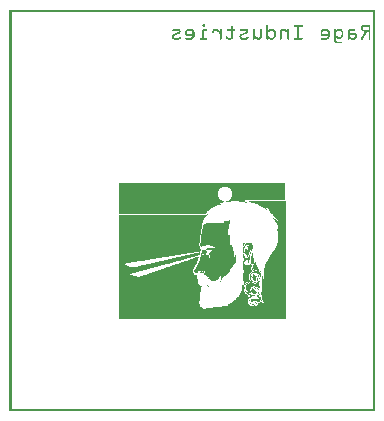
<source format=gbo>
G04 MADE WITH FRITZING*
G04 WWW.FRITZING.ORG*
G04 DOUBLE SIDED*
G04 HOLES PLATED*
G04 CONTOUR ON CENTER OF CONTOUR VECTOR*
%ASAXBY*%
%FSLAX23Y23*%
%MOIN*%
%OFA0B0*%
%SFA1.0B1.0*%
%ADD10R,0.001000X0.001000*%
%LNSILK0*%
G90*
G70*
G36*
X794Y695D02*
X794Y694D01*
X793Y694D01*
X793Y695D01*
X794Y695D01*
G37*
D02*
G36*
X638Y532D02*
X638Y531D01*
X637Y531D01*
X637Y532D01*
X638Y532D01*
G37*
D02*
G36*
X640Y523D02*
X640Y522D01*
X639Y522D01*
X639Y523D01*
X640Y523D01*
G37*
D02*
G36*
X780Y503D02*
X780Y502D01*
X779Y502D01*
X779Y503D01*
X780Y503D01*
G37*
D02*
G36*
X789Y493D02*
X789Y493D01*
X788Y493D01*
X788Y493D01*
X789Y493D01*
G37*
D02*
G36*
X796Y493D02*
X796Y492D01*
X795Y492D01*
X795Y493D01*
X796Y493D01*
G37*
D02*
G36*
X789Y493D02*
X789Y492D01*
X789Y492D01*
X789Y493D01*
X789Y493D01*
G37*
D02*
G36*
X795Y492D02*
X795Y491D01*
X794Y491D01*
X794Y492D01*
X795Y492D01*
G37*
D02*
G36*
X791Y492D02*
X791Y491D01*
X790Y491D01*
X790Y492D01*
X791Y492D01*
G37*
D02*
G36*
X811Y488D02*
X811Y488D01*
X810Y488D01*
X810Y487D01*
X810Y487D01*
X810Y480D01*
X810Y480D01*
X810Y477D01*
X811Y477D01*
X811Y475D01*
X812Y475D01*
X812Y472D01*
X813Y472D01*
X813Y471D01*
X813Y471D01*
X813Y470D01*
X814Y470D01*
X814Y469D01*
X815Y469D01*
X815Y468D01*
X813Y468D01*
X813Y469D01*
X812Y469D01*
X812Y471D01*
X811Y471D01*
X811Y472D01*
X810Y472D01*
X810Y474D01*
X810Y474D01*
X810Y475D01*
X809Y475D01*
X809Y477D01*
X808Y477D01*
X808Y480D01*
X807Y480D01*
X807Y488D01*
X808Y488D01*
X808Y488D01*
X811Y488D01*
G37*
D02*
G36*
X837Y470D02*
X837Y468D01*
X838Y468D01*
X838Y466D01*
X836Y466D01*
X836Y467D01*
X835Y467D01*
X835Y467D01*
X836Y467D01*
X836Y468D01*
X836Y468D01*
X836Y470D01*
X837Y470D01*
G37*
D02*
G36*
X737Y639D02*
X737Y638D01*
X736Y638D01*
X736Y636D01*
X735Y636D01*
X735Y634D01*
X734Y634D01*
X734Y631D01*
X734Y631D01*
X734Y628D01*
X719Y628D01*
X719Y629D01*
X717Y629D01*
X717Y630D01*
X713Y630D01*
X713Y631D01*
X712Y631D01*
X712Y631D01*
X710Y631D01*
X710Y632D01*
X713Y632D01*
X713Y633D01*
X716Y633D01*
X716Y634D01*
X719Y634D01*
X719Y634D01*
X724Y634D01*
X724Y635D01*
X727Y635D01*
X727Y636D01*
X729Y636D01*
X729Y636D01*
X732Y636D01*
X732Y637D01*
X733Y637D01*
X733Y638D01*
X735Y638D01*
X735Y639D01*
X737Y639D01*
G37*
D02*
G36*
X692Y629D02*
X692Y629D01*
X718Y629D01*
X718Y628D01*
X670Y628D01*
X670Y629D01*
X675Y629D01*
X675Y629D01*
X692Y629D01*
G37*
D02*
G36*
X734Y628D02*
X734Y627D01*
X657Y627D01*
X657Y628D01*
X734Y628D01*
G37*
D02*
G36*
X734Y628D02*
X734Y627D01*
X657Y627D01*
X657Y628D01*
X734Y628D01*
G37*
D02*
G36*
X734Y627D02*
X734Y626D01*
X733Y626D01*
X733Y621D01*
X732Y621D01*
X732Y618D01*
X732Y618D01*
X732Y614D01*
X731Y614D01*
X731Y608D01*
X730Y608D01*
X730Y601D01*
X729Y601D01*
X729Y589D01*
X730Y589D01*
X730Y587D01*
X640Y587D01*
X640Y590D01*
X641Y590D01*
X641Y596D01*
X642Y596D01*
X642Y600D01*
X643Y600D01*
X643Y605D01*
X643Y605D01*
X643Y609D01*
X644Y609D01*
X644Y614D01*
X645Y614D01*
X645Y622D01*
X646Y622D01*
X646Y623D01*
X648Y623D01*
X648Y623D01*
X649Y623D01*
X649Y624D01*
X650Y624D01*
X650Y625D01*
X651Y625D01*
X651Y626D01*
X653Y626D01*
X653Y626D01*
X655Y626D01*
X655Y627D01*
X734Y627D01*
G37*
D02*
G36*
X733Y588D02*
X733Y587D01*
X732Y587D01*
X732Y588D01*
X733Y588D01*
G37*
D02*
G36*
X733Y587D02*
X733Y587D01*
X640Y587D01*
X640Y587D01*
X733Y587D01*
G37*
D02*
G36*
X733Y587D02*
X733Y587D01*
X640Y587D01*
X640Y587D01*
X733Y587D01*
G37*
D02*
G36*
X734Y587D02*
X734Y582D01*
X734Y582D01*
X734Y578D01*
X735Y578D01*
X735Y574D01*
X736Y574D01*
X736Y571D01*
X737Y571D01*
X737Y555D01*
X659Y555D01*
X659Y554D01*
X656Y554D01*
X656Y553D01*
X654Y553D01*
X654Y553D01*
X652Y553D01*
X652Y552D01*
X651Y552D01*
X651Y551D01*
X650Y551D01*
X650Y550D01*
X643Y550D01*
X643Y550D01*
X642Y550D01*
X642Y549D01*
X640Y549D01*
X640Y548D01*
X640Y548D01*
X640Y547D01*
X639Y547D01*
X639Y548D01*
X638Y548D01*
X638Y550D01*
X638Y550D01*
X638Y552D01*
X637Y552D01*
X637Y562D01*
X638Y562D01*
X638Y569D01*
X638Y569D01*
X638Y573D01*
X639Y573D01*
X639Y582D01*
X640Y582D01*
X640Y587D01*
X734Y587D01*
G37*
D02*
G36*
X740Y557D02*
X740Y556D01*
X741Y556D01*
X741Y555D01*
X739Y555D01*
X739Y556D01*
X740Y556D01*
X740Y557D01*
X740Y557D01*
G37*
D02*
G36*
X741Y555D02*
X741Y554D01*
X665Y554D01*
X665Y555D01*
X741Y555D01*
G37*
D02*
G36*
X741Y555D02*
X741Y554D01*
X665Y554D01*
X665Y555D01*
X741Y555D01*
G37*
D02*
G36*
X742Y554D02*
X742Y553D01*
X742Y553D01*
X742Y551D01*
X743Y551D01*
X743Y549D01*
X744Y549D01*
X744Y546D01*
X745Y546D01*
X745Y544D01*
X691Y544D01*
X691Y545D01*
X688Y545D01*
X688Y546D01*
X687Y546D01*
X687Y547D01*
X685Y547D01*
X685Y548D01*
X684Y548D01*
X684Y548D01*
X682Y548D01*
X682Y549D01*
X680Y549D01*
X680Y550D01*
X678Y550D01*
X678Y550D01*
X675Y550D01*
X675Y551D01*
X674Y551D01*
X674Y552D01*
X672Y552D01*
X672Y553D01*
X670Y553D01*
X670Y553D01*
X669Y553D01*
X669Y554D01*
X742Y554D01*
G37*
D02*
G36*
X647Y550D02*
X647Y550D01*
X646Y550D01*
X646Y550D01*
X647Y550D01*
G37*
D02*
G36*
X672Y546D02*
X672Y545D01*
X678Y545D01*
X678Y545D01*
X686Y545D01*
X686Y544D01*
X660Y544D01*
X660Y545D01*
X661Y545D01*
X661Y545D01*
X664Y545D01*
X664Y546D01*
X672Y546D01*
G37*
D02*
G36*
X745Y544D02*
X745Y543D01*
X659Y543D01*
X659Y544D01*
X745Y544D01*
G37*
D02*
G36*
X745Y544D02*
X745Y543D01*
X659Y543D01*
X659Y544D01*
X745Y544D01*
G37*
D02*
G36*
X745Y543D02*
X745Y542D01*
X746Y542D01*
X746Y539D01*
X747Y539D01*
X747Y537D01*
X747Y537D01*
X747Y535D01*
X748Y535D01*
X748Y530D01*
X749Y530D01*
X749Y521D01*
X750Y521D01*
X750Y516D01*
X668Y516D01*
X668Y518D01*
X669Y518D01*
X669Y520D01*
X669Y520D01*
X669Y521D01*
X670Y521D01*
X670Y523D01*
X667Y523D01*
X667Y524D01*
X665Y524D01*
X665Y525D01*
X664Y525D01*
X664Y527D01*
X665Y527D01*
X665Y528D01*
X666Y528D01*
X666Y529D01*
X667Y529D01*
X667Y529D01*
X669Y529D01*
X669Y530D01*
X669Y530D01*
X669Y531D01*
X670Y531D01*
X670Y532D01*
X671Y532D01*
X671Y532D01*
X672Y532D01*
X672Y533D01*
X673Y533D01*
X673Y534D01*
X674Y534D01*
X674Y535D01*
X674Y535D01*
X674Y535D01*
X675Y535D01*
X675Y537D01*
X672Y537D01*
X672Y537D01*
X664Y537D01*
X664Y538D01*
X660Y538D01*
X660Y539D01*
X657Y539D01*
X657Y540D01*
X654Y540D01*
X654Y540D01*
X655Y540D01*
X655Y541D01*
X656Y541D01*
X656Y542D01*
X657Y542D01*
X657Y542D01*
X659Y542D01*
X659Y543D01*
X745Y543D01*
G37*
D02*
G36*
X650Y538D02*
X650Y537D01*
X651Y537D01*
X651Y537D01*
X645Y537D01*
X645Y537D01*
X648Y537D01*
X648Y538D01*
X650Y538D01*
G37*
D02*
G36*
X644Y537D02*
X644Y537D01*
X643Y537D01*
X643Y537D01*
X644Y537D01*
G37*
D02*
G36*
X654Y537D02*
X654Y536D01*
X643Y536D01*
X643Y537D01*
X654Y537D01*
G37*
D02*
G36*
X654Y537D02*
X654Y536D01*
X643Y536D01*
X643Y537D01*
X654Y537D01*
G37*
D02*
G36*
X659Y536D02*
X659Y531D01*
X660Y531D01*
X660Y528D01*
X661Y528D01*
X661Y527D01*
X656Y527D01*
X656Y527D01*
X654Y527D01*
X654Y526D01*
X651Y526D01*
X651Y525D01*
X650Y525D01*
X650Y524D01*
X645Y524D01*
X645Y524D01*
X643Y524D01*
X643Y523D01*
X640Y523D01*
X640Y524D01*
X640Y524D01*
X640Y527D01*
X641Y527D01*
X641Y529D01*
X642Y529D01*
X642Y532D01*
X643Y532D01*
X643Y536D01*
X659Y536D01*
G37*
D02*
G36*
X660Y527D02*
X660Y526D01*
X659Y526D01*
X659Y525D01*
X659Y525D01*
X659Y524D01*
X657Y524D01*
X657Y524D01*
X656Y524D01*
X656Y523D01*
X656Y523D01*
X656Y522D01*
X655Y522D01*
X655Y522D01*
X654Y522D01*
X654Y519D01*
X640Y519D01*
X640Y520D01*
X643Y520D01*
X643Y521D01*
X644Y521D01*
X644Y522D01*
X646Y522D01*
X646Y522D01*
X648Y522D01*
X648Y523D01*
X650Y523D01*
X650Y524D01*
X652Y524D01*
X652Y524D01*
X656Y524D01*
X656Y525D01*
X657Y525D01*
X657Y526D01*
X658Y526D01*
X658Y527D01*
X660Y527D01*
G37*
D02*
G36*
X662Y523D02*
X662Y522D01*
X663Y522D01*
X663Y521D01*
X664Y521D01*
X664Y520D01*
X665Y520D01*
X665Y519D01*
X656Y519D01*
X656Y520D01*
X657Y520D01*
X657Y521D01*
X659Y521D01*
X659Y522D01*
X660Y522D01*
X660Y522D01*
X661Y522D01*
X661Y523D01*
X662Y523D01*
G37*
D02*
G36*
X754Y522D02*
X754Y516D01*
X751Y516D01*
X751Y518D01*
X752Y518D01*
X752Y519D01*
X753Y519D01*
X753Y520D01*
X753Y520D01*
X753Y522D01*
X754Y522D01*
G37*
D02*
G36*
X665Y519D02*
X665Y519D01*
X639Y519D01*
X639Y519D01*
X665Y519D01*
G37*
D02*
G36*
X665Y519D02*
X665Y519D01*
X639Y519D01*
X639Y519D01*
X665Y519D01*
G37*
D02*
G36*
X665Y519D02*
X665Y516D01*
X666Y516D01*
X666Y508D01*
X635Y508D01*
X635Y510D01*
X636Y510D01*
X636Y511D01*
X637Y511D01*
X637Y514D01*
X638Y514D01*
X638Y516D01*
X638Y516D01*
X638Y518D01*
X639Y518D01*
X639Y519D01*
X665Y519D01*
G37*
D02*
G36*
X754Y516D02*
X754Y516D01*
X668Y516D01*
X668Y516D01*
X754Y516D01*
G37*
D02*
G36*
X754Y516D02*
X754Y516D01*
X668Y516D01*
X668Y516D01*
X754Y516D01*
G37*
D02*
G36*
X754Y516D02*
X754Y508D01*
X667Y508D01*
X667Y511D01*
X668Y511D01*
X668Y516D01*
X754Y516D01*
G37*
D02*
G36*
X754Y508D02*
X754Y507D01*
X635Y507D01*
X635Y508D01*
X754Y508D01*
G37*
D02*
G36*
X754Y508D02*
X754Y507D01*
X635Y507D01*
X635Y508D01*
X754Y508D01*
G37*
D02*
G36*
X754Y507D02*
X754Y496D01*
X753Y496D01*
X753Y493D01*
X753Y493D01*
X753Y493D01*
X752Y493D01*
X752Y492D01*
X751Y492D01*
X751Y491D01*
X750Y491D01*
X750Y490D01*
X750Y490D01*
X750Y489D01*
X749Y489D01*
X749Y488D01*
X747Y488D01*
X747Y487D01*
X747Y487D01*
X747Y486D01*
X746Y486D01*
X746Y485D01*
X745Y485D01*
X745Y484D01*
X745Y484D01*
X745Y483D01*
X744Y483D01*
X744Y482D01*
X743Y482D01*
X743Y481D01*
X742Y481D01*
X742Y480D01*
X742Y480D01*
X742Y480D01*
X741Y480D01*
X741Y478D01*
X740Y478D01*
X740Y477D01*
X740Y477D01*
X740Y477D01*
X739Y477D01*
X739Y476D01*
X738Y476D01*
X738Y475D01*
X737Y475D01*
X737Y474D01*
X737Y474D01*
X737Y473D01*
X736Y473D01*
X736Y472D01*
X735Y472D01*
X735Y472D01*
X734Y472D01*
X734Y471D01*
X734Y471D01*
X734Y470D01*
X648Y470D01*
X648Y469D01*
X635Y469D01*
X635Y469D01*
X633Y469D01*
X633Y468D01*
X633Y468D01*
X633Y467D01*
X631Y467D01*
X631Y467D01*
X630Y467D01*
X630Y466D01*
X630Y466D01*
X630Y462D01*
X630Y462D01*
X630Y462D01*
X626Y462D01*
X626Y461D01*
X622Y461D01*
X622Y462D01*
X619Y462D01*
X619Y462D01*
X618Y462D01*
X618Y464D01*
X617Y464D01*
X617Y465D01*
X617Y465D01*
X617Y469D01*
X617Y469D01*
X617Y471D01*
X618Y471D01*
X618Y472D01*
X619Y472D01*
X619Y474D01*
X620Y474D01*
X620Y475D01*
X620Y475D01*
X620Y476D01*
X621Y476D01*
X621Y477D01*
X622Y477D01*
X622Y479D01*
X623Y479D01*
X623Y480D01*
X624Y480D01*
X624Y483D01*
X625Y483D01*
X625Y483D01*
X625Y483D01*
X625Y485D01*
X626Y485D01*
X626Y486D01*
X627Y486D01*
X627Y488D01*
X627Y488D01*
X627Y489D01*
X628Y489D01*
X628Y490D01*
X629Y490D01*
X629Y493D01*
X630Y493D01*
X630Y495D01*
X630Y495D01*
X630Y496D01*
X631Y496D01*
X631Y498D01*
X632Y498D01*
X632Y499D01*
X633Y499D01*
X633Y501D01*
X633Y501D01*
X633Y503D01*
X634Y503D01*
X634Y506D01*
X635Y506D01*
X635Y507D01*
X754Y507D01*
G37*
D02*
G36*
X734Y470D02*
X734Y469D01*
X733Y469D01*
X733Y468D01*
X650Y468D01*
X650Y469D01*
X649Y469D01*
X649Y470D01*
X734Y470D01*
G37*
D02*
G36*
X648Y469D02*
X648Y467D01*
X648Y467D01*
X648Y466D01*
X645Y466D01*
X645Y467D01*
X643Y467D01*
X643Y468D01*
X641Y468D01*
X641Y469D01*
X638Y469D01*
X638Y469D01*
X648Y469D01*
G37*
D02*
G36*
X737Y469D02*
X737Y468D01*
X736Y468D01*
X736Y469D01*
X737Y469D01*
G37*
D02*
G36*
X737Y468D02*
X737Y467D01*
X650Y467D01*
X650Y468D01*
X737Y468D01*
G37*
D02*
G36*
X737Y468D02*
X737Y467D01*
X650Y467D01*
X650Y468D01*
X737Y468D01*
G37*
D02*
G36*
X735Y467D02*
X735Y467D01*
X734Y467D01*
X734Y466D01*
X734Y466D01*
X734Y465D01*
X733Y465D01*
X733Y464D01*
X732Y464D01*
X732Y463D01*
X731Y463D01*
X731Y462D01*
X729Y462D01*
X729Y461D01*
X729Y461D01*
X729Y460D01*
X728Y460D01*
X728Y459D01*
X698Y459D01*
X698Y458D01*
X698Y458D01*
X698Y457D01*
X647Y457D01*
X647Y458D01*
X648Y458D01*
X648Y459D01*
X649Y459D01*
X649Y459D01*
X650Y459D01*
X650Y461D01*
X651Y461D01*
X651Y462D01*
X651Y462D01*
X651Y467D01*
X651Y467D01*
X651Y467D01*
X735Y467D01*
G37*
D02*
G36*
X643Y467D02*
X643Y466D01*
X638Y466D01*
X638Y467D01*
X643Y467D01*
G37*
D02*
G36*
X649Y466D02*
X649Y465D01*
X636Y465D01*
X636Y466D01*
X649Y466D01*
G37*
D02*
G36*
X649Y466D02*
X649Y465D01*
X636Y465D01*
X636Y466D01*
X649Y466D01*
G37*
D02*
G36*
X649Y465D02*
X649Y464D01*
X648Y464D01*
X648Y462D01*
X648Y462D01*
X648Y462D01*
X631Y462D01*
X631Y462D01*
X633Y462D01*
X633Y463D01*
X634Y463D01*
X634Y464D01*
X635Y464D01*
X635Y465D01*
X649Y465D01*
G37*
D02*
G36*
X727Y459D02*
X727Y459D01*
X727Y459D01*
X727Y458D01*
X726Y458D01*
X726Y457D01*
X699Y457D01*
X699Y459D01*
X727Y459D01*
G37*
D02*
G36*
X725Y457D02*
X725Y456D01*
X648Y456D01*
X648Y457D01*
X725Y457D01*
G37*
D02*
G36*
X725Y457D02*
X725Y456D01*
X648Y456D01*
X648Y457D01*
X725Y457D01*
G37*
D02*
G36*
X724Y456D02*
X724Y456D01*
X723Y456D01*
X723Y455D01*
X722Y455D01*
X722Y454D01*
X721Y454D01*
X721Y454D01*
X721Y454D01*
X721Y453D01*
X720Y453D01*
X720Y452D01*
X701Y452D01*
X701Y449D01*
X700Y449D01*
X700Y446D01*
X700Y446D01*
X700Y446D01*
X699Y446D01*
X699Y444D01*
X698Y444D01*
X698Y443D01*
X698Y443D01*
X698Y443D01*
X697Y443D01*
X697Y441D01*
X696Y441D01*
X696Y441D01*
X695Y441D01*
X695Y440D01*
X694Y440D01*
X694Y439D01*
X693Y439D01*
X693Y438D01*
X692Y438D01*
X692Y438D01*
X691Y438D01*
X691Y437D01*
X690Y437D01*
X690Y436D01*
X688Y436D01*
X688Y436D01*
X674Y436D01*
X674Y436D01*
X673Y436D01*
X673Y437D01*
X672Y437D01*
X672Y438D01*
X670Y438D01*
X670Y438D01*
X669Y438D01*
X669Y439D01*
X668Y439D01*
X668Y440D01*
X667Y440D01*
X667Y441D01*
X665Y441D01*
X665Y441D01*
X664Y441D01*
X664Y442D01*
X664Y442D01*
X664Y443D01*
X663Y443D01*
X663Y443D01*
X662Y443D01*
X662Y444D01*
X661Y444D01*
X661Y445D01*
X665Y445D01*
X665Y446D01*
X664Y446D01*
X664Y447D01*
X663Y447D01*
X663Y448D01*
X662Y448D01*
X662Y449D01*
X661Y449D01*
X661Y449D01*
X660Y449D01*
X660Y451D01*
X659Y451D01*
X659Y451D01*
X657Y451D01*
X657Y452D01*
X656Y452D01*
X656Y453D01*
X655Y453D01*
X655Y454D01*
X654Y454D01*
X654Y454D01*
X654Y454D01*
X654Y455D01*
X652Y455D01*
X652Y456D01*
X651Y456D01*
X651Y456D01*
X724Y456D01*
G37*
D02*
G36*
X719Y452D02*
X719Y451D01*
X718Y451D01*
X718Y451D01*
X716Y451D01*
X716Y450D01*
X716Y450D01*
X716Y449D01*
X715Y449D01*
X715Y449D01*
X714Y449D01*
X714Y448D01*
X713Y448D01*
X713Y446D01*
X711Y446D01*
X711Y446D01*
X709Y446D01*
X709Y445D01*
X708Y445D01*
X708Y443D01*
X711Y443D01*
X711Y443D01*
X712Y443D01*
X712Y442D01*
X711Y442D01*
X711Y441D01*
X710Y441D01*
X710Y440D01*
X709Y440D01*
X709Y439D01*
X708Y439D01*
X708Y438D01*
X708Y438D01*
X708Y437D01*
X707Y437D01*
X707Y436D01*
X706Y436D01*
X706Y435D01*
X705Y435D01*
X705Y434D01*
X704Y434D01*
X704Y433D01*
X703Y433D01*
X703Y433D01*
X703Y433D01*
X703Y432D01*
X702Y432D01*
X702Y433D01*
X703Y433D01*
X703Y435D01*
X703Y435D01*
X703Y436D01*
X704Y436D01*
X704Y437D01*
X705Y437D01*
X705Y439D01*
X706Y439D01*
X706Y446D01*
X705Y446D01*
X705Y449D01*
X704Y449D01*
X704Y450D01*
X703Y450D01*
X703Y451D01*
X703Y451D01*
X703Y452D01*
X719Y452D01*
G37*
D02*
G36*
X779Y466D02*
X779Y464D01*
X778Y464D01*
X778Y466D01*
X779Y466D01*
G37*
D02*
G36*
X820Y460D02*
X820Y459D01*
X819Y459D01*
X819Y460D01*
X820Y460D01*
G37*
D02*
G36*
X814Y457D02*
X814Y456D01*
X812Y456D01*
X812Y457D01*
X814Y457D01*
G37*
D02*
G36*
X630Y457D02*
X630Y456D01*
X630Y456D01*
X630Y457D01*
X630Y457D01*
G37*
D02*
G36*
X828Y456D02*
X828Y456D01*
X827Y456D01*
X827Y456D01*
X828Y456D01*
G37*
D02*
G36*
X825Y456D02*
X825Y456D01*
X824Y456D01*
X824Y456D01*
X825Y456D01*
G37*
D02*
G36*
X810Y456D02*
X810Y456D01*
X810Y456D01*
X810Y454D01*
X810Y454D01*
X810Y454D01*
X809Y454D01*
X809Y455D01*
X808Y455D01*
X808Y456D01*
X809Y456D01*
X809Y456D01*
X810Y456D01*
G37*
D02*
G36*
X824Y456D02*
X824Y455D01*
X823Y455D01*
X823Y454D01*
X821Y454D01*
X821Y456D01*
X824Y456D01*
G37*
D02*
G36*
X831Y454D02*
X831Y454D01*
X831Y454D01*
X831Y452D01*
X831Y452D01*
X831Y453D01*
X830Y453D01*
X830Y454D01*
X831Y454D01*
G37*
D02*
G36*
X818Y454D02*
X818Y454D01*
X818Y454D01*
X818Y453D01*
X819Y453D01*
X819Y451D01*
X820Y451D01*
X820Y451D01*
X820Y451D01*
X820Y450D01*
X821Y450D01*
X821Y449D01*
X822Y449D01*
X822Y446D01*
X823Y446D01*
X823Y443D01*
X823Y443D01*
X823Y439D01*
X824Y439D01*
X824Y438D01*
X823Y438D01*
X823Y436D01*
X823Y436D01*
X823Y435D01*
X822Y435D01*
X822Y434D01*
X820Y434D01*
X820Y433D01*
X819Y433D01*
X819Y434D01*
X816Y434D01*
X816Y435D01*
X815Y435D01*
X815Y436D01*
X815Y436D01*
X815Y436D01*
X814Y436D01*
X814Y437D01*
X813Y437D01*
X813Y438D01*
X813Y438D01*
X813Y438D01*
X812Y438D01*
X812Y440D01*
X813Y440D01*
X813Y441D01*
X812Y441D01*
X812Y443D01*
X811Y443D01*
X811Y444D01*
X810Y444D01*
X810Y446D01*
X810Y446D01*
X810Y447D01*
X810Y447D01*
X810Y448D01*
X811Y448D01*
X811Y451D01*
X812Y451D01*
X812Y453D01*
X813Y453D01*
X813Y454D01*
X815Y454D01*
X815Y454D01*
X818Y454D01*
G37*
D02*
G36*
X831Y451D02*
X831Y450D01*
X831Y450D01*
X831Y449D01*
X829Y449D01*
X829Y450D01*
X828Y450D01*
X828Y451D01*
X831Y451D01*
G37*
D02*
G36*
X824Y451D02*
X824Y450D01*
X825Y450D01*
X825Y449D01*
X826Y449D01*
X826Y448D01*
X826Y448D01*
X826Y447D01*
X826Y447D01*
X826Y446D01*
X825Y446D01*
X825Y447D01*
X824Y447D01*
X824Y449D01*
X823Y449D01*
X823Y451D01*
X823Y451D01*
X823Y451D01*
X824Y451D01*
G37*
D02*
G36*
X808Y450D02*
X808Y449D01*
X807Y449D01*
X807Y450D01*
X808Y450D01*
G37*
D02*
G36*
X836Y447D02*
X836Y446D01*
X836Y446D01*
X836Y444D01*
X837Y444D01*
X837Y443D01*
X835Y443D01*
X835Y441D01*
X834Y441D01*
X834Y441D01*
X833Y441D01*
X833Y442D01*
X833Y442D01*
X833Y446D01*
X835Y446D01*
X835Y447D01*
X836Y447D01*
G37*
D02*
G36*
X837Y443D02*
X837Y442D01*
X836Y442D01*
X836Y443D01*
X837Y443D01*
G37*
D02*
G36*
X830Y447D02*
X830Y446D01*
X828Y446D01*
X828Y447D01*
X830Y447D01*
G37*
D02*
G36*
X831Y446D02*
X831Y445D01*
X830Y445D01*
X830Y446D01*
X831Y446D01*
G37*
D02*
G36*
X828Y446D02*
X828Y445D01*
X827Y445D01*
X827Y446D01*
X828Y446D01*
G37*
D02*
G36*
X826Y446D02*
X826Y445D01*
X826Y445D01*
X826Y446D01*
X826Y446D01*
G37*
D02*
G36*
X828Y445D02*
X828Y444D01*
X826Y444D01*
X826Y445D01*
X828Y445D01*
G37*
D02*
G36*
X828Y445D02*
X828Y444D01*
X826Y444D01*
X826Y445D01*
X828Y445D01*
G37*
D02*
G36*
X828Y444D02*
X828Y443D01*
X826Y443D01*
X826Y444D01*
X828Y444D01*
G37*
D02*
G36*
X831Y441D02*
X831Y441D01*
X832Y441D01*
X832Y440D01*
X833Y440D01*
X833Y438D01*
X833Y438D01*
X833Y437D01*
X833Y437D01*
X833Y436D01*
X832Y436D01*
X832Y435D01*
X831Y435D01*
X831Y439D01*
X831Y439D01*
X831Y441D01*
X830Y441D01*
X830Y441D01*
X831Y441D01*
G37*
D02*
G36*
X830Y467D02*
X830Y467D01*
X832Y467D01*
X832Y466D01*
X833Y466D01*
X833Y465D01*
X833Y465D01*
X833Y464D01*
X834Y464D01*
X834Y464D01*
X835Y464D01*
X835Y463D01*
X836Y463D01*
X836Y462D01*
X817Y462D01*
X817Y462D01*
X813Y462D01*
X813Y461D01*
X810Y461D01*
X810Y460D01*
X809Y460D01*
X809Y459D01*
X808Y459D01*
X808Y459D01*
X807Y459D01*
X807Y457D01*
X807Y457D01*
X807Y456D01*
X806Y456D01*
X806Y455D01*
X805Y455D01*
X805Y454D01*
X805Y454D01*
X805Y452D01*
X804Y452D01*
X804Y449D01*
X805Y449D01*
X805Y443D01*
X805Y443D01*
X805Y441D01*
X806Y441D01*
X806Y441D01*
X807Y441D01*
X807Y438D01*
X807Y438D01*
X807Y437D01*
X808Y437D01*
X808Y436D01*
X809Y436D01*
X809Y436D01*
X810Y436D01*
X810Y435D01*
X811Y435D01*
X811Y434D01*
X812Y434D01*
X812Y433D01*
X813Y433D01*
X813Y433D01*
X815Y433D01*
X815Y432D01*
X817Y432D01*
X817Y431D01*
X810Y431D01*
X810Y432D01*
X810Y432D01*
X810Y433D01*
X808Y433D01*
X808Y433D01*
X807Y433D01*
X807Y434D01*
X807Y434D01*
X807Y435D01*
X806Y435D01*
X806Y436D01*
X805Y436D01*
X805Y436D01*
X805Y436D01*
X805Y437D01*
X804Y437D01*
X804Y438D01*
X803Y438D01*
X803Y440D01*
X802Y440D01*
X802Y441D01*
X802Y441D01*
X802Y443D01*
X801Y443D01*
X801Y454D01*
X802Y454D01*
X802Y456D01*
X802Y456D01*
X802Y456D01*
X803Y456D01*
X803Y458D01*
X804Y458D01*
X804Y459D01*
X805Y459D01*
X805Y459D01*
X805Y459D01*
X805Y461D01*
X806Y461D01*
X806Y462D01*
X807Y462D01*
X807Y462D01*
X808Y462D01*
X808Y463D01*
X810Y463D01*
X810Y464D01*
X810Y464D01*
X810Y464D01*
X812Y464D01*
X812Y465D01*
X813Y465D01*
X813Y466D01*
X815Y466D01*
X815Y467D01*
X817Y467D01*
X817Y467D01*
X830Y467D01*
G37*
D02*
G36*
X838Y462D02*
X838Y462D01*
X839Y462D01*
X839Y461D01*
X839Y461D01*
X839Y460D01*
X840Y460D01*
X840Y459D01*
X839Y459D01*
X839Y457D01*
X839Y457D01*
X839Y454D01*
X838Y454D01*
X838Y449D01*
X837Y449D01*
X837Y451D01*
X836Y451D01*
X836Y451D01*
X836Y451D01*
X836Y453D01*
X835Y453D01*
X835Y454D01*
X834Y454D01*
X834Y454D01*
X833Y454D01*
X833Y455D01*
X833Y455D01*
X833Y456D01*
X831Y456D01*
X831Y457D01*
X831Y457D01*
X831Y458D01*
X830Y458D01*
X830Y459D01*
X828Y459D01*
X828Y459D01*
X827Y459D01*
X827Y460D01*
X826Y460D01*
X826Y461D01*
X825Y461D01*
X825Y462D01*
X822Y462D01*
X822Y462D01*
X838Y462D01*
G37*
D02*
G36*
X828Y441D02*
X828Y438D01*
X829Y438D01*
X829Y436D01*
X828Y436D01*
X828Y434D01*
X827Y434D01*
X827Y433D01*
X826Y433D01*
X826Y432D01*
X826Y432D01*
X826Y431D01*
X822Y431D01*
X822Y432D01*
X823Y432D01*
X823Y433D01*
X824Y433D01*
X824Y433D01*
X825Y433D01*
X825Y434D01*
X826Y434D01*
X826Y436D01*
X826Y436D01*
X826Y441D01*
X828Y441D01*
G37*
D02*
G36*
X825Y431D02*
X825Y430D01*
X811Y430D01*
X811Y431D01*
X825Y431D01*
G37*
D02*
G36*
X825Y431D02*
X825Y430D01*
X811Y430D01*
X811Y431D01*
X825Y431D01*
G37*
D02*
G36*
X823Y430D02*
X823Y430D01*
X822Y430D01*
X822Y429D01*
X815Y429D01*
X815Y430D01*
X813Y430D01*
X813Y430D01*
X823Y430D01*
G37*
D02*
G36*
X810Y441D02*
X810Y441D01*
X810Y441D01*
X810Y441D01*
X810Y441D01*
G37*
D02*
G36*
X834Y435D02*
X834Y434D01*
X836Y434D01*
X836Y430D01*
X834Y430D01*
X834Y431D01*
X833Y431D01*
X833Y435D01*
X834Y435D01*
G37*
D02*
G36*
X702Y432D02*
X702Y430D01*
X700Y430D01*
X700Y431D01*
X701Y431D01*
X701Y432D01*
X702Y432D01*
G37*
D02*
G36*
X700Y430D02*
X700Y430D01*
X700Y430D01*
X700Y430D01*
X700Y430D01*
G37*
D02*
G36*
X700Y430D02*
X700Y429D01*
X699Y429D01*
X699Y430D01*
X700Y430D01*
G37*
D02*
G36*
X699Y429D02*
X699Y428D01*
X698Y428D01*
X698Y428D01*
X698Y428D01*
X698Y427D01*
X697Y427D01*
X697Y428D01*
X698Y428D01*
X698Y429D01*
X699Y429D01*
G37*
D02*
G36*
X836Y428D02*
X836Y423D01*
X836Y423D01*
X836Y421D01*
X835Y421D01*
X835Y420D01*
X834Y420D01*
X834Y425D01*
X836Y425D01*
X836Y428D01*
X836Y428D01*
G37*
D02*
G36*
X697Y427D02*
X697Y425D01*
X696Y425D01*
X696Y425D01*
X694Y425D01*
X694Y424D01*
X692Y424D01*
X692Y425D01*
X693Y425D01*
X693Y425D01*
X695Y425D01*
X695Y426D01*
X696Y426D01*
X696Y427D01*
X697Y427D01*
G37*
D02*
G36*
X698Y425D02*
X698Y424D01*
X697Y424D01*
X697Y423D01*
X696Y423D01*
X696Y423D01*
X695Y423D01*
X695Y425D01*
X698Y425D01*
G37*
D02*
G36*
X657Y423D02*
X657Y422D01*
X656Y422D01*
X656Y423D01*
X657Y423D01*
G37*
D02*
G36*
X694Y422D02*
X694Y421D01*
X693Y421D01*
X693Y422D01*
X694Y422D01*
G37*
D02*
G36*
X658Y422D02*
X658Y421D01*
X657Y421D01*
X657Y422D01*
X658Y422D01*
G37*
D02*
G36*
X659Y421D02*
X659Y420D01*
X661Y420D01*
X661Y420D01*
X663Y420D01*
X663Y419D01*
X664Y419D01*
X664Y418D01*
X663Y418D01*
X663Y417D01*
X664Y417D01*
X664Y416D01*
X664Y416D01*
X664Y415D01*
X661Y415D01*
X661Y417D01*
X661Y417D01*
X661Y418D01*
X660Y418D01*
X660Y420D01*
X659Y420D01*
X659Y420D01*
X658Y420D01*
X658Y421D01*
X659Y421D01*
G37*
D02*
G36*
X666Y418D02*
X666Y417D01*
X665Y417D01*
X665Y418D01*
X666Y418D01*
G37*
D02*
G36*
X834Y418D02*
X834Y417D01*
X833Y417D01*
X833Y418D01*
X834Y418D01*
G37*
D02*
G36*
X836Y417D02*
X836Y417D01*
X836Y417D01*
X836Y417D01*
X836Y417D01*
G37*
D02*
G36*
X836Y417D02*
X836Y416D01*
X833Y416D01*
X833Y417D01*
X836Y417D01*
G37*
D02*
G36*
X836Y417D02*
X836Y416D01*
X833Y416D01*
X833Y417D01*
X836Y417D01*
G37*
D02*
G36*
X836Y416D02*
X836Y407D01*
X836Y407D01*
X836Y408D01*
X835Y408D01*
X835Y410D01*
X834Y410D01*
X834Y411D01*
X833Y411D01*
X833Y415D01*
X833Y415D01*
X833Y416D01*
X836Y416D01*
G37*
D02*
G36*
X653Y415D02*
X653Y415D01*
X650Y415D01*
X650Y415D01*
X653Y415D01*
G37*
D02*
G36*
X820Y415D02*
X820Y414D01*
X819Y414D01*
X819Y415D01*
X820Y415D01*
G37*
D02*
G36*
X818Y415D02*
X818Y414D01*
X817Y414D01*
X817Y415D01*
X818Y415D01*
G37*
D02*
G36*
X820Y414D02*
X820Y413D01*
X817Y413D01*
X817Y414D01*
X820Y414D01*
G37*
D02*
G36*
X820Y414D02*
X820Y413D01*
X817Y413D01*
X817Y414D01*
X820Y414D01*
G37*
D02*
G36*
X820Y413D02*
X820Y412D01*
X818Y412D01*
X818Y412D01*
X817Y412D01*
X817Y413D01*
X820Y413D01*
G37*
D02*
G36*
X813Y415D02*
X813Y414D01*
X813Y414D01*
X813Y415D01*
X813Y415D01*
G37*
D02*
G36*
X811Y413D02*
X811Y412D01*
X813Y412D01*
X813Y412D01*
X812Y412D01*
X812Y409D01*
X809Y409D01*
X809Y410D01*
X808Y410D01*
X808Y412D01*
X809Y412D01*
X809Y412D01*
X810Y412D01*
X810Y413D01*
X811Y413D01*
G37*
D02*
G36*
X820Y411D02*
X820Y410D01*
X820Y410D01*
X820Y411D01*
X820Y411D01*
G37*
D02*
G36*
X831Y410D02*
X831Y409D01*
X831Y409D01*
X831Y410D01*
X831Y410D01*
G37*
D02*
G36*
X828Y410D02*
X828Y409D01*
X828Y409D01*
X828Y408D01*
X830Y408D01*
X830Y407D01*
X831Y407D01*
X831Y407D01*
X832Y407D01*
X832Y404D01*
X833Y404D01*
X833Y402D01*
X834Y402D01*
X834Y400D01*
X833Y400D01*
X833Y399D01*
X833Y399D01*
X833Y400D01*
X831Y400D01*
X831Y404D01*
X831Y404D01*
X831Y404D01*
X830Y404D01*
X830Y405D01*
X829Y405D01*
X829Y406D01*
X828Y406D01*
X828Y407D01*
X828Y407D01*
X828Y409D01*
X827Y409D01*
X827Y410D01*
X828Y410D01*
G37*
D02*
G36*
X821Y410D02*
X821Y409D01*
X823Y409D01*
X823Y409D01*
X822Y409D01*
X822Y407D01*
X820Y407D01*
X820Y408D01*
X820Y408D01*
X820Y409D01*
X820Y409D01*
X820Y410D01*
X821Y410D01*
G37*
D02*
G36*
X826Y408D02*
X826Y407D01*
X826Y407D01*
X826Y407D01*
X824Y407D01*
X824Y408D01*
X826Y408D01*
G37*
D02*
G36*
X813Y407D02*
X813Y407D01*
X811Y407D01*
X811Y407D01*
X813Y407D01*
G37*
D02*
G36*
X814Y407D02*
X814Y406D01*
X809Y406D01*
X809Y407D01*
X814Y407D01*
G37*
D02*
G36*
X807Y407D02*
X807Y406D01*
X807Y406D01*
X807Y407D01*
X807Y407D01*
G37*
D02*
G36*
X816Y406D02*
X816Y405D01*
X806Y405D01*
X806Y406D01*
X816Y406D01*
G37*
D02*
G36*
X816Y406D02*
X816Y405D01*
X806Y405D01*
X806Y406D01*
X816Y406D01*
G37*
D02*
G36*
X818Y405D02*
X818Y404D01*
X819Y404D01*
X819Y404D01*
X820Y404D01*
X820Y403D01*
X821Y403D01*
X821Y402D01*
X822Y402D01*
X822Y401D01*
X823Y401D01*
X823Y400D01*
X823Y400D01*
X823Y399D01*
X824Y399D01*
X824Y399D01*
X825Y399D01*
X825Y398D01*
X826Y398D01*
X826Y396D01*
X825Y396D01*
X825Y395D01*
X824Y395D01*
X824Y394D01*
X823Y394D01*
X823Y394D01*
X822Y394D01*
X822Y393D01*
X820Y393D01*
X820Y392D01*
X818Y392D01*
X818Y391D01*
X813Y391D01*
X813Y392D01*
X812Y392D01*
X812Y393D01*
X811Y393D01*
X811Y394D01*
X810Y394D01*
X810Y395D01*
X810Y395D01*
X810Y396D01*
X809Y396D01*
X809Y397D01*
X808Y397D01*
X808Y398D01*
X807Y398D01*
X807Y399D01*
X807Y399D01*
X807Y402D01*
X806Y402D01*
X806Y405D01*
X818Y405D01*
G37*
D02*
G36*
X825Y404D02*
X825Y403D01*
X824Y403D01*
X824Y404D01*
X825Y404D01*
G37*
D02*
G36*
X826Y403D02*
X826Y402D01*
X826Y402D01*
X826Y402D01*
X825Y402D01*
X825Y403D01*
X826Y403D01*
G37*
D02*
G36*
X827Y402D02*
X827Y401D01*
X826Y401D01*
X826Y402D01*
X827Y402D01*
G37*
D02*
G36*
X833Y399D02*
X833Y398D01*
X832Y398D01*
X832Y399D01*
X833Y399D01*
G37*
D02*
G36*
X836Y398D02*
X836Y397D01*
X836Y397D01*
X836Y396D01*
X835Y396D01*
X835Y398D01*
X836Y398D01*
G37*
D02*
G36*
X836Y394D02*
X836Y394D01*
X833Y394D01*
X833Y394D01*
X836Y394D01*
G37*
D02*
G36*
X829Y399D02*
X829Y397D01*
X831Y397D01*
X831Y395D01*
X829Y395D01*
X829Y394D01*
X830Y394D01*
X830Y394D01*
X831Y394D01*
X831Y393D01*
X829Y393D01*
X829Y394D01*
X828Y394D01*
X828Y399D01*
X827Y399D01*
X827Y399D01*
X829Y399D01*
G37*
D02*
G36*
X833Y394D02*
X833Y393D01*
X833Y393D01*
X833Y394D01*
X833Y394D01*
G37*
D02*
G36*
X833Y393D02*
X833Y392D01*
X831Y392D01*
X831Y393D01*
X833Y393D01*
G37*
D02*
G36*
X833Y393D02*
X833Y392D01*
X831Y392D01*
X831Y393D01*
X833Y393D01*
G37*
D02*
G36*
X834Y392D02*
X834Y391D01*
X836Y391D01*
X836Y390D01*
X835Y390D01*
X835Y389D01*
X833Y389D01*
X833Y389D01*
X833Y389D01*
X833Y388D01*
X831Y388D01*
X831Y389D01*
X832Y389D01*
X832Y390D01*
X831Y390D01*
X831Y392D01*
X834Y392D01*
G37*
D02*
G36*
X826Y389D02*
X826Y389D01*
X828Y389D01*
X828Y388D01*
X825Y388D01*
X825Y389D01*
X826Y389D01*
X826Y389D01*
X826Y389D01*
G37*
D02*
G36*
X833Y388D02*
X833Y387D01*
X826Y387D01*
X826Y388D01*
X833Y388D01*
G37*
D02*
G36*
X833Y388D02*
X833Y387D01*
X826Y387D01*
X826Y388D01*
X833Y388D01*
G37*
D02*
G36*
X833Y387D02*
X833Y386D01*
X832Y386D01*
X832Y386D01*
X831Y386D01*
X831Y384D01*
X828Y384D01*
X828Y383D01*
X827Y383D01*
X827Y386D01*
X826Y386D01*
X826Y387D01*
X833Y387D01*
G37*
D02*
G36*
X831Y384D02*
X831Y383D01*
X830Y383D01*
X830Y384D01*
X831Y384D01*
G37*
D02*
G36*
X808Y393D02*
X808Y392D01*
X807Y392D01*
X807Y393D01*
X808Y393D01*
G37*
D02*
G36*
X828Y391D02*
X828Y390D01*
X828Y390D01*
X828Y391D01*
X828Y391D01*
G37*
D02*
G36*
X823Y391D02*
X823Y390D01*
X823Y390D01*
X823Y391D01*
X823Y391D01*
G37*
D02*
G36*
X798Y430D02*
X798Y429D01*
X797Y429D01*
X797Y428D01*
X796Y428D01*
X796Y428D01*
X795Y428D01*
X795Y427D01*
X794Y427D01*
X794Y426D01*
X792Y426D01*
X792Y425D01*
X792Y425D01*
X792Y425D01*
X791Y425D01*
X791Y424D01*
X789Y424D01*
X789Y423D01*
X789Y423D01*
X789Y423D01*
X788Y423D01*
X788Y421D01*
X787Y421D01*
X787Y420D01*
X787Y420D01*
X787Y416D01*
X786Y416D01*
X786Y412D01*
X785Y412D01*
X785Y409D01*
X786Y409D01*
X786Y407D01*
X787Y407D01*
X787Y404D01*
X787Y404D01*
X787Y403D01*
X788Y403D01*
X788Y402D01*
X789Y402D01*
X789Y401D01*
X789Y401D01*
X789Y400D01*
X790Y400D01*
X790Y399D01*
X792Y399D01*
X792Y399D01*
X792Y399D01*
X792Y398D01*
X793Y398D01*
X793Y397D01*
X794Y397D01*
X794Y396D01*
X794Y396D01*
X794Y396D01*
X795Y396D01*
X795Y395D01*
X796Y395D01*
X796Y394D01*
X797Y394D01*
X797Y394D01*
X798Y394D01*
X798Y393D01*
X800Y393D01*
X800Y392D01*
X801Y392D01*
X801Y391D01*
X802Y391D01*
X802Y391D01*
X804Y391D01*
X804Y390D01*
X806Y390D01*
X806Y389D01*
X810Y389D01*
X810Y389D01*
X797Y389D01*
X797Y388D01*
X796Y388D01*
X796Y389D01*
X795Y389D01*
X795Y389D01*
X794Y389D01*
X794Y390D01*
X794Y390D01*
X794Y391D01*
X793Y391D01*
X793Y391D01*
X792Y391D01*
X792Y392D01*
X792Y392D01*
X792Y393D01*
X791Y393D01*
X791Y394D01*
X790Y394D01*
X790Y394D01*
X789Y394D01*
X789Y395D01*
X789Y395D01*
X789Y396D01*
X788Y396D01*
X788Y397D01*
X787Y397D01*
X787Y399D01*
X787Y399D01*
X787Y399D01*
X786Y399D01*
X786Y401D01*
X785Y401D01*
X785Y403D01*
X784Y403D01*
X784Y404D01*
X784Y404D01*
X784Y407D01*
X783Y407D01*
X783Y416D01*
X784Y416D01*
X784Y418D01*
X784Y418D01*
X784Y420D01*
X785Y420D01*
X785Y421D01*
X786Y421D01*
X786Y423D01*
X787Y423D01*
X787Y423D01*
X787Y423D01*
X787Y425D01*
X788Y425D01*
X788Y425D01*
X789Y425D01*
X789Y426D01*
X790Y426D01*
X790Y427D01*
X791Y427D01*
X791Y428D01*
X792Y428D01*
X792Y428D01*
X793Y428D01*
X793Y429D01*
X795Y429D01*
X795Y430D01*
X798Y430D01*
G37*
D02*
G36*
X823Y390D02*
X823Y389D01*
X820Y389D01*
X820Y389D01*
X822Y389D01*
X822Y390D01*
X823Y390D01*
G37*
D02*
G36*
X821Y389D02*
X821Y388D01*
X800Y388D01*
X800Y389D01*
X821Y389D01*
G37*
D02*
G36*
X821Y389D02*
X821Y388D01*
X800Y388D01*
X800Y389D01*
X821Y389D01*
G37*
D02*
G36*
X820Y388D02*
X820Y387D01*
X819Y387D01*
X819Y386D01*
X818Y386D01*
X818Y386D01*
X815Y386D01*
X815Y385D01*
X804Y385D01*
X804Y386D01*
X803Y386D01*
X803Y387D01*
X802Y387D01*
X802Y388D01*
X820Y388D01*
G37*
D02*
G36*
X802Y386D02*
X802Y385D01*
X800Y385D01*
X800Y386D01*
X802Y386D01*
G37*
D02*
G36*
X813Y385D02*
X813Y384D01*
X801Y384D01*
X801Y385D01*
X813Y385D01*
G37*
D02*
G36*
X813Y385D02*
X813Y384D01*
X801Y384D01*
X801Y385D01*
X813Y385D01*
G37*
D02*
G36*
X810Y384D02*
X810Y383D01*
X802Y383D01*
X802Y384D01*
X810Y384D01*
G37*
D02*
G36*
X799Y387D02*
X799Y386D01*
X798Y386D01*
X798Y387D01*
X799Y387D01*
G37*
D02*
G36*
X800Y386D02*
X800Y386D01*
X799Y386D01*
X799Y386D01*
X800Y386D01*
G37*
D02*
G36*
X837Y385D02*
X837Y383D01*
X838Y383D01*
X838Y378D01*
X839Y378D01*
X839Y375D01*
X839Y375D01*
X839Y373D01*
X840Y373D01*
X840Y372D01*
X841Y372D01*
X841Y370D01*
X841Y370D01*
X841Y369D01*
X842Y369D01*
X842Y368D01*
X843Y368D01*
X843Y366D01*
X842Y366D01*
X842Y367D01*
X841Y367D01*
X841Y368D01*
X839Y368D01*
X839Y368D01*
X839Y368D01*
X839Y369D01*
X838Y369D01*
X838Y370D01*
X837Y370D01*
X837Y371D01*
X836Y371D01*
X836Y372D01*
X836Y372D01*
X836Y373D01*
X834Y373D01*
X834Y373D01*
X833Y373D01*
X833Y374D01*
X833Y374D01*
X833Y376D01*
X832Y376D01*
X832Y376D01*
X831Y376D01*
X831Y377D01*
X830Y377D01*
X830Y378D01*
X828Y378D01*
X828Y378D01*
X828Y378D01*
X828Y379D01*
X829Y379D01*
X829Y380D01*
X830Y380D01*
X830Y381D01*
X831Y381D01*
X831Y381D01*
X831Y381D01*
X831Y382D01*
X832Y382D01*
X832Y383D01*
X833Y383D01*
X833Y383D01*
X836Y383D01*
X836Y384D01*
X836Y384D01*
X836Y385D01*
X837Y385D01*
G37*
D02*
G36*
X820Y384D02*
X820Y383D01*
X821Y383D01*
X821Y383D01*
X822Y383D01*
X822Y382D01*
X816Y382D01*
X816Y381D01*
X810Y381D01*
X810Y380D01*
X808Y380D01*
X808Y381D01*
X807Y381D01*
X807Y382D01*
X812Y382D01*
X812Y383D01*
X815Y383D01*
X815Y383D01*
X818Y383D01*
X818Y384D01*
X820Y384D01*
G37*
D02*
G36*
X820Y382D02*
X820Y381D01*
X818Y381D01*
X818Y382D01*
X820Y382D01*
G37*
D02*
G36*
X815Y381D02*
X815Y381D01*
X812Y381D01*
X812Y381D01*
X815Y381D01*
G37*
D02*
G36*
X826Y382D02*
X826Y381D01*
X825Y381D01*
X825Y382D01*
X826Y382D01*
G37*
D02*
G36*
X823Y382D02*
X823Y381D01*
X823Y381D01*
X823Y381D01*
X822Y381D01*
X822Y382D01*
X823Y382D01*
G37*
D02*
G36*
X823Y378D02*
X823Y378D01*
X821Y378D01*
X821Y378D01*
X823Y378D01*
G37*
D02*
G36*
X816Y378D02*
X816Y378D01*
X812Y378D01*
X812Y378D01*
X816Y378D01*
G37*
D02*
G36*
X828Y376D02*
X828Y375D01*
X823Y375D01*
X823Y376D01*
X828Y376D01*
G37*
D02*
G36*
X812Y376D02*
X812Y375D01*
X805Y375D01*
X805Y376D01*
X812Y376D01*
G37*
D02*
G36*
X829Y375D02*
X829Y374D01*
X806Y374D01*
X806Y375D01*
X829Y375D01*
G37*
D02*
G36*
X829Y375D02*
X829Y374D01*
X806Y374D01*
X806Y375D01*
X829Y375D01*
G37*
D02*
G36*
X831Y374D02*
X831Y373D01*
X831Y373D01*
X831Y373D01*
X832Y373D01*
X832Y372D01*
X833Y372D01*
X833Y370D01*
X833Y370D01*
X833Y370D01*
X834Y370D01*
X834Y369D01*
X817Y369D01*
X817Y368D01*
X815Y368D01*
X815Y368D01*
X813Y368D01*
X813Y367D01*
X812Y367D01*
X812Y366D01*
X810Y366D01*
X810Y365D01*
X810Y365D01*
X810Y365D01*
X809Y365D01*
X809Y364D01*
X808Y364D01*
X808Y365D01*
X807Y365D01*
X807Y365D01*
X807Y365D01*
X807Y367D01*
X806Y367D01*
X806Y368D01*
X805Y368D01*
X805Y373D01*
X805Y373D01*
X805Y373D01*
X806Y373D01*
X806Y374D01*
X831Y374D01*
G37*
D02*
G36*
X835Y369D02*
X835Y368D01*
X836Y368D01*
X836Y368D01*
X836Y368D01*
X836Y367D01*
X837Y367D01*
X837Y366D01*
X838Y366D01*
X838Y365D01*
X839Y365D01*
X839Y365D01*
X839Y365D01*
X839Y364D01*
X841Y364D01*
X841Y363D01*
X837Y363D01*
X837Y364D01*
X831Y364D01*
X831Y365D01*
X829Y365D01*
X829Y365D01*
X827Y365D01*
X827Y366D01*
X826Y366D01*
X826Y367D01*
X826Y367D01*
X826Y368D01*
X823Y368D01*
X823Y368D01*
X821Y368D01*
X821Y369D01*
X835Y369D01*
G37*
D02*
G36*
X802Y374D02*
X802Y372D01*
X801Y372D01*
X801Y371D01*
X802Y371D01*
X802Y368D01*
X801Y368D01*
X801Y369D01*
X799Y369D01*
X799Y371D01*
X800Y371D01*
X800Y373D01*
X801Y373D01*
X801Y374D01*
X802Y374D01*
G37*
D02*
G36*
X797Y368D02*
X797Y366D01*
X797Y366D01*
X797Y365D01*
X796Y365D01*
X796Y368D01*
X797Y368D01*
X797Y368D01*
X797Y368D01*
G37*
D02*
G36*
X802Y368D02*
X802Y366D01*
X802Y366D01*
X802Y368D01*
X802Y368D01*
G37*
D02*
G36*
X844Y366D02*
X844Y365D01*
X843Y365D01*
X843Y366D01*
X844Y366D01*
G37*
D02*
G36*
X822Y365D02*
X822Y365D01*
X823Y365D01*
X823Y364D01*
X822Y364D01*
X822Y363D01*
X818Y363D01*
X818Y364D01*
X818Y364D01*
X818Y365D01*
X821Y365D01*
X821Y365D01*
X822Y365D01*
G37*
D02*
G36*
X816Y365D02*
X816Y363D01*
X814Y363D01*
X814Y364D01*
X815Y364D01*
X815Y365D01*
X816Y365D01*
G37*
D02*
G36*
X813Y364D02*
X813Y363D01*
X812Y363D01*
X812Y364D01*
X813Y364D01*
G37*
D02*
G36*
X821Y363D02*
X821Y363D01*
X812Y363D01*
X812Y363D01*
X821Y363D01*
G37*
D02*
G36*
X821Y363D02*
X821Y363D01*
X812Y363D01*
X812Y363D01*
X821Y363D01*
G37*
D02*
G36*
X821Y363D02*
X821Y363D01*
X812Y363D01*
X812Y363D01*
X821Y363D01*
G37*
D02*
G36*
X799Y365D02*
X799Y364D01*
X798Y364D01*
X798Y365D01*
X799Y365D01*
G37*
D02*
G36*
X800Y364D02*
X800Y363D01*
X799Y363D01*
X799Y364D01*
X800Y364D01*
G37*
D02*
G36*
X804Y363D02*
X804Y363D01*
X802Y363D01*
X802Y363D01*
X804Y363D01*
G37*
D02*
G36*
X801Y363D02*
X801Y363D01*
X800Y363D01*
X800Y363D01*
X801Y363D01*
G37*
D02*
G36*
X805Y363D02*
X805Y362D01*
X800Y362D01*
X800Y363D01*
X805Y363D01*
G37*
D02*
G36*
X805Y363D02*
X805Y362D01*
X800Y362D01*
X800Y363D01*
X805Y363D01*
G37*
D02*
G36*
X805Y362D02*
X805Y359D01*
X805Y359D01*
X805Y358D01*
X804Y358D01*
X804Y359D01*
X803Y359D01*
X803Y360D01*
X804Y360D01*
X804Y361D01*
X803Y361D01*
X803Y362D01*
X805Y362D01*
G37*
D02*
G36*
X826Y363D02*
X826Y362D01*
X824Y362D01*
X824Y363D01*
X826Y363D01*
G37*
D02*
G36*
X823Y360D02*
X823Y360D01*
X822Y360D01*
X822Y360D01*
X823Y360D01*
G37*
D02*
G36*
X826Y360D02*
X826Y359D01*
X825Y359D01*
X825Y358D01*
X823Y358D01*
X823Y360D01*
X826Y360D01*
G37*
D02*
G36*
X822Y360D02*
X822Y359D01*
X821Y359D01*
X821Y360D01*
X822Y360D01*
G37*
D02*
G36*
X812Y359D02*
X812Y357D01*
X811Y357D01*
X811Y359D01*
X812Y359D01*
G37*
D02*
G36*
X817Y358D02*
X817Y357D01*
X816Y357D01*
X816Y356D01*
X813Y356D01*
X813Y357D01*
X814Y357D01*
X814Y358D01*
X817Y358D01*
G37*
D02*
G36*
X806Y357D02*
X806Y357D01*
X805Y357D01*
X805Y357D01*
X806Y357D01*
G37*
D02*
G36*
X811Y357D02*
X811Y355D01*
X810Y355D01*
X810Y355D01*
X807Y355D01*
X807Y356D01*
X808Y356D01*
X808Y357D01*
X811Y357D01*
G37*
D02*
G36*
X823Y356D02*
X823Y355D01*
X822Y355D01*
X822Y356D01*
X823Y356D01*
G37*
D02*
G36*
X805Y356D02*
X805Y355D01*
X805Y355D01*
X805Y356D01*
X805Y356D01*
G37*
D02*
G36*
X812Y355D02*
X812Y354D01*
X813Y354D01*
X813Y353D01*
X811Y353D01*
X811Y355D01*
X812Y355D01*
G37*
D02*
G36*
X818Y354D02*
X818Y353D01*
X817Y353D01*
X817Y354D01*
X818Y354D01*
G37*
D02*
G36*
X640Y349D02*
X640Y348D01*
X639Y348D01*
X639Y349D01*
X640Y349D01*
G37*
D02*
G36*
X921Y702D02*
X921Y680D01*
X855Y680D01*
X855Y678D01*
X856Y678D01*
X856Y676D01*
X857Y676D01*
X857Y676D01*
X857Y676D01*
X857Y674D01*
X858Y674D01*
X858Y673D01*
X859Y673D01*
X859Y672D01*
X858Y672D01*
X858Y673D01*
X857Y673D01*
X857Y673D01*
X857Y673D01*
X857Y674D01*
X855Y674D01*
X855Y675D01*
X854Y675D01*
X854Y676D01*
X853Y676D01*
X853Y676D01*
X852Y676D01*
X852Y677D01*
X850Y677D01*
X850Y678D01*
X849Y678D01*
X849Y678D01*
X848Y678D01*
X848Y679D01*
X847Y679D01*
X847Y680D01*
X847Y680D01*
X847Y681D01*
X845Y681D01*
X845Y681D01*
X843Y681D01*
X843Y682D01*
X842Y682D01*
X842Y683D01*
X841Y683D01*
X841Y683D01*
X839Y683D01*
X839Y684D01*
X838Y684D01*
X838Y685D01*
X837Y685D01*
X837Y686D01*
X836Y686D01*
X836Y686D01*
X833Y686D01*
X833Y687D01*
X832Y687D01*
X832Y688D01*
X831Y688D01*
X831Y689D01*
X829Y689D01*
X829Y689D01*
X828Y689D01*
X828Y690D01*
X826Y690D01*
X826Y691D01*
X825Y691D01*
X825Y691D01*
X822Y691D01*
X822Y692D01*
X820Y692D01*
X820Y693D01*
X818Y693D01*
X818Y694D01*
X817Y694D01*
X817Y694D01*
X815Y694D01*
X815Y695D01*
X813Y695D01*
X813Y696D01*
X811Y696D01*
X811Y696D01*
X807Y696D01*
X807Y697D01*
X805Y697D01*
X805Y698D01*
X802Y698D01*
X802Y699D01*
X800Y699D01*
X800Y699D01*
X798Y699D01*
X798Y700D01*
X794Y700D01*
X794Y701D01*
X792Y701D01*
X792Y702D01*
X787Y702D01*
X787Y702D01*
X921Y702D01*
G37*
D02*
G36*
X787Y700D02*
X787Y699D01*
X787Y699D01*
X787Y699D01*
X789Y699D01*
X789Y698D01*
X789Y698D01*
X789Y697D01*
X791Y697D01*
X791Y696D01*
X792Y696D01*
X792Y696D01*
X792Y696D01*
X792Y695D01*
X791Y695D01*
X791Y696D01*
X789Y696D01*
X789Y696D01*
X784Y696D01*
X784Y697D01*
X781Y697D01*
X781Y698D01*
X776Y698D01*
X776Y699D01*
X773Y699D01*
X773Y699D01*
X766Y699D01*
X766Y700D01*
X787Y700D01*
G37*
D02*
G36*
X921Y680D02*
X921Y665D01*
X875Y665D01*
X875Y664D01*
X875Y664D01*
X875Y660D01*
X874Y660D01*
X874Y659D01*
X873Y659D01*
X873Y658D01*
X873Y658D01*
X873Y657D01*
X872Y657D01*
X872Y660D01*
X871Y660D01*
X871Y662D01*
X870Y662D01*
X870Y664D01*
X870Y664D01*
X870Y665D01*
X869Y665D01*
X869Y668D01*
X868Y668D01*
X868Y669D01*
X867Y669D01*
X867Y670D01*
X866Y670D01*
X866Y672D01*
X865Y672D01*
X865Y673D01*
X865Y673D01*
X865Y673D01*
X864Y673D01*
X864Y675D01*
X863Y675D01*
X863Y676D01*
X862Y676D01*
X862Y676D01*
X861Y676D01*
X861Y677D01*
X860Y677D01*
X860Y678D01*
X859Y678D01*
X859Y678D01*
X858Y678D01*
X858Y679D01*
X857Y679D01*
X857Y680D01*
X921Y680D01*
G37*
D02*
G36*
X921Y665D02*
X921Y636D01*
X895Y636D01*
X895Y639D01*
X894Y639D01*
X894Y639D01*
X893Y639D01*
X893Y640D01*
X892Y640D01*
X892Y641D01*
X891Y641D01*
X891Y642D01*
X891Y642D01*
X891Y642D01*
X890Y642D01*
X890Y643D01*
X888Y643D01*
X888Y644D01*
X887Y644D01*
X887Y644D01*
X885Y644D01*
X885Y645D01*
X884Y645D01*
X884Y647D01*
X883Y647D01*
X883Y647D01*
X883Y647D01*
X883Y648D01*
X882Y648D01*
X882Y649D01*
X881Y649D01*
X881Y650D01*
X880Y650D01*
X880Y651D01*
X880Y651D01*
X880Y653D01*
X879Y653D01*
X879Y655D01*
X878Y655D01*
X878Y657D01*
X878Y657D01*
X878Y659D01*
X877Y659D01*
X877Y661D01*
X876Y661D01*
X876Y665D01*
X921Y665D01*
G37*
D02*
G36*
X662Y657D02*
X662Y656D01*
X661Y656D01*
X661Y655D01*
X659Y655D01*
X659Y656D01*
X660Y656D01*
X660Y657D01*
X662Y657D01*
G37*
D02*
G36*
X661Y655D02*
X661Y655D01*
X367Y655D01*
X367Y655D01*
X661Y655D01*
G37*
D02*
G36*
X661Y655D02*
X661Y655D01*
X367Y655D01*
X367Y655D01*
X661Y655D01*
G37*
D02*
G36*
X661Y655D02*
X661Y654D01*
X660Y654D01*
X660Y653D01*
X659Y653D01*
X659Y652D01*
X659Y652D01*
X659Y652D01*
X658Y652D01*
X658Y651D01*
X657Y651D01*
X657Y650D01*
X656Y650D01*
X656Y649D01*
X656Y649D01*
X656Y649D01*
X655Y649D01*
X655Y648D01*
X654Y648D01*
X654Y647D01*
X654Y647D01*
X654Y647D01*
X653Y647D01*
X653Y645D01*
X652Y645D01*
X652Y644D01*
X651Y644D01*
X651Y644D01*
X650Y644D01*
X650Y642D01*
X649Y642D01*
X649Y641D01*
X648Y641D01*
X648Y639D01*
X647Y639D01*
X647Y638D01*
X646Y638D01*
X646Y636D01*
X646Y636D01*
X646Y634D01*
X645Y634D01*
X645Y631D01*
X644Y631D01*
X644Y629D01*
X643Y629D01*
X643Y626D01*
X643Y626D01*
X643Y622D01*
X643Y622D01*
X643Y621D01*
X643Y621D01*
X643Y615D01*
X642Y615D01*
X642Y612D01*
X641Y612D01*
X641Y608D01*
X640Y608D01*
X640Y603D01*
X640Y603D01*
X640Y597D01*
X639Y597D01*
X639Y592D01*
X638Y592D01*
X638Y589D01*
X638Y589D01*
X638Y587D01*
X637Y587D01*
X637Y582D01*
X636Y582D01*
X636Y579D01*
X635Y579D01*
X635Y575D01*
X635Y575D01*
X635Y571D01*
X634Y571D01*
X634Y563D01*
X633Y563D01*
X633Y550D01*
X634Y550D01*
X634Y547D01*
X635Y547D01*
X635Y545D01*
X635Y545D01*
X635Y544D01*
X636Y544D01*
X636Y543D01*
X637Y543D01*
X637Y542D01*
X638Y542D01*
X638Y540D01*
X638Y540D01*
X638Y540D01*
X639Y540D01*
X639Y535D01*
X638Y535D01*
X638Y534D01*
X637Y534D01*
X637Y533D01*
X633Y533D01*
X633Y532D01*
X629Y532D01*
X629Y532D01*
X625Y532D01*
X625Y531D01*
X621Y531D01*
X621Y530D01*
X617Y530D01*
X617Y529D01*
X609Y529D01*
X609Y529D01*
X605Y529D01*
X605Y528D01*
X601Y528D01*
X601Y527D01*
X598Y527D01*
X598Y527D01*
X593Y527D01*
X593Y526D01*
X589Y526D01*
X589Y525D01*
X586Y525D01*
X586Y524D01*
X578Y524D01*
X578Y524D01*
X573Y524D01*
X573Y523D01*
X569Y523D01*
X569Y522D01*
X565Y522D01*
X565Y522D01*
X562Y522D01*
X562Y521D01*
X557Y521D01*
X557Y520D01*
X553Y520D01*
X553Y519D01*
X546Y519D01*
X546Y519D01*
X541Y519D01*
X541Y518D01*
X538Y518D01*
X538Y517D01*
X533Y517D01*
X533Y516D01*
X530Y516D01*
X530Y516D01*
X526Y516D01*
X526Y515D01*
X520Y515D01*
X520Y514D01*
X515Y514D01*
X515Y514D01*
X510Y514D01*
X510Y513D01*
X505Y513D01*
X505Y512D01*
X502Y512D01*
X502Y511D01*
X497Y511D01*
X497Y511D01*
X494Y511D01*
X494Y510D01*
X489Y510D01*
X489Y509D01*
X485Y509D01*
X485Y509D01*
X478Y509D01*
X478Y508D01*
X474Y508D01*
X474Y507D01*
X470Y507D01*
X470Y506D01*
X465Y506D01*
X465Y506D01*
X462Y506D01*
X462Y505D01*
X458Y505D01*
X458Y504D01*
X453Y504D01*
X453Y503D01*
X447Y503D01*
X447Y503D01*
X442Y503D01*
X442Y502D01*
X437Y502D01*
X437Y501D01*
X434Y501D01*
X434Y501D01*
X429Y501D01*
X429Y500D01*
X426Y500D01*
X426Y499D01*
X422Y499D01*
X422Y498D01*
X414Y498D01*
X414Y498D01*
X411Y498D01*
X411Y497D01*
X406Y497D01*
X406Y496D01*
X402Y496D01*
X402Y496D01*
X399Y496D01*
X399Y495D01*
X394Y495D01*
X394Y494D01*
X390Y494D01*
X390Y493D01*
X383Y493D01*
X383Y493D01*
X381Y493D01*
X381Y491D01*
X382Y491D01*
X382Y490D01*
X384Y490D01*
X384Y490D01*
X385Y490D01*
X385Y489D01*
X387Y489D01*
X387Y488D01*
X389Y488D01*
X389Y488D01*
X391Y488D01*
X391Y487D01*
X393Y487D01*
X393Y486D01*
X394Y486D01*
X394Y485D01*
X395Y485D01*
X395Y485D01*
X397Y485D01*
X397Y484D01*
X398Y484D01*
X398Y483D01*
X400Y483D01*
X400Y483D01*
X403Y483D01*
X403Y482D01*
X405Y482D01*
X405Y481D01*
X406Y481D01*
X406Y480D01*
X408Y480D01*
X408Y480D01*
X367Y480D01*
X367Y655D01*
X661Y655D01*
G37*
D02*
G36*
X883Y644D02*
X883Y643D01*
X885Y643D01*
X885Y642D01*
X886Y642D01*
X886Y642D01*
X886Y642D01*
X886Y641D01*
X887Y641D01*
X887Y640D01*
X888Y640D01*
X888Y639D01*
X890Y639D01*
X890Y638D01*
X891Y638D01*
X891Y637D01*
X892Y637D01*
X892Y636D01*
X893Y636D01*
X893Y636D01*
X885Y636D01*
X885Y638D01*
X884Y638D01*
X884Y639D01*
X883Y639D01*
X883Y639D01*
X883Y639D01*
X883Y640D01*
X882Y640D01*
X882Y642D01*
X881Y642D01*
X881Y642D01*
X880Y642D01*
X880Y643D01*
X880Y643D01*
X880Y644D01*
X883Y644D01*
G37*
D02*
G36*
X921Y636D02*
X921Y635D01*
X886Y635D01*
X886Y636D01*
X921Y636D01*
G37*
D02*
G36*
X921Y636D02*
X921Y635D01*
X886Y635D01*
X886Y636D01*
X921Y636D01*
G37*
D02*
G36*
X921Y635D02*
X921Y608D01*
X897Y608D01*
X897Y610D01*
X896Y610D01*
X896Y612D01*
X896Y612D01*
X896Y614D01*
X895Y614D01*
X895Y618D01*
X894Y618D01*
X894Y620D01*
X893Y620D01*
X893Y621D01*
X893Y621D01*
X893Y623D01*
X892Y623D01*
X892Y624D01*
X891Y624D01*
X891Y626D01*
X891Y626D01*
X891Y627D01*
X890Y627D01*
X890Y629D01*
X889Y629D01*
X889Y631D01*
X888Y631D01*
X888Y632D01*
X888Y632D01*
X888Y633D01*
X887Y633D01*
X887Y634D01*
X886Y634D01*
X886Y635D01*
X921Y635D01*
G37*
D02*
G36*
X892Y611D02*
X892Y610D01*
X893Y610D01*
X893Y610D01*
X893Y610D01*
X893Y609D01*
X895Y609D01*
X895Y608D01*
X896Y608D01*
X896Y608D01*
X892Y608D01*
X892Y609D01*
X891Y609D01*
X891Y611D01*
X892Y611D01*
G37*
D02*
G36*
X921Y608D02*
X921Y607D01*
X892Y607D01*
X892Y608D01*
X921Y608D01*
G37*
D02*
G36*
X921Y608D02*
X921Y607D01*
X892Y607D01*
X892Y608D01*
X921Y608D01*
G37*
D02*
G36*
X921Y607D02*
X921Y558D01*
X896Y558D01*
X896Y575D01*
X896Y575D01*
X896Y587D01*
X895Y587D01*
X895Y595D01*
X894Y595D01*
X894Y600D01*
X893Y600D01*
X893Y602D01*
X893Y602D01*
X893Y605D01*
X892Y605D01*
X892Y607D01*
X921Y607D01*
G37*
D02*
G36*
X893Y566D02*
X893Y563D01*
X894Y563D01*
X894Y561D01*
X895Y561D01*
X895Y558D01*
X891Y558D01*
X891Y558D01*
X892Y558D01*
X892Y563D01*
X893Y563D01*
X893Y566D01*
X893Y566D01*
G37*
D02*
G36*
X781Y563D02*
X781Y563D01*
X781Y563D01*
X781Y562D01*
X783Y562D01*
X783Y561D01*
X786Y561D01*
X786Y560D01*
X785Y560D01*
X785Y559D01*
X784Y559D01*
X784Y558D01*
X784Y558D01*
X784Y557D01*
X783Y557D01*
X783Y556D01*
X782Y556D01*
X782Y556D01*
X781Y556D01*
X781Y554D01*
X781Y554D01*
X781Y550D01*
X780Y550D01*
X780Y549D01*
X778Y549D01*
X778Y551D01*
X779Y551D01*
X779Y557D01*
X779Y557D01*
X779Y562D01*
X780Y562D01*
X780Y563D01*
X781Y563D01*
G37*
D02*
G36*
X803Y563D02*
X803Y562D01*
X805Y562D01*
X805Y561D01*
X807Y561D01*
X807Y561D01*
X807Y561D01*
X807Y560D01*
X808Y560D01*
X808Y559D01*
X809Y559D01*
X809Y558D01*
X810Y558D01*
X810Y558D01*
X810Y558D01*
X810Y556D01*
X811Y556D01*
X811Y556D01*
X792Y556D01*
X792Y555D01*
X791Y555D01*
X791Y554D01*
X789Y554D01*
X789Y553D01*
X789Y553D01*
X789Y553D01*
X788Y553D01*
X788Y552D01*
X787Y552D01*
X787Y550D01*
X786Y550D01*
X786Y550D01*
X785Y550D01*
X785Y549D01*
X781Y549D01*
X781Y550D01*
X782Y550D01*
X782Y551D01*
X783Y551D01*
X783Y553D01*
X784Y553D01*
X784Y554D01*
X784Y554D01*
X784Y555D01*
X785Y555D01*
X785Y556D01*
X786Y556D01*
X786Y557D01*
X787Y557D01*
X787Y558D01*
X787Y558D01*
X787Y558D01*
X788Y558D01*
X788Y559D01*
X789Y559D01*
X789Y560D01*
X789Y560D01*
X789Y561D01*
X791Y561D01*
X791Y561D01*
X793Y561D01*
X793Y562D01*
X794Y562D01*
X794Y563D01*
X803Y563D01*
G37*
D02*
G36*
X921Y558D02*
X921Y557D01*
X891Y557D01*
X891Y558D01*
X921Y558D01*
G37*
D02*
G36*
X921Y558D02*
X921Y557D01*
X891Y557D01*
X891Y558D01*
X921Y558D01*
G37*
D02*
G36*
X921Y557D02*
X921Y532D01*
X880Y532D01*
X880Y534D01*
X880Y534D01*
X880Y535D01*
X882Y535D01*
X882Y536D01*
X883Y536D01*
X883Y537D01*
X883Y537D01*
X883Y538D01*
X884Y538D01*
X884Y540D01*
X885Y540D01*
X885Y541D01*
X886Y541D01*
X886Y542D01*
X886Y542D01*
X886Y544D01*
X887Y544D01*
X887Y545D01*
X888Y545D01*
X888Y547D01*
X888Y547D01*
X888Y548D01*
X889Y548D01*
X889Y550D01*
X890Y550D01*
X890Y553D01*
X891Y553D01*
X891Y556D01*
X891Y556D01*
X891Y557D01*
X921Y557D01*
G37*
D02*
G36*
X812Y556D02*
X812Y552D01*
X813Y552D01*
X813Y545D01*
X812Y545D01*
X812Y542D01*
X811Y542D01*
X811Y540D01*
X810Y540D01*
X810Y538D01*
X810Y538D01*
X810Y537D01*
X802Y537D01*
X802Y535D01*
X802Y535D01*
X802Y535D01*
X797Y535D01*
X797Y536D01*
X797Y536D01*
X797Y537D01*
X796Y537D01*
X796Y542D01*
X795Y542D01*
X795Y544D01*
X794Y544D01*
X794Y545D01*
X794Y545D01*
X794Y548D01*
X793Y548D01*
X793Y550D01*
X794Y550D01*
X794Y551D01*
X795Y551D01*
X795Y552D01*
X797Y552D01*
X797Y553D01*
X798Y553D01*
X798Y553D01*
X800Y553D01*
X800Y554D01*
X800Y554D01*
X800Y556D01*
X812Y556D01*
G37*
D02*
G36*
X785Y549D02*
X785Y548D01*
X778Y548D01*
X778Y549D01*
X785Y549D01*
G37*
D02*
G36*
X785Y549D02*
X785Y548D01*
X778Y548D01*
X778Y549D01*
X785Y549D01*
G37*
D02*
G36*
X784Y548D02*
X784Y547D01*
X784Y547D01*
X784Y545D01*
X783Y545D01*
X783Y544D01*
X782Y544D01*
X782Y541D01*
X781Y541D01*
X781Y538D01*
X781Y538D01*
X781Y532D01*
X780Y532D01*
X780Y530D01*
X781Y530D01*
X781Y529D01*
X780Y529D01*
X780Y526D01*
X781Y526D01*
X781Y524D01*
X782Y524D01*
X782Y522D01*
X783Y522D01*
X783Y519D01*
X784Y519D01*
X784Y519D01*
X784Y519D01*
X784Y517D01*
X785Y517D01*
X785Y511D01*
X780Y511D01*
X780Y517D01*
X779Y517D01*
X779Y522D01*
X779Y522D01*
X779Y527D01*
X778Y527D01*
X778Y548D01*
X784Y548D01*
G37*
D02*
G36*
X789Y542D02*
X789Y542D01*
X789Y542D01*
X789Y540D01*
X791Y540D01*
X791Y539D01*
X792Y539D01*
X792Y538D01*
X792Y538D01*
X792Y537D01*
X793Y537D01*
X793Y537D01*
X794Y537D01*
X794Y536D01*
X794Y536D01*
X794Y535D01*
X796Y535D01*
X796Y535D01*
X785Y535D01*
X785Y536D01*
X786Y536D01*
X786Y539D01*
X787Y539D01*
X787Y540D01*
X787Y540D01*
X787Y541D01*
X788Y541D01*
X788Y542D01*
X789Y542D01*
G37*
D02*
G36*
X809Y537D02*
X809Y535D01*
X808Y535D01*
X808Y535D01*
X807Y535D01*
X807Y532D01*
X807Y532D01*
X807Y530D01*
X806Y530D01*
X806Y529D01*
X805Y529D01*
X805Y527D01*
X805Y527D01*
X805Y525D01*
X804Y525D01*
X804Y524D01*
X803Y524D01*
X803Y521D01*
X802Y521D01*
X802Y519D01*
X802Y519D01*
X802Y516D01*
X799Y516D01*
X799Y517D01*
X800Y517D01*
X800Y519D01*
X800Y519D01*
X800Y522D01*
X801Y522D01*
X801Y526D01*
X802Y526D01*
X802Y529D01*
X802Y529D01*
X802Y530D01*
X803Y530D01*
X803Y533D01*
X804Y533D01*
X804Y535D01*
X805Y535D01*
X805Y537D01*
X809Y537D01*
G37*
D02*
G36*
X878Y535D02*
X878Y532D01*
X877Y532D01*
X877Y533D01*
X878Y533D01*
X878Y535D01*
X878Y535D01*
G37*
D02*
G36*
X802Y535D02*
X802Y534D01*
X784Y534D01*
X784Y535D01*
X802Y535D01*
G37*
D02*
G36*
X802Y535D02*
X802Y534D01*
X784Y534D01*
X784Y535D01*
X802Y535D01*
G37*
D02*
G36*
X801Y534D02*
X801Y532D01*
X800Y532D01*
X800Y531D01*
X800Y531D01*
X800Y529D01*
X799Y529D01*
X799Y525D01*
X798Y525D01*
X798Y521D01*
X797Y521D01*
X797Y516D01*
X792Y516D01*
X792Y517D01*
X792Y517D01*
X792Y519D01*
X791Y519D01*
X791Y521D01*
X790Y521D01*
X790Y522D01*
X789Y522D01*
X789Y523D01*
X789Y523D01*
X789Y524D01*
X788Y524D01*
X788Y524D01*
X787Y524D01*
X787Y525D01*
X787Y525D01*
X787Y526D01*
X786Y526D01*
X786Y527D01*
X785Y527D01*
X785Y528D01*
X784Y528D01*
X784Y529D01*
X784Y529D01*
X784Y529D01*
X783Y529D01*
X783Y531D01*
X784Y531D01*
X784Y532D01*
X784Y532D01*
X784Y534D01*
X801Y534D01*
G37*
D02*
G36*
X921Y532D02*
X921Y532D01*
X877Y532D01*
X877Y532D01*
X921Y532D01*
G37*
D02*
G36*
X921Y532D02*
X921Y532D01*
X877Y532D01*
X877Y532D01*
X921Y532D01*
G37*
D02*
G36*
X921Y532D02*
X921Y498D01*
X858Y498D01*
X858Y499D01*
X859Y499D01*
X859Y501D01*
X860Y501D01*
X860Y502D01*
X860Y502D01*
X860Y503D01*
X861Y503D01*
X861Y504D01*
X862Y504D01*
X862Y506D01*
X862Y506D01*
X862Y507D01*
X863Y507D01*
X863Y508D01*
X864Y508D01*
X864Y510D01*
X865Y510D01*
X865Y511D01*
X865Y511D01*
X865Y513D01*
X866Y513D01*
X866Y514D01*
X867Y514D01*
X867Y514D01*
X867Y514D01*
X867Y516D01*
X868Y516D01*
X868Y517D01*
X869Y517D01*
X869Y519D01*
X870Y519D01*
X870Y520D01*
X870Y520D01*
X870Y522D01*
X871Y522D01*
X871Y523D01*
X872Y523D01*
X872Y524D01*
X873Y524D01*
X873Y525D01*
X873Y525D01*
X873Y526D01*
X874Y526D01*
X874Y528D01*
X875Y528D01*
X875Y529D01*
X875Y529D01*
X875Y530D01*
X876Y530D01*
X876Y532D01*
X921Y532D01*
G37*
D02*
G36*
X637Y531D02*
X637Y529D01*
X636Y529D01*
X636Y527D01*
X635Y527D01*
X635Y524D01*
X635Y524D01*
X635Y522D01*
X634Y522D01*
X634Y521D01*
X633Y521D01*
X633Y520D01*
X630Y520D01*
X630Y519D01*
X626Y519D01*
X626Y519D01*
X624Y519D01*
X624Y518D01*
X621Y518D01*
X621Y517D01*
X619Y517D01*
X619Y516D01*
X617Y516D01*
X617Y516D01*
X614Y516D01*
X614Y515D01*
X612Y515D01*
X612Y514D01*
X608Y514D01*
X608Y514D01*
X604Y514D01*
X604Y513D01*
X603Y513D01*
X603Y512D01*
X600Y512D01*
X600Y511D01*
X598Y511D01*
X598Y511D01*
X596Y511D01*
X596Y510D01*
X593Y510D01*
X593Y509D01*
X591Y509D01*
X591Y509D01*
X586Y509D01*
X586Y508D01*
X583Y508D01*
X583Y507D01*
X581Y507D01*
X581Y506D01*
X578Y506D01*
X578Y506D01*
X577Y506D01*
X577Y505D01*
X575Y505D01*
X575Y504D01*
X572Y504D01*
X572Y503D01*
X567Y503D01*
X567Y503D01*
X565Y503D01*
X565Y502D01*
X562Y502D01*
X562Y501D01*
X560Y501D01*
X560Y501D01*
X557Y501D01*
X557Y500D01*
X556Y500D01*
X556Y499D01*
X553Y499D01*
X553Y498D01*
X549Y498D01*
X549Y498D01*
X547Y498D01*
X547Y497D01*
X544Y497D01*
X544Y496D01*
X541Y496D01*
X541Y496D01*
X539Y496D01*
X539Y495D01*
X536Y495D01*
X536Y494D01*
X535Y494D01*
X535Y493D01*
X530Y493D01*
X530Y493D01*
X528Y493D01*
X528Y492D01*
X525Y492D01*
X525Y491D01*
X523Y491D01*
X523Y490D01*
X520Y490D01*
X520Y490D01*
X518Y490D01*
X518Y489D01*
X515Y489D01*
X515Y488D01*
X514Y488D01*
X514Y488D01*
X509Y488D01*
X509Y487D01*
X507Y487D01*
X507Y486D01*
X504Y486D01*
X504Y485D01*
X502Y485D01*
X502Y485D01*
X500Y485D01*
X500Y484D01*
X497Y484D01*
X497Y483D01*
X494Y483D01*
X494Y483D01*
X490Y483D01*
X490Y482D01*
X488Y482D01*
X488Y481D01*
X485Y481D01*
X485Y480D01*
X483Y480D01*
X483Y480D01*
X412Y480D01*
X412Y480D01*
X415Y480D01*
X415Y481D01*
X418Y481D01*
X418Y482D01*
X421Y482D01*
X421Y483D01*
X425Y483D01*
X425Y483D01*
X429Y483D01*
X429Y484D01*
X432Y484D01*
X432Y485D01*
X434Y485D01*
X434Y485D01*
X437Y485D01*
X437Y486D01*
X440Y486D01*
X440Y487D01*
X442Y487D01*
X442Y488D01*
X446Y488D01*
X446Y488D01*
X450Y488D01*
X450Y489D01*
X454Y489D01*
X454Y490D01*
X456Y490D01*
X456Y490D01*
X459Y490D01*
X459Y491D01*
X462Y491D01*
X462Y492D01*
X465Y492D01*
X465Y493D01*
X467Y493D01*
X467Y493D01*
X473Y493D01*
X473Y494D01*
X476Y494D01*
X476Y495D01*
X479Y495D01*
X479Y496D01*
X481Y496D01*
X481Y496D01*
X484Y496D01*
X484Y497D01*
X487Y497D01*
X487Y498D01*
X489Y498D01*
X489Y498D01*
X495Y498D01*
X495Y499D01*
X498Y499D01*
X498Y500D01*
X501Y500D01*
X501Y501D01*
X504Y501D01*
X504Y501D01*
X507Y501D01*
X507Y502D01*
X510Y502D01*
X510Y503D01*
X513Y503D01*
X513Y503D01*
X517Y503D01*
X517Y504D01*
X520Y504D01*
X520Y505D01*
X523Y505D01*
X523Y506D01*
X526Y506D01*
X526Y506D01*
X529Y506D01*
X529Y507D01*
X531Y507D01*
X531Y508D01*
X535Y508D01*
X535Y509D01*
X539Y509D01*
X539Y509D01*
X543Y509D01*
X543Y510D01*
X545Y510D01*
X545Y511D01*
X548Y511D01*
X548Y511D01*
X551Y511D01*
X551Y512D01*
X554Y512D01*
X554Y513D01*
X556Y513D01*
X556Y514D01*
X560Y514D01*
X560Y514D01*
X565Y514D01*
X565Y515D01*
X567Y515D01*
X567Y516D01*
X570Y516D01*
X570Y516D01*
X573Y516D01*
X573Y517D01*
X576Y517D01*
X576Y518D01*
X578Y518D01*
X578Y519D01*
X582Y519D01*
X582Y519D01*
X586Y519D01*
X586Y520D01*
X590Y520D01*
X590Y521D01*
X593Y521D01*
X593Y522D01*
X595Y522D01*
X595Y522D01*
X599Y522D01*
X599Y523D01*
X601Y523D01*
X601Y524D01*
X603Y524D01*
X603Y524D01*
X609Y524D01*
X609Y525D01*
X612Y525D01*
X612Y526D01*
X615Y526D01*
X615Y527D01*
X618Y527D01*
X618Y527D01*
X620Y527D01*
X620Y528D01*
X623Y528D01*
X623Y529D01*
X626Y529D01*
X626Y529D01*
X631Y529D01*
X631Y530D01*
X634Y530D01*
X634Y531D01*
X637Y531D01*
G37*
D02*
G36*
X812Y529D02*
X812Y524D01*
X813Y524D01*
X813Y517D01*
X813Y517D01*
X813Y513D01*
X814Y513D01*
X814Y506D01*
X815Y506D01*
X815Y503D01*
X815Y503D01*
X815Y500D01*
X816Y500D01*
X816Y497D01*
X817Y497D01*
X817Y494D01*
X818Y494D01*
X818Y493D01*
X818Y493D01*
X818Y493D01*
X810Y493D01*
X810Y492D01*
X808Y492D01*
X808Y491D01*
X807Y491D01*
X807Y490D01*
X807Y490D01*
X807Y489D01*
X806Y489D01*
X806Y488D01*
X798Y488D01*
X798Y488D01*
X800Y488D01*
X800Y489D01*
X801Y489D01*
X801Y490D01*
X802Y490D01*
X802Y492D01*
X802Y492D01*
X802Y493D01*
X803Y493D01*
X803Y493D01*
X804Y493D01*
X804Y495D01*
X805Y495D01*
X805Y497D01*
X805Y497D01*
X805Y502D01*
X806Y502D01*
X806Y507D01*
X807Y507D01*
X807Y515D01*
X807Y515D01*
X807Y519D01*
X808Y519D01*
X808Y521D01*
X809Y521D01*
X809Y524D01*
X810Y524D01*
X810Y525D01*
X810Y525D01*
X810Y527D01*
X811Y527D01*
X811Y529D01*
X812Y529D01*
G37*
D02*
G36*
X633Y517D02*
X633Y516D01*
X633Y516D01*
X633Y514D01*
X632Y514D01*
X632Y513D01*
X631Y513D01*
X631Y511D01*
X630Y511D01*
X630Y509D01*
X630Y509D01*
X630Y507D01*
X629Y507D01*
X629Y504D01*
X628Y504D01*
X628Y503D01*
X627Y503D01*
X627Y501D01*
X627Y501D01*
X627Y500D01*
X626Y500D01*
X626Y498D01*
X625Y498D01*
X625Y497D01*
X625Y497D01*
X625Y496D01*
X624Y496D01*
X624Y493D01*
X623Y493D01*
X623Y492D01*
X622Y492D01*
X622Y490D01*
X622Y490D01*
X622Y489D01*
X621Y489D01*
X621Y488D01*
X620Y488D01*
X620Y487D01*
X620Y487D01*
X620Y485D01*
X619Y485D01*
X619Y483D01*
X618Y483D01*
X618Y482D01*
X617Y482D01*
X617Y481D01*
X617Y481D01*
X617Y480D01*
X616Y480D01*
X616Y479D01*
X615Y479D01*
X615Y478D01*
X614Y478D01*
X614Y477D01*
X614Y477D01*
X614Y476D01*
X613Y476D01*
X613Y474D01*
X612Y474D01*
X612Y472D01*
X612Y472D01*
X612Y470D01*
X611Y470D01*
X611Y464D01*
X612Y464D01*
X612Y463D01*
X612Y463D01*
X612Y462D01*
X613Y462D01*
X613Y460D01*
X614Y460D01*
X614Y459D01*
X614Y459D01*
X614Y459D01*
X615Y459D01*
X615Y458D01*
X616Y458D01*
X616Y457D01*
X617Y457D01*
X617Y456D01*
X620Y456D01*
X620Y456D01*
X455Y456D01*
X455Y456D01*
X458Y456D01*
X458Y457D01*
X460Y457D01*
X460Y458D01*
X462Y458D01*
X462Y459D01*
X463Y459D01*
X463Y459D01*
X466Y459D01*
X466Y460D01*
X467Y460D01*
X467Y461D01*
X469Y461D01*
X469Y462D01*
X472Y462D01*
X472Y462D01*
X475Y462D01*
X475Y463D01*
X476Y463D01*
X476Y464D01*
X479Y464D01*
X479Y464D01*
X480Y464D01*
X480Y465D01*
X482Y465D01*
X482Y466D01*
X484Y466D01*
X484Y467D01*
X486Y467D01*
X486Y467D01*
X489Y467D01*
X489Y468D01*
X492Y468D01*
X492Y469D01*
X493Y469D01*
X493Y469D01*
X495Y469D01*
X495Y470D01*
X497Y470D01*
X497Y471D01*
X499Y471D01*
X499Y472D01*
X501Y472D01*
X501Y472D01*
X504Y472D01*
X504Y473D01*
X506Y473D01*
X506Y474D01*
X508Y474D01*
X508Y475D01*
X510Y475D01*
X510Y475D01*
X512Y475D01*
X512Y476D01*
X514Y476D01*
X514Y477D01*
X515Y477D01*
X515Y477D01*
X519Y477D01*
X519Y478D01*
X521Y478D01*
X521Y479D01*
X523Y479D01*
X523Y480D01*
X525Y480D01*
X525Y480D01*
X526Y480D01*
X526Y481D01*
X528Y481D01*
X528Y482D01*
X530Y482D01*
X530Y483D01*
X534Y483D01*
X534Y483D01*
X536Y483D01*
X536Y484D01*
X538Y484D01*
X538Y485D01*
X539Y485D01*
X539Y485D01*
X541Y485D01*
X541Y486D01*
X543Y486D01*
X543Y487D01*
X545Y487D01*
X545Y488D01*
X547Y488D01*
X547Y488D01*
X550Y488D01*
X550Y489D01*
X552Y489D01*
X552Y490D01*
X554Y490D01*
X554Y490D01*
X556Y490D01*
X556Y491D01*
X558Y491D01*
X558Y492D01*
X560Y492D01*
X560Y493D01*
X561Y493D01*
X561Y493D01*
X565Y493D01*
X565Y494D01*
X567Y494D01*
X567Y495D01*
X569Y495D01*
X569Y496D01*
X571Y496D01*
X571Y496D01*
X573Y496D01*
X573Y497D01*
X575Y497D01*
X575Y498D01*
X576Y498D01*
X576Y498D01*
X580Y498D01*
X580Y499D01*
X582Y499D01*
X582Y500D01*
X584Y500D01*
X584Y501D01*
X586Y501D01*
X586Y501D01*
X587Y501D01*
X587Y502D01*
X589Y502D01*
X589Y503D01*
X591Y503D01*
X591Y503D01*
X594Y503D01*
X594Y504D01*
X596Y504D01*
X596Y505D01*
X598Y505D01*
X598Y506D01*
X601Y506D01*
X601Y506D01*
X602Y506D01*
X602Y507D01*
X604Y507D01*
X604Y508D01*
X606Y508D01*
X606Y509D01*
X609Y509D01*
X609Y509D01*
X612Y509D01*
X612Y510D01*
X613Y510D01*
X613Y511D01*
X615Y511D01*
X615Y511D01*
X617Y511D01*
X617Y512D01*
X619Y512D01*
X619Y513D01*
X620Y513D01*
X620Y514D01*
X622Y514D01*
X622Y514D01*
X626Y514D01*
X626Y515D01*
X628Y515D01*
X628Y516D01*
X630Y516D01*
X630Y516D01*
X632Y516D01*
X632Y517D01*
X633Y517D01*
G37*
D02*
G36*
X802Y516D02*
X802Y516D01*
X793Y516D01*
X793Y516D01*
X802Y516D01*
G37*
D02*
G36*
X802Y516D02*
X802Y516D01*
X793Y516D01*
X793Y516D01*
X802Y516D01*
G37*
D02*
G36*
X802Y516D02*
X802Y514D01*
X801Y514D01*
X801Y512D01*
X797Y512D01*
X797Y514D01*
X796Y514D01*
X796Y514D01*
X794Y514D01*
X794Y515D01*
X794Y515D01*
X794Y516D01*
X802Y516D01*
G37*
D02*
G36*
X791Y513D02*
X791Y512D01*
X789Y512D01*
X789Y513D01*
X791Y513D01*
G37*
D02*
G36*
X801Y512D02*
X801Y511D01*
X788Y511D01*
X788Y512D01*
X801Y512D01*
G37*
D02*
G36*
X801Y512D02*
X801Y511D01*
X788Y511D01*
X788Y512D01*
X801Y512D01*
G37*
D02*
G36*
X801Y511D02*
X801Y511D01*
X787Y511D01*
X787Y511D01*
X801Y511D01*
G37*
D02*
G36*
X801Y511D02*
X801Y510D01*
X781Y510D01*
X781Y511D01*
X801Y511D01*
G37*
D02*
G36*
X801Y511D02*
X801Y510D01*
X781Y510D01*
X781Y511D01*
X801Y511D01*
G37*
D02*
G36*
X801Y510D02*
X801Y506D01*
X800Y506D01*
X800Y506D01*
X792Y506D01*
X792Y505D01*
X790Y505D01*
X790Y504D01*
X789Y504D01*
X789Y503D01*
X788Y503D01*
X788Y503D01*
X787Y503D01*
X787Y502D01*
X787Y502D01*
X787Y498D01*
X784Y498D01*
X784Y499D01*
X783Y499D01*
X783Y502D01*
X782Y502D01*
X782Y503D01*
X781Y503D01*
X781Y507D01*
X781Y507D01*
X781Y510D01*
X801Y510D01*
G37*
D02*
G36*
X800Y506D02*
X800Y501D01*
X800Y501D01*
X800Y496D01*
X799Y496D01*
X799Y495D01*
X798Y495D01*
X798Y494D01*
X797Y494D01*
X797Y493D01*
X797Y493D01*
X797Y493D01*
X796Y493D01*
X796Y494D01*
X797Y494D01*
X797Y496D01*
X797Y496D01*
X797Y503D01*
X797Y503D01*
X797Y503D01*
X796Y503D01*
X796Y504D01*
X795Y504D01*
X795Y505D01*
X794Y505D01*
X794Y506D01*
X800Y506D01*
G37*
D02*
G36*
X857Y503D02*
X857Y501D01*
X857Y501D01*
X857Y498D01*
X855Y498D01*
X855Y501D01*
X856Y501D01*
X856Y502D01*
X857Y502D01*
X857Y503D01*
X857Y503D01*
G37*
D02*
G36*
X781Y501D02*
X781Y499D01*
X781Y499D01*
X781Y498D01*
X780Y498D01*
X780Y501D01*
X781Y501D01*
G37*
D02*
G36*
X921Y498D02*
X921Y498D01*
X854Y498D01*
X854Y498D01*
X921Y498D01*
G37*
D02*
G36*
X921Y498D02*
X921Y498D01*
X854Y498D01*
X854Y498D01*
X921Y498D01*
G37*
D02*
G36*
X787Y498D02*
X787Y498D01*
X780Y498D01*
X780Y498D01*
X787Y498D01*
G37*
D02*
G36*
X787Y498D02*
X787Y498D01*
X780Y498D01*
X780Y498D01*
X787Y498D01*
G37*
D02*
G36*
X921Y498D02*
X921Y438D01*
X850Y438D01*
X850Y440D01*
X849Y440D01*
X849Y441D01*
X849Y441D01*
X849Y444D01*
X848Y444D01*
X848Y462D01*
X849Y462D01*
X849Y468D01*
X849Y468D01*
X849Y475D01*
X850Y475D01*
X850Y479D01*
X851Y479D01*
X851Y483D01*
X852Y483D01*
X852Y486D01*
X852Y486D01*
X852Y489D01*
X853Y489D01*
X853Y493D01*
X854Y493D01*
X854Y497D01*
X854Y497D01*
X854Y498D01*
X921Y498D01*
G37*
D02*
G36*
X821Y498D02*
X821Y496D01*
X822Y496D01*
X822Y492D01*
X820Y492D01*
X820Y493D01*
X820Y493D01*
X820Y498D01*
X821Y498D01*
G37*
D02*
G36*
X787Y498D02*
X787Y495D01*
X787Y495D01*
X787Y493D01*
X787Y493D01*
X787Y494D01*
X786Y494D01*
X786Y496D01*
X785Y496D01*
X785Y496D01*
X784Y496D01*
X784Y498D01*
X787Y498D01*
G37*
D02*
G36*
X781Y498D02*
X781Y496D01*
X782Y496D01*
X782Y495D01*
X783Y495D01*
X783Y493D01*
X784Y493D01*
X784Y493D01*
X784Y493D01*
X784Y492D01*
X785Y492D01*
X785Y491D01*
X786Y491D01*
X786Y490D01*
X787Y490D01*
X787Y489D01*
X787Y489D01*
X787Y488D01*
X789Y488D01*
X789Y488D01*
X780Y488D01*
X780Y498D01*
X781Y498D01*
G37*
D02*
G36*
X818Y493D02*
X818Y492D01*
X813Y492D01*
X813Y493D01*
X818Y493D01*
G37*
D02*
G36*
X823Y492D02*
X823Y491D01*
X814Y491D01*
X814Y492D01*
X823Y492D01*
G37*
D02*
G36*
X823Y492D02*
X823Y491D01*
X814Y491D01*
X814Y492D01*
X823Y492D01*
G37*
D02*
G36*
X823Y491D02*
X823Y490D01*
X823Y490D01*
X823Y488D01*
X824Y488D01*
X824Y487D01*
X825Y487D01*
X825Y485D01*
X826Y485D01*
X826Y484D01*
X826Y484D01*
X826Y483D01*
X827Y483D01*
X827Y482D01*
X828Y482D01*
X828Y479D01*
X828Y479D01*
X828Y478D01*
X829Y478D01*
X829Y477D01*
X830Y477D01*
X830Y476D01*
X831Y476D01*
X831Y475D01*
X831Y475D01*
X831Y473D01*
X832Y473D01*
X832Y472D01*
X833Y472D01*
X833Y470D01*
X820Y470D01*
X820Y469D01*
X817Y469D01*
X817Y471D01*
X816Y471D01*
X816Y472D01*
X815Y472D01*
X815Y472D01*
X815Y472D01*
X815Y474D01*
X814Y474D01*
X814Y475D01*
X813Y475D01*
X813Y477D01*
X813Y477D01*
X813Y480D01*
X812Y480D01*
X812Y487D01*
X814Y487D01*
X814Y488D01*
X815Y488D01*
X815Y491D01*
X823Y491D01*
G37*
D02*
G36*
X806Y488D02*
X806Y487D01*
X780Y487D01*
X780Y488D01*
X806Y488D01*
G37*
D02*
G36*
X806Y488D02*
X806Y487D01*
X780Y487D01*
X780Y488D01*
X806Y488D01*
G37*
D02*
G36*
X805Y487D02*
X805Y481D01*
X806Y481D01*
X806Y477D01*
X807Y477D01*
X807Y474D01*
X807Y474D01*
X807Y472D01*
X808Y472D01*
X808Y471D01*
X809Y471D01*
X809Y469D01*
X810Y469D01*
X810Y468D01*
X810Y468D01*
X810Y467D01*
X810Y467D01*
X810Y467D01*
X808Y467D01*
X808Y466D01*
X807Y466D01*
X807Y465D01*
X807Y465D01*
X807Y464D01*
X806Y464D01*
X806Y464D01*
X805Y464D01*
X805Y463D01*
X781Y463D01*
X781Y473D01*
X780Y473D01*
X780Y474D01*
X781Y474D01*
X781Y476D01*
X780Y476D01*
X780Y487D01*
X805Y487D01*
G37*
D02*
G36*
X481Y480D02*
X481Y479D01*
X367Y479D01*
X367Y480D01*
X481Y480D01*
G37*
D02*
G36*
X481Y480D02*
X481Y479D01*
X367Y479D01*
X367Y480D01*
X481Y480D01*
G37*
D02*
G36*
X478Y479D02*
X478Y478D01*
X476Y478D01*
X476Y477D01*
X471Y477D01*
X471Y477D01*
X468Y477D01*
X468Y476D01*
X467Y476D01*
X467Y475D01*
X464Y475D01*
X464Y475D01*
X462Y475D01*
X462Y474D01*
X459Y474D01*
X459Y473D01*
X457Y473D01*
X457Y472D01*
X453Y472D01*
X453Y472D01*
X450Y472D01*
X450Y471D01*
X447Y471D01*
X447Y470D01*
X446Y470D01*
X446Y469D01*
X443Y469D01*
X443Y469D01*
X441Y469D01*
X441Y468D01*
X438Y468D01*
X438Y467D01*
X434Y467D01*
X434Y467D01*
X432Y467D01*
X432Y466D01*
X429Y466D01*
X429Y465D01*
X427Y465D01*
X427Y464D01*
X424Y464D01*
X424Y464D01*
X421Y464D01*
X421Y463D01*
X420Y463D01*
X420Y462D01*
X417Y462D01*
X417Y462D01*
X413Y462D01*
X413Y461D01*
X411Y461D01*
X411Y460D01*
X408Y460D01*
X408Y459D01*
X406Y459D01*
X406Y459D01*
X403Y459D01*
X403Y458D01*
X402Y458D01*
X402Y456D01*
X405Y456D01*
X405Y456D01*
X407Y456D01*
X407Y455D01*
X408Y455D01*
X408Y454D01*
X411Y454D01*
X411Y454D01*
X413Y454D01*
X413Y453D01*
X415Y453D01*
X415Y452D01*
X418Y452D01*
X418Y451D01*
X421Y451D01*
X421Y451D01*
X424Y451D01*
X424Y450D01*
X426Y450D01*
X426Y449D01*
X427Y449D01*
X427Y449D01*
X430Y449D01*
X430Y448D01*
X367Y448D01*
X367Y479D01*
X478Y479D01*
G37*
D02*
G36*
X833Y470D02*
X833Y469D01*
X834Y469D01*
X834Y468D01*
X835Y468D01*
X835Y467D01*
X833Y467D01*
X833Y468D01*
X833Y468D01*
X833Y469D01*
X831Y469D01*
X831Y469D01*
X827Y469D01*
X827Y470D01*
X833Y470D01*
G37*
D02*
G36*
X779Y464D02*
X779Y463D01*
X779Y463D01*
X779Y464D01*
X779Y464D01*
G37*
D02*
G36*
X804Y463D02*
X804Y462D01*
X779Y462D01*
X779Y463D01*
X804Y463D01*
G37*
D02*
G36*
X804Y463D02*
X804Y462D01*
X779Y462D01*
X779Y463D01*
X804Y463D01*
G37*
D02*
G36*
X803Y462D02*
X803Y462D01*
X802Y462D01*
X802Y461D01*
X802Y461D01*
X802Y460D01*
X801Y460D01*
X801Y459D01*
X800Y459D01*
X800Y457D01*
X800Y457D01*
X800Y456D01*
X799Y456D01*
X799Y454D01*
X798Y454D01*
X798Y444D01*
X799Y444D01*
X799Y441D01*
X800Y441D01*
X800Y440D01*
X800Y440D01*
X800Y438D01*
X801Y438D01*
X801Y437D01*
X802Y437D01*
X802Y436D01*
X802Y436D01*
X802Y435D01*
X803Y435D01*
X803Y434D01*
X804Y434D01*
X804Y433D01*
X805Y433D01*
X805Y432D01*
X794Y432D01*
X794Y431D01*
X792Y431D01*
X792Y430D01*
X790Y430D01*
X790Y430D01*
X789Y430D01*
X789Y429D01*
X788Y429D01*
X788Y428D01*
X787Y428D01*
X787Y428D01*
X787Y428D01*
X787Y426D01*
X786Y426D01*
X786Y425D01*
X785Y425D01*
X785Y424D01*
X784Y424D01*
X784Y423D01*
X784Y423D01*
X784Y423D01*
X783Y423D01*
X783Y422D01*
X782Y422D01*
X782Y420D01*
X781Y420D01*
X781Y420D01*
X780Y420D01*
X780Y421D01*
X781Y421D01*
X781Y436D01*
X780Y436D01*
X780Y455D01*
X779Y455D01*
X779Y461D01*
X779Y461D01*
X779Y462D01*
X803Y462D01*
G37*
D02*
G36*
X629Y456D02*
X629Y456D01*
X625Y456D01*
X625Y456D01*
X629Y456D01*
G37*
D02*
G36*
X628Y456D02*
X628Y455D01*
X453Y455D01*
X453Y456D01*
X628Y456D01*
G37*
D02*
G36*
X628Y456D02*
X628Y455D01*
X453Y455D01*
X453Y456D01*
X628Y456D01*
G37*
D02*
G36*
X627Y455D02*
X627Y454D01*
X627Y454D01*
X627Y453D01*
X626Y453D01*
X626Y451D01*
X625Y451D01*
X625Y450D01*
X625Y450D01*
X625Y448D01*
X432Y448D01*
X432Y449D01*
X434Y449D01*
X434Y449D01*
X436Y449D01*
X436Y450D01*
X438Y450D01*
X438Y451D01*
X440Y451D01*
X440Y451D01*
X443Y451D01*
X443Y452D01*
X445Y452D01*
X445Y453D01*
X447Y453D01*
X447Y454D01*
X449Y454D01*
X449Y454D01*
X451Y454D01*
X451Y455D01*
X627Y455D01*
G37*
D02*
G36*
X843Y454D02*
X843Y451D01*
X844Y451D01*
X844Y450D01*
X844Y450D01*
X844Y448D01*
X845Y448D01*
X845Y446D01*
X846Y446D01*
X846Y445D01*
X847Y445D01*
X847Y443D01*
X847Y443D01*
X847Y441D01*
X848Y441D01*
X848Y438D01*
X849Y438D01*
X849Y438D01*
X842Y438D01*
X842Y447D01*
X843Y447D01*
X843Y448D01*
X842Y448D01*
X842Y454D01*
X843Y454D01*
G37*
D02*
G36*
X625Y448D02*
X625Y447D01*
X367Y447D01*
X367Y448D01*
X625Y448D01*
G37*
D02*
G36*
X625Y448D02*
X625Y447D01*
X367Y447D01*
X367Y448D01*
X625Y448D01*
G37*
D02*
G36*
X625Y447D02*
X625Y446D01*
X624Y446D01*
X624Y443D01*
X625Y443D01*
X625Y441D01*
X367Y441D01*
X367Y447D01*
X625Y447D01*
G37*
D02*
G36*
X629Y444D02*
X629Y441D01*
X626Y441D01*
X626Y442D01*
X627Y442D01*
X627Y443D01*
X627Y443D01*
X627Y443D01*
X628Y443D01*
X628Y444D01*
X629Y444D01*
G37*
D02*
G36*
X629Y441D02*
X629Y441D01*
X367Y441D01*
X367Y441D01*
X629Y441D01*
G37*
D02*
G36*
X629Y441D02*
X629Y441D01*
X367Y441D01*
X367Y441D01*
X629Y441D01*
G37*
D02*
G36*
X629Y441D02*
X629Y431D01*
X630Y431D01*
X630Y428D01*
X630Y428D01*
X630Y426D01*
X631Y426D01*
X631Y425D01*
X632Y425D01*
X632Y424D01*
X633Y424D01*
X633Y423D01*
X633Y423D01*
X633Y423D01*
X634Y423D01*
X634Y421D01*
X635Y421D01*
X635Y420D01*
X636Y420D01*
X636Y420D01*
X637Y420D01*
X637Y419D01*
X638Y419D01*
X638Y418D01*
X639Y418D01*
X639Y417D01*
X640Y417D01*
X640Y417D01*
X641Y417D01*
X641Y416D01*
X643Y416D01*
X643Y415D01*
X648Y415D01*
X648Y415D01*
X640Y415D01*
X640Y411D01*
X640Y411D01*
X640Y406D01*
X639Y406D01*
X639Y403D01*
X638Y403D01*
X638Y400D01*
X638Y400D01*
X638Y398D01*
X637Y398D01*
X637Y394D01*
X636Y394D01*
X636Y392D01*
X635Y392D01*
X635Y389D01*
X635Y389D01*
X635Y386D01*
X634Y386D01*
X634Y384D01*
X635Y384D01*
X635Y383D01*
X367Y383D01*
X367Y441D01*
X629Y441D01*
G37*
D02*
G36*
X921Y438D02*
X921Y437D01*
X842Y437D01*
X842Y438D01*
X921Y438D01*
G37*
D02*
G36*
X921Y438D02*
X921Y437D01*
X842Y437D01*
X842Y438D01*
X921Y438D01*
G37*
D02*
G36*
X921Y437D02*
X921Y360D01*
X850Y360D01*
X850Y362D01*
X849Y362D01*
X849Y363D01*
X848Y363D01*
X848Y365D01*
X847Y365D01*
X847Y365D01*
X847Y365D01*
X847Y367D01*
X846Y367D01*
X846Y368D01*
X845Y368D01*
X845Y368D01*
X844Y368D01*
X844Y370D01*
X844Y370D01*
X844Y372D01*
X843Y372D01*
X843Y375D01*
X842Y375D01*
X842Y378D01*
X841Y378D01*
X841Y381D01*
X841Y381D01*
X841Y389D01*
X840Y389D01*
X840Y399D01*
X841Y399D01*
X841Y412D01*
X841Y412D01*
X841Y420D01*
X842Y420D01*
X842Y430D01*
X843Y430D01*
X843Y431D01*
X842Y431D01*
X842Y437D01*
X921Y437D01*
G37*
D02*
G36*
X831Y435D02*
X831Y432D01*
X832Y432D01*
X832Y430D01*
X833Y430D01*
X833Y426D01*
X822Y426D01*
X822Y427D01*
X823Y427D01*
X823Y428D01*
X825Y428D01*
X825Y428D01*
X826Y428D01*
X826Y429D01*
X827Y429D01*
X827Y430D01*
X828Y430D01*
X828Y431D01*
X828Y431D01*
X828Y432D01*
X829Y432D01*
X829Y433D01*
X830Y433D01*
X830Y434D01*
X831Y434D01*
X831Y435D01*
X831Y435D01*
G37*
D02*
G36*
X806Y432D02*
X806Y431D01*
X807Y431D01*
X807Y430D01*
X807Y430D01*
X807Y430D01*
X809Y430D01*
X809Y429D01*
X810Y429D01*
X810Y428D01*
X812Y428D01*
X812Y428D01*
X813Y428D01*
X813Y427D01*
X815Y427D01*
X815Y426D01*
X799Y426D01*
X799Y427D01*
X800Y427D01*
X800Y428D01*
X800Y428D01*
X800Y428D01*
X801Y428D01*
X801Y430D01*
X800Y430D01*
X800Y431D01*
X800Y431D01*
X800Y432D01*
X806Y432D01*
G37*
D02*
G36*
X832Y426D02*
X832Y425D01*
X797Y425D01*
X797Y426D01*
X832Y426D01*
G37*
D02*
G36*
X832Y426D02*
X832Y425D01*
X797Y425D01*
X797Y426D01*
X832Y426D01*
G37*
D02*
G36*
X831Y425D02*
X831Y420D01*
X831Y420D01*
X831Y420D01*
X832Y420D01*
X832Y419D01*
X831Y419D01*
X831Y417D01*
X813Y417D01*
X813Y417D01*
X812Y417D01*
X812Y416D01*
X811Y416D01*
X811Y415D01*
X810Y415D01*
X810Y415D01*
X808Y415D01*
X808Y414D01*
X807Y414D01*
X807Y412D01*
X806Y412D01*
X806Y412D01*
X805Y412D01*
X805Y411D01*
X805Y411D01*
X805Y409D01*
X804Y409D01*
X804Y408D01*
X803Y408D01*
X803Y402D01*
X804Y402D01*
X804Y400D01*
X805Y400D01*
X805Y399D01*
X805Y399D01*
X805Y396D01*
X806Y396D01*
X806Y396D01*
X807Y396D01*
X807Y394D01*
X807Y394D01*
X807Y393D01*
X805Y393D01*
X805Y394D01*
X802Y394D01*
X802Y394D01*
X801Y394D01*
X801Y395D01*
X800Y395D01*
X800Y396D01*
X798Y396D01*
X798Y396D01*
X797Y396D01*
X797Y397D01*
X797Y397D01*
X797Y398D01*
X796Y398D01*
X796Y399D01*
X795Y399D01*
X795Y399D01*
X794Y399D01*
X794Y400D01*
X794Y400D01*
X794Y401D01*
X793Y401D01*
X793Y402D01*
X792Y402D01*
X792Y403D01*
X792Y403D01*
X792Y404D01*
X791Y404D01*
X791Y405D01*
X790Y405D01*
X790Y407D01*
X789Y407D01*
X789Y409D01*
X789Y409D01*
X789Y417D01*
X789Y417D01*
X789Y419D01*
X790Y419D01*
X790Y420D01*
X791Y420D01*
X791Y422D01*
X792Y422D01*
X792Y423D01*
X792Y423D01*
X792Y423D01*
X793Y423D01*
X793Y424D01*
X794Y424D01*
X794Y425D01*
X795Y425D01*
X795Y425D01*
X831Y425D01*
G37*
D02*
G36*
X779Y425D02*
X779Y421D01*
X779Y421D01*
X779Y420D01*
X778Y420D01*
X778Y425D01*
X779Y425D01*
G37*
D02*
G36*
X781Y420D02*
X781Y419D01*
X777Y419D01*
X777Y420D01*
X781Y420D01*
G37*
D02*
G36*
X781Y420D02*
X781Y419D01*
X777Y419D01*
X777Y420D01*
X781Y420D01*
G37*
D02*
G36*
X781Y419D02*
X781Y418D01*
X781Y418D01*
X781Y405D01*
X781Y405D01*
X781Y403D01*
X782Y403D01*
X782Y402D01*
X783Y402D01*
X783Y399D01*
X784Y399D01*
X784Y399D01*
X784Y399D01*
X784Y397D01*
X785Y397D01*
X785Y396D01*
X786Y396D01*
X786Y394D01*
X787Y394D01*
X787Y394D01*
X787Y394D01*
X787Y393D01*
X788Y393D01*
X788Y392D01*
X789Y392D01*
X789Y391D01*
X789Y391D01*
X789Y391D01*
X790Y391D01*
X790Y390D01*
X791Y390D01*
X791Y389D01*
X792Y389D01*
X792Y389D01*
X792Y389D01*
X792Y388D01*
X793Y388D01*
X793Y387D01*
X794Y387D01*
X794Y386D01*
X794Y386D01*
X794Y386D01*
X795Y386D01*
X795Y385D01*
X796Y385D01*
X796Y384D01*
X797Y384D01*
X797Y383D01*
X800Y383D01*
X800Y383D01*
X800Y383D01*
X800Y382D01*
X802Y382D01*
X802Y381D01*
X764Y381D01*
X764Y382D01*
X765Y382D01*
X765Y383D01*
X766Y383D01*
X766Y385D01*
X766Y385D01*
X766Y386D01*
X767Y386D01*
X767Y388D01*
X768Y388D01*
X768Y389D01*
X768Y389D01*
X768Y390D01*
X769Y390D01*
X769Y391D01*
X770Y391D01*
X770Y394D01*
X771Y394D01*
X771Y396D01*
X771Y396D01*
X771Y397D01*
X772Y397D01*
X772Y399D01*
X773Y399D01*
X773Y401D01*
X773Y401D01*
X773Y403D01*
X774Y403D01*
X774Y405D01*
X775Y405D01*
X775Y409D01*
X776Y409D01*
X776Y413D01*
X776Y413D01*
X776Y415D01*
X777Y415D01*
X777Y419D01*
X781Y419D01*
G37*
D02*
G36*
X831Y417D02*
X831Y413D01*
X830Y413D01*
X830Y414D01*
X828Y414D01*
X828Y415D01*
X826Y415D01*
X826Y415D01*
X823Y415D01*
X823Y416D01*
X819Y416D01*
X819Y417D01*
X817Y417D01*
X817Y417D01*
X831Y417D01*
G37*
D02*
G36*
X763Y385D02*
X763Y381D01*
X760Y381D01*
X760Y382D01*
X760Y382D01*
X760Y383D01*
X762Y383D01*
X762Y385D01*
X763Y385D01*
G37*
D02*
G36*
X637Y384D02*
X637Y383D01*
X636Y383D01*
X636Y384D01*
X637Y384D01*
G37*
D02*
G36*
X637Y383D02*
X637Y383D01*
X367Y383D01*
X367Y383D01*
X637Y383D01*
G37*
D02*
G36*
X637Y383D02*
X637Y383D01*
X367Y383D01*
X367Y383D01*
X637Y383D01*
G37*
D02*
G36*
X637Y383D02*
X637Y382D01*
X636Y382D01*
X636Y379D01*
X635Y379D01*
X635Y376D01*
X635Y376D01*
X635Y373D01*
X634Y373D01*
X634Y368D01*
X633Y368D01*
X633Y364D01*
X633Y364D01*
X633Y362D01*
X632Y362D01*
X632Y358D01*
X631Y358D01*
X631Y355D01*
X367Y355D01*
X367Y383D01*
X637Y383D01*
G37*
D02*
G36*
X803Y381D02*
X803Y381D01*
X760Y381D01*
X760Y381D01*
X803Y381D01*
G37*
D02*
G36*
X803Y381D02*
X803Y381D01*
X760Y381D01*
X760Y381D01*
X803Y381D01*
G37*
D02*
G36*
X805Y381D02*
X805Y380D01*
X805Y380D01*
X805Y379D01*
X806Y379D01*
X806Y378D01*
X802Y378D01*
X802Y378D01*
X801Y378D01*
X801Y377D01*
X800Y377D01*
X800Y376D01*
X799Y376D01*
X799Y376D01*
X798Y376D01*
X798Y375D01*
X797Y375D01*
X797Y373D01*
X797Y373D01*
X797Y372D01*
X796Y372D01*
X796Y370D01*
X795Y370D01*
X795Y368D01*
X749Y368D01*
X749Y369D01*
X750Y369D01*
X750Y370D01*
X750Y370D01*
X750Y370D01*
X751Y370D01*
X751Y371D01*
X752Y371D01*
X752Y372D01*
X753Y372D01*
X753Y373D01*
X753Y373D01*
X753Y373D01*
X754Y373D01*
X754Y375D01*
X755Y375D01*
X755Y376D01*
X755Y376D01*
X755Y376D01*
X756Y376D01*
X756Y377D01*
X757Y377D01*
X757Y378D01*
X758Y378D01*
X758Y379D01*
X759Y379D01*
X759Y381D01*
X805Y381D01*
G37*
D02*
G36*
X748Y371D02*
X748Y370D01*
X747Y370D01*
X747Y369D01*
X748Y369D01*
X748Y368D01*
X746Y368D01*
X746Y369D01*
X747Y369D01*
X747Y370D01*
X747Y370D01*
X747Y371D01*
X748Y371D01*
G37*
D02*
G36*
X794Y368D02*
X794Y368D01*
X745Y368D01*
X745Y368D01*
X794Y368D01*
G37*
D02*
G36*
X794Y368D02*
X794Y368D01*
X745Y368D01*
X745Y368D01*
X794Y368D01*
G37*
D02*
G36*
X794Y368D02*
X794Y367D01*
X794Y367D01*
X794Y363D01*
X794Y363D01*
X794Y362D01*
X795Y362D01*
X795Y360D01*
X796Y360D01*
X796Y359D01*
X797Y359D01*
X797Y358D01*
X797Y358D01*
X797Y357D01*
X798Y357D01*
X798Y357D01*
X799Y357D01*
X799Y356D01*
X800Y356D01*
X800Y355D01*
X800Y355D01*
X800Y355D01*
X802Y355D01*
X802Y354D01*
X802Y354D01*
X802Y353D01*
X803Y353D01*
X803Y352D01*
X806Y352D01*
X806Y352D01*
X807Y352D01*
X807Y351D01*
X729Y351D01*
X729Y352D01*
X732Y352D01*
X732Y352D01*
X731Y352D01*
X731Y353D01*
X729Y353D01*
X729Y354D01*
X728Y354D01*
X728Y355D01*
X727Y355D01*
X727Y355D01*
X728Y355D01*
X728Y356D01*
X730Y356D01*
X730Y357D01*
X732Y357D01*
X732Y357D01*
X733Y357D01*
X733Y358D01*
X734Y358D01*
X734Y359D01*
X735Y359D01*
X735Y360D01*
X737Y360D01*
X737Y360D01*
X737Y360D01*
X737Y361D01*
X738Y361D01*
X738Y362D01*
X739Y362D01*
X739Y363D01*
X740Y363D01*
X740Y363D01*
X742Y363D01*
X742Y364D01*
X742Y364D01*
X742Y365D01*
X743Y365D01*
X743Y366D01*
X744Y366D01*
X744Y368D01*
X794Y368D01*
G37*
D02*
G36*
X834Y363D02*
X834Y362D01*
X837Y362D01*
X837Y361D01*
X843Y361D01*
X843Y360D01*
X848Y360D01*
X848Y360D01*
X828Y360D01*
X828Y363D01*
X834Y363D01*
G37*
D02*
G36*
X921Y360D02*
X921Y359D01*
X828Y359D01*
X828Y360D01*
X921Y360D01*
G37*
D02*
G36*
X921Y360D02*
X921Y359D01*
X828Y359D01*
X828Y360D01*
X921Y360D01*
G37*
D02*
G36*
X921Y359D02*
X921Y351D01*
X818Y351D01*
X818Y352D01*
X820Y352D01*
X820Y352D01*
X824Y352D01*
X824Y353D01*
X826Y353D01*
X826Y354D01*
X826Y354D01*
X826Y355D01*
X827Y355D01*
X827Y356D01*
X828Y356D01*
X828Y357D01*
X828Y357D01*
X828Y359D01*
X921Y359D01*
G37*
D02*
G36*
X634Y357D02*
X634Y355D01*
X633Y355D01*
X633Y356D01*
X633Y356D01*
X633Y357D01*
X634Y357D01*
G37*
D02*
G36*
X634Y355D02*
X634Y355D01*
X367Y355D01*
X367Y355D01*
X634Y355D01*
G37*
D02*
G36*
X634Y355D02*
X634Y355D01*
X367Y355D01*
X367Y355D01*
X634Y355D01*
G37*
D02*
G36*
X634Y355D02*
X634Y353D01*
X635Y353D01*
X635Y350D01*
X635Y350D01*
X635Y349D01*
X636Y349D01*
X636Y347D01*
X637Y347D01*
X637Y347D01*
X638Y347D01*
X638Y346D01*
X638Y346D01*
X638Y345D01*
X639Y345D01*
X639Y344D01*
X367Y344D01*
X367Y355D01*
X634Y355D01*
G37*
D02*
G36*
X711Y352D02*
X711Y351D01*
X716Y351D01*
X716Y350D01*
X709Y350D01*
X709Y351D01*
X708Y351D01*
X708Y352D01*
X711Y352D01*
G37*
D02*
G36*
X921Y351D02*
X921Y350D01*
X721Y350D01*
X721Y351D01*
X921Y351D01*
G37*
D02*
G36*
X921Y351D02*
X921Y350D01*
X721Y350D01*
X721Y351D01*
X921Y351D01*
G37*
D02*
G36*
X921Y350D02*
X921Y349D01*
X710Y349D01*
X710Y350D01*
X921Y350D01*
G37*
D02*
G36*
X921Y350D02*
X921Y349D01*
X710Y349D01*
X710Y350D01*
X921Y350D01*
G37*
D02*
G36*
X921Y349D02*
X921Y347D01*
X707Y347D01*
X707Y348D01*
X709Y348D01*
X709Y349D01*
X710Y349D01*
X710Y349D01*
X921Y349D01*
G37*
D02*
G36*
X687Y349D02*
X687Y349D01*
X691Y349D01*
X691Y348D01*
X694Y348D01*
X694Y347D01*
X685Y347D01*
X685Y348D01*
X687Y348D01*
X687Y349D01*
X687Y349D01*
G37*
D02*
G36*
X921Y347D02*
X921Y347D01*
X681Y347D01*
X681Y347D01*
X921Y347D01*
G37*
D02*
G36*
X921Y347D02*
X921Y347D01*
X681Y347D01*
X681Y347D01*
X921Y347D01*
G37*
D02*
G36*
X641Y347D02*
X641Y347D01*
X642Y347D01*
X642Y346D01*
X643Y346D01*
X643Y345D01*
X644Y345D01*
X644Y344D01*
X640Y344D01*
X640Y347D01*
X641Y347D01*
G37*
D02*
G36*
X921Y347D02*
X921Y344D01*
X669Y344D01*
X669Y345D01*
X675Y345D01*
X675Y346D01*
X678Y346D01*
X678Y347D01*
X921Y347D01*
G37*
D02*
G36*
X658Y345D02*
X658Y344D01*
X655Y344D01*
X655Y345D01*
X658Y345D01*
G37*
D02*
G36*
X921Y344D02*
X921Y344D01*
X655Y344D01*
X655Y344D01*
X921Y344D01*
G37*
D02*
G36*
X921Y344D02*
X921Y344D01*
X655Y344D01*
X655Y344D01*
X921Y344D01*
G37*
D02*
G36*
X645Y344D02*
X645Y344D01*
X367Y344D01*
X367Y344D01*
X645Y344D01*
G37*
D02*
G36*
X645Y344D02*
X645Y344D01*
X367Y344D01*
X367Y344D01*
X645Y344D01*
G37*
D02*
G36*
X921Y344D02*
X921Y342D01*
X655Y342D01*
X655Y344D01*
X921Y344D01*
G37*
D02*
G36*
X646Y344D02*
X646Y343D01*
X649Y343D01*
X649Y342D01*
X367Y342D01*
X367Y344D01*
X646Y344D01*
G37*
D02*
G36*
X921Y342D02*
X921Y342D01*
X367Y342D01*
X367Y342D01*
X921Y342D01*
G37*
D02*
G36*
X921Y342D02*
X921Y342D01*
X367Y342D01*
X367Y342D01*
X921Y342D01*
G37*
D02*
G36*
X921Y342D02*
X921Y307D01*
X367Y307D01*
X367Y342D01*
X921Y342D01*
G37*
D02*
G54D10*
X0Y1339D02*
X1219Y1339D01*
X0Y1338D02*
X1219Y1338D01*
X0Y1337D02*
X1219Y1337D01*
X0Y1336D02*
X1219Y1336D01*
X0Y1335D02*
X1219Y1335D01*
X0Y1334D02*
X1219Y1334D01*
X0Y1333D02*
X1219Y1333D01*
X0Y1332D02*
X1219Y1332D01*
X0Y1331D02*
X7Y1331D01*
X1212Y1331D02*
X1219Y1331D01*
X0Y1330D02*
X7Y1330D01*
X1212Y1330D02*
X1219Y1330D01*
X0Y1329D02*
X7Y1329D01*
X1212Y1329D02*
X1219Y1329D01*
X0Y1328D02*
X7Y1328D01*
X1212Y1328D02*
X1219Y1328D01*
X0Y1327D02*
X7Y1327D01*
X1212Y1327D02*
X1219Y1327D01*
X0Y1326D02*
X7Y1326D01*
X1212Y1326D02*
X1219Y1326D01*
X0Y1325D02*
X7Y1325D01*
X1212Y1325D02*
X1219Y1325D01*
X0Y1324D02*
X7Y1324D01*
X1212Y1324D02*
X1219Y1324D01*
X0Y1323D02*
X7Y1323D01*
X1212Y1323D02*
X1219Y1323D01*
X0Y1322D02*
X7Y1322D01*
X1212Y1322D02*
X1219Y1322D01*
X0Y1321D02*
X7Y1321D01*
X1212Y1321D02*
X1219Y1321D01*
X0Y1320D02*
X7Y1320D01*
X1212Y1320D02*
X1219Y1320D01*
X0Y1319D02*
X7Y1319D01*
X1212Y1319D02*
X1219Y1319D01*
X0Y1318D02*
X7Y1318D01*
X1212Y1318D02*
X1219Y1318D01*
X0Y1317D02*
X7Y1317D01*
X1212Y1317D02*
X1219Y1317D01*
X0Y1316D02*
X7Y1316D01*
X1212Y1316D02*
X1219Y1316D01*
X0Y1315D02*
X7Y1315D01*
X1212Y1315D02*
X1219Y1315D01*
X0Y1314D02*
X7Y1314D01*
X1212Y1314D02*
X1219Y1314D01*
X0Y1313D02*
X7Y1313D01*
X1212Y1313D02*
X1219Y1313D01*
X0Y1312D02*
X7Y1312D01*
X1212Y1312D02*
X1219Y1312D01*
X0Y1311D02*
X7Y1311D01*
X1212Y1311D02*
X1219Y1311D01*
X0Y1310D02*
X7Y1310D01*
X1212Y1310D02*
X1219Y1310D01*
X0Y1309D02*
X7Y1309D01*
X1212Y1309D02*
X1219Y1309D01*
X0Y1308D02*
X7Y1308D01*
X1212Y1308D02*
X1219Y1308D01*
X0Y1307D02*
X7Y1307D01*
X1212Y1307D02*
X1219Y1307D01*
X0Y1306D02*
X7Y1306D01*
X1212Y1306D02*
X1219Y1306D01*
X0Y1305D02*
X7Y1305D01*
X1212Y1305D02*
X1219Y1305D01*
X0Y1304D02*
X7Y1304D01*
X1212Y1304D02*
X1219Y1304D01*
X0Y1303D02*
X7Y1303D01*
X1212Y1303D02*
X1219Y1303D01*
X0Y1302D02*
X7Y1302D01*
X1212Y1302D02*
X1219Y1302D01*
X0Y1301D02*
X7Y1301D01*
X1212Y1301D02*
X1219Y1301D01*
X0Y1300D02*
X7Y1300D01*
X1212Y1300D02*
X1219Y1300D01*
X0Y1299D02*
X7Y1299D01*
X1212Y1299D02*
X1219Y1299D01*
X0Y1298D02*
X7Y1298D01*
X1212Y1298D02*
X1219Y1298D01*
X0Y1297D02*
X7Y1297D01*
X1212Y1297D02*
X1219Y1297D01*
X0Y1296D02*
X7Y1296D01*
X1212Y1296D02*
X1219Y1296D01*
X0Y1295D02*
X7Y1295D01*
X1212Y1295D02*
X1219Y1295D01*
X0Y1294D02*
X7Y1294D01*
X1212Y1294D02*
X1219Y1294D01*
X0Y1293D02*
X7Y1293D01*
X1212Y1293D02*
X1219Y1293D01*
X0Y1292D02*
X7Y1292D01*
X1212Y1292D02*
X1219Y1292D01*
X0Y1291D02*
X7Y1291D01*
X1212Y1291D02*
X1219Y1291D01*
X0Y1290D02*
X7Y1290D01*
X645Y1290D02*
X651Y1290D01*
X1212Y1290D02*
X1219Y1290D01*
X0Y1289D02*
X7Y1289D01*
X645Y1289D02*
X652Y1289D01*
X1212Y1289D02*
X1219Y1289D01*
X0Y1288D02*
X7Y1288D01*
X644Y1288D02*
X653Y1288D01*
X860Y1288D02*
X860Y1288D01*
X950Y1288D02*
X975Y1288D01*
X1181Y1288D02*
X1203Y1288D01*
X1212Y1288D02*
X1219Y1288D01*
X0Y1287D02*
X7Y1287D01*
X644Y1287D02*
X653Y1287D01*
X858Y1287D02*
X862Y1287D01*
X948Y1287D02*
X977Y1287D01*
X1178Y1287D02*
X1203Y1287D01*
X1212Y1287D02*
X1219Y1287D01*
X0Y1286D02*
X7Y1286D01*
X644Y1286D02*
X653Y1286D01*
X857Y1286D02*
X862Y1286D01*
X948Y1286D02*
X977Y1286D01*
X1176Y1286D02*
X1203Y1286D01*
X1212Y1286D02*
X1219Y1286D01*
X0Y1285D02*
X7Y1285D01*
X644Y1285D02*
X653Y1285D01*
X742Y1285D02*
X744Y1285D01*
X857Y1285D02*
X863Y1285D01*
X948Y1285D02*
X977Y1285D01*
X1175Y1285D02*
X1203Y1285D01*
X1212Y1285D02*
X1219Y1285D01*
X0Y1284D02*
X7Y1284D01*
X644Y1284D02*
X652Y1284D01*
X741Y1284D02*
X745Y1284D01*
X857Y1284D02*
X863Y1284D01*
X948Y1284D02*
X977Y1284D01*
X1175Y1284D02*
X1203Y1284D01*
X1212Y1284D02*
X1219Y1284D01*
X0Y1283D02*
X7Y1283D01*
X645Y1283D02*
X652Y1283D01*
X741Y1283D02*
X746Y1283D01*
X857Y1283D02*
X863Y1283D01*
X948Y1283D02*
X977Y1283D01*
X1174Y1283D02*
X1203Y1283D01*
X1212Y1283D02*
X1219Y1283D01*
X0Y1282D02*
X7Y1282D01*
X647Y1282D02*
X650Y1282D01*
X741Y1282D02*
X746Y1282D01*
X857Y1282D02*
X863Y1282D01*
X950Y1282D02*
X975Y1282D01*
X1174Y1282D02*
X1203Y1282D01*
X1212Y1282D02*
X1219Y1282D01*
X0Y1281D02*
X7Y1281D01*
X741Y1281D02*
X746Y1281D01*
X857Y1281D02*
X863Y1281D01*
X960Y1281D02*
X965Y1281D01*
X1173Y1281D02*
X1179Y1281D01*
X1198Y1281D02*
X1203Y1281D01*
X1212Y1281D02*
X1219Y1281D01*
X0Y1280D02*
X7Y1280D01*
X741Y1280D02*
X746Y1280D01*
X857Y1280D02*
X863Y1280D01*
X960Y1280D02*
X965Y1280D01*
X1173Y1280D02*
X1179Y1280D01*
X1198Y1280D02*
X1203Y1280D01*
X1212Y1280D02*
X1219Y1280D01*
X0Y1279D02*
X7Y1279D01*
X741Y1279D02*
X746Y1279D01*
X857Y1279D02*
X863Y1279D01*
X960Y1279D02*
X965Y1279D01*
X1173Y1279D02*
X1178Y1279D01*
X1198Y1279D02*
X1203Y1279D01*
X1212Y1279D02*
X1219Y1279D01*
X0Y1278D02*
X7Y1278D01*
X741Y1278D02*
X746Y1278D01*
X857Y1278D02*
X863Y1278D01*
X960Y1278D02*
X965Y1278D01*
X1173Y1278D02*
X1178Y1278D01*
X1198Y1278D02*
X1203Y1278D01*
X1212Y1278D02*
X1219Y1278D01*
X0Y1277D02*
X7Y1277D01*
X741Y1277D02*
X746Y1277D01*
X857Y1277D02*
X863Y1277D01*
X960Y1277D02*
X965Y1277D01*
X1173Y1277D02*
X1178Y1277D01*
X1198Y1277D02*
X1203Y1277D01*
X1212Y1277D02*
X1219Y1277D01*
X0Y1276D02*
X7Y1276D01*
X741Y1276D02*
X746Y1276D01*
X857Y1276D02*
X863Y1276D01*
X960Y1276D02*
X965Y1276D01*
X1173Y1276D02*
X1178Y1276D01*
X1198Y1276D02*
X1203Y1276D01*
X1212Y1276D02*
X1219Y1276D01*
X0Y1275D02*
X7Y1275D01*
X740Y1275D02*
X746Y1275D01*
X857Y1275D02*
X863Y1275D01*
X960Y1275D02*
X965Y1275D01*
X1173Y1275D02*
X1178Y1275D01*
X1198Y1275D02*
X1203Y1275D01*
X1212Y1275D02*
X1219Y1275D01*
X0Y1274D02*
X7Y1274D01*
X547Y1274D02*
X567Y1274D01*
X594Y1274D02*
X609Y1274D01*
X645Y1274D02*
X658Y1274D01*
X682Y1274D02*
X694Y1274D01*
X703Y1274D02*
X706Y1274D01*
X726Y1274D02*
X751Y1274D01*
X772Y1274D02*
X792Y1274D01*
X813Y1274D02*
X816Y1274D01*
X838Y1274D02*
X841Y1274D01*
X857Y1274D02*
X863Y1274D01*
X868Y1274D02*
X880Y1274D01*
X908Y1274D02*
X919Y1274D01*
X928Y1274D02*
X931Y1274D01*
X960Y1274D02*
X965Y1274D01*
X1045Y1274D02*
X1060Y1274D01*
X1084Y1274D02*
X1087Y1274D01*
X1094Y1274D02*
X1105Y1274D01*
X1134Y1274D02*
X1151Y1274D01*
X1173Y1274D02*
X1179Y1274D01*
X1198Y1274D02*
X1203Y1274D01*
X1212Y1274D02*
X1219Y1274D01*
X0Y1273D02*
X7Y1273D01*
X545Y1273D02*
X568Y1273D01*
X593Y1273D02*
X611Y1273D01*
X645Y1273D02*
X658Y1273D01*
X681Y1273D02*
X695Y1273D01*
X702Y1273D02*
X707Y1273D01*
X725Y1273D02*
X752Y1273D01*
X770Y1273D02*
X794Y1273D01*
X812Y1273D02*
X817Y1273D01*
X837Y1273D02*
X842Y1273D01*
X857Y1273D02*
X863Y1273D01*
X866Y1273D02*
X881Y1273D01*
X907Y1273D02*
X921Y1273D01*
X927Y1273D02*
X932Y1273D01*
X960Y1273D02*
X965Y1273D01*
X1044Y1273D02*
X1062Y1273D01*
X1083Y1273D02*
X1088Y1273D01*
X1092Y1273D02*
X1107Y1273D01*
X1132Y1273D02*
X1151Y1273D01*
X1173Y1273D02*
X1179Y1273D01*
X1198Y1273D02*
X1203Y1273D01*
X1212Y1273D02*
X1219Y1273D01*
X0Y1272D02*
X7Y1272D01*
X544Y1272D02*
X569Y1272D01*
X591Y1272D02*
X612Y1272D01*
X644Y1272D02*
X659Y1272D01*
X680Y1272D02*
X696Y1272D01*
X702Y1272D02*
X707Y1272D01*
X725Y1272D02*
X752Y1272D01*
X769Y1272D02*
X795Y1272D01*
X812Y1272D02*
X817Y1272D01*
X837Y1272D02*
X842Y1272D01*
X857Y1272D02*
X863Y1272D01*
X865Y1272D02*
X883Y1272D01*
X906Y1272D02*
X922Y1272D01*
X927Y1272D02*
X932Y1272D01*
X960Y1272D02*
X965Y1272D01*
X1042Y1272D02*
X1063Y1272D01*
X1083Y1272D02*
X1088Y1272D01*
X1091Y1272D02*
X1108Y1272D01*
X1131Y1272D02*
X1152Y1272D01*
X1174Y1272D02*
X1203Y1272D01*
X1212Y1272D02*
X1219Y1272D01*
X0Y1271D02*
X7Y1271D01*
X543Y1271D02*
X570Y1271D01*
X590Y1271D02*
X613Y1271D01*
X644Y1271D02*
X659Y1271D01*
X679Y1271D02*
X697Y1271D01*
X702Y1271D02*
X707Y1271D01*
X725Y1271D02*
X752Y1271D01*
X768Y1271D02*
X795Y1271D01*
X812Y1271D02*
X817Y1271D01*
X837Y1271D02*
X842Y1271D01*
X857Y1271D02*
X884Y1271D01*
X905Y1271D02*
X924Y1271D01*
X927Y1271D02*
X932Y1271D01*
X960Y1271D02*
X965Y1271D01*
X1041Y1271D02*
X1064Y1271D01*
X1083Y1271D02*
X1109Y1271D01*
X1130Y1271D02*
X1152Y1271D01*
X1174Y1271D02*
X1203Y1271D01*
X1212Y1271D02*
X1219Y1271D01*
X0Y1270D02*
X7Y1270D01*
X542Y1270D02*
X570Y1270D01*
X589Y1270D02*
X614Y1270D01*
X644Y1270D02*
X658Y1270D01*
X678Y1270D02*
X698Y1270D01*
X702Y1270D02*
X707Y1270D01*
X726Y1270D02*
X751Y1270D01*
X768Y1270D02*
X796Y1270D01*
X812Y1270D02*
X817Y1270D01*
X837Y1270D02*
X842Y1270D01*
X857Y1270D02*
X885Y1270D01*
X904Y1270D02*
X932Y1270D01*
X960Y1270D02*
X965Y1270D01*
X1040Y1270D02*
X1065Y1270D01*
X1083Y1270D02*
X1110Y1270D01*
X1130Y1270D02*
X1151Y1270D01*
X1175Y1270D02*
X1203Y1270D01*
X1212Y1270D02*
X1219Y1270D01*
X0Y1269D02*
X7Y1269D01*
X542Y1269D02*
X571Y1269D01*
X588Y1269D02*
X615Y1269D01*
X644Y1269D02*
X657Y1269D01*
X678Y1269D02*
X700Y1269D01*
X702Y1269D02*
X707Y1269D01*
X727Y1269D02*
X750Y1269D01*
X768Y1269D02*
X796Y1269D01*
X812Y1269D02*
X817Y1269D01*
X837Y1269D02*
X842Y1269D01*
X857Y1269D02*
X886Y1269D01*
X904Y1269D02*
X932Y1269D01*
X960Y1269D02*
X965Y1269D01*
X1039Y1269D02*
X1066Y1269D01*
X1083Y1269D02*
X1111Y1269D01*
X1129Y1269D02*
X1150Y1269D01*
X1176Y1269D02*
X1203Y1269D01*
X1212Y1269D02*
X1219Y1269D01*
X0Y1268D02*
X7Y1268D01*
X543Y1268D02*
X548Y1268D01*
X565Y1268D02*
X571Y1268D01*
X588Y1268D02*
X595Y1268D01*
X608Y1268D02*
X616Y1268D01*
X644Y1268D02*
X649Y1268D01*
X677Y1268D02*
X684Y1268D01*
X692Y1268D02*
X707Y1268D01*
X741Y1268D02*
X746Y1268D01*
X768Y1268D02*
X773Y1268D01*
X791Y1268D02*
X796Y1268D01*
X812Y1268D02*
X817Y1268D01*
X837Y1268D02*
X842Y1268D01*
X857Y1268D02*
X869Y1268D01*
X879Y1268D02*
X886Y1268D01*
X903Y1268D02*
X910Y1268D01*
X918Y1268D02*
X932Y1268D01*
X960Y1268D02*
X965Y1268D01*
X1039Y1268D02*
X1046Y1268D01*
X1059Y1268D02*
X1066Y1268D01*
X1083Y1268D02*
X1095Y1268D01*
X1104Y1268D02*
X1112Y1268D01*
X1129Y1268D02*
X1135Y1268D01*
X1177Y1268D02*
X1203Y1268D01*
X1212Y1268D02*
X1219Y1268D01*
X0Y1267D02*
X7Y1267D01*
X543Y1267D02*
X547Y1267D01*
X566Y1267D02*
X571Y1267D01*
X587Y1267D02*
X594Y1267D01*
X609Y1267D02*
X616Y1267D01*
X644Y1267D02*
X649Y1267D01*
X677Y1267D02*
X683Y1267D01*
X693Y1267D02*
X707Y1267D01*
X741Y1267D02*
X746Y1267D01*
X769Y1267D02*
X772Y1267D01*
X791Y1267D02*
X796Y1267D01*
X812Y1267D02*
X817Y1267D01*
X837Y1267D02*
X842Y1267D01*
X857Y1267D02*
X868Y1267D01*
X880Y1267D02*
X887Y1267D01*
X903Y1267D02*
X909Y1267D01*
X919Y1267D02*
X932Y1267D01*
X960Y1267D02*
X965Y1267D01*
X1038Y1267D02*
X1045Y1267D01*
X1060Y1267D02*
X1067Y1267D01*
X1083Y1267D02*
X1093Y1267D01*
X1105Y1267D02*
X1112Y1267D01*
X1129Y1267D02*
X1134Y1267D01*
X1178Y1267D02*
X1203Y1267D01*
X1212Y1267D02*
X1219Y1267D01*
X0Y1266D02*
X7Y1266D01*
X545Y1266D02*
X545Y1266D01*
X565Y1266D02*
X571Y1266D01*
X587Y1266D02*
X593Y1266D01*
X610Y1266D02*
X616Y1266D01*
X644Y1266D02*
X649Y1266D01*
X677Y1266D02*
X682Y1266D01*
X694Y1266D02*
X707Y1266D01*
X741Y1266D02*
X746Y1266D01*
X791Y1266D02*
X796Y1266D01*
X812Y1266D02*
X817Y1266D01*
X837Y1266D02*
X842Y1266D01*
X857Y1266D02*
X867Y1266D01*
X881Y1266D02*
X887Y1266D01*
X903Y1266D02*
X909Y1266D01*
X921Y1266D02*
X932Y1266D01*
X960Y1266D02*
X965Y1266D01*
X1038Y1266D02*
X1044Y1266D01*
X1061Y1266D02*
X1067Y1266D01*
X1083Y1266D02*
X1092Y1266D01*
X1106Y1266D02*
X1113Y1266D01*
X1129Y1266D02*
X1134Y1266D01*
X1182Y1266D02*
X1203Y1266D01*
X1212Y1266D02*
X1219Y1266D01*
X0Y1265D02*
X7Y1265D01*
X564Y1265D02*
X571Y1265D01*
X587Y1265D02*
X592Y1265D01*
X611Y1265D02*
X617Y1265D01*
X644Y1265D02*
X649Y1265D01*
X677Y1265D02*
X682Y1265D01*
X696Y1265D02*
X707Y1265D01*
X741Y1265D02*
X746Y1265D01*
X789Y1265D02*
X796Y1265D01*
X812Y1265D02*
X817Y1265D01*
X837Y1265D02*
X842Y1265D01*
X857Y1265D02*
X866Y1265D01*
X882Y1265D02*
X887Y1265D01*
X903Y1265D02*
X908Y1265D01*
X923Y1265D02*
X932Y1265D01*
X960Y1265D02*
X965Y1265D01*
X1038Y1265D02*
X1043Y1265D01*
X1062Y1265D02*
X1068Y1265D01*
X1083Y1265D02*
X1091Y1265D01*
X1107Y1265D02*
X1113Y1265D01*
X1129Y1265D02*
X1134Y1265D01*
X1185Y1265D02*
X1192Y1265D01*
X1198Y1265D02*
X1203Y1265D01*
X1212Y1265D02*
X1219Y1265D01*
X0Y1264D02*
X7Y1264D01*
X562Y1264D02*
X570Y1264D01*
X587Y1264D02*
X592Y1264D01*
X611Y1264D02*
X617Y1264D01*
X644Y1264D02*
X649Y1264D01*
X677Y1264D02*
X682Y1264D01*
X697Y1264D02*
X707Y1264D01*
X741Y1264D02*
X746Y1264D01*
X787Y1264D02*
X796Y1264D01*
X812Y1264D02*
X817Y1264D01*
X837Y1264D02*
X842Y1264D01*
X857Y1264D02*
X865Y1264D01*
X882Y1264D02*
X887Y1264D01*
X903Y1264D02*
X908Y1264D01*
X924Y1264D02*
X932Y1264D01*
X960Y1264D02*
X965Y1264D01*
X1038Y1264D02*
X1043Y1264D01*
X1062Y1264D02*
X1068Y1264D01*
X1083Y1264D02*
X1090Y1264D01*
X1107Y1264D02*
X1113Y1264D01*
X1129Y1264D02*
X1134Y1264D01*
X1185Y1264D02*
X1191Y1264D01*
X1198Y1264D02*
X1203Y1264D01*
X1212Y1264D02*
X1219Y1264D01*
X0Y1263D02*
X7Y1263D01*
X559Y1263D02*
X570Y1263D01*
X587Y1263D02*
X592Y1263D01*
X611Y1263D02*
X617Y1263D01*
X644Y1263D02*
X649Y1263D01*
X677Y1263D02*
X682Y1263D01*
X698Y1263D02*
X707Y1263D01*
X741Y1263D02*
X746Y1263D01*
X785Y1263D02*
X795Y1263D01*
X812Y1263D02*
X817Y1263D01*
X837Y1263D02*
X842Y1263D01*
X857Y1263D02*
X863Y1263D01*
X882Y1263D02*
X887Y1263D01*
X903Y1263D02*
X908Y1263D01*
X926Y1263D02*
X932Y1263D01*
X960Y1263D02*
X965Y1263D01*
X1038Y1263D02*
X1043Y1263D01*
X1062Y1263D02*
X1068Y1263D01*
X1083Y1263D02*
X1089Y1263D01*
X1108Y1263D02*
X1113Y1263D01*
X1129Y1263D02*
X1134Y1263D01*
X1184Y1263D02*
X1191Y1263D01*
X1198Y1263D02*
X1203Y1263D01*
X1212Y1263D02*
X1219Y1263D01*
X0Y1262D02*
X7Y1262D01*
X557Y1262D02*
X569Y1262D01*
X587Y1262D02*
X592Y1262D01*
X611Y1262D02*
X617Y1262D01*
X644Y1262D02*
X649Y1262D01*
X678Y1262D02*
X682Y1262D01*
X699Y1262D02*
X707Y1262D01*
X741Y1262D02*
X746Y1262D01*
X782Y1262D02*
X795Y1262D01*
X812Y1262D02*
X817Y1262D01*
X837Y1262D02*
X842Y1262D01*
X857Y1262D02*
X863Y1262D01*
X882Y1262D02*
X887Y1262D01*
X903Y1262D02*
X908Y1262D01*
X927Y1262D02*
X932Y1262D01*
X960Y1262D02*
X965Y1262D01*
X1038Y1262D02*
X1043Y1262D01*
X1062Y1262D02*
X1068Y1262D01*
X1083Y1262D02*
X1088Y1262D01*
X1108Y1262D02*
X1113Y1262D01*
X1128Y1262D02*
X1134Y1262D01*
X1184Y1262D02*
X1190Y1262D01*
X1198Y1262D02*
X1203Y1262D01*
X1212Y1262D02*
X1219Y1262D01*
X0Y1261D02*
X7Y1261D01*
X555Y1261D02*
X568Y1261D01*
X587Y1261D02*
X592Y1261D01*
X611Y1261D02*
X617Y1261D01*
X644Y1261D02*
X649Y1261D01*
X679Y1261D02*
X680Y1261D01*
X700Y1261D02*
X707Y1261D01*
X741Y1261D02*
X746Y1261D01*
X780Y1261D02*
X794Y1261D01*
X812Y1261D02*
X817Y1261D01*
X837Y1261D02*
X842Y1261D01*
X857Y1261D02*
X863Y1261D01*
X882Y1261D02*
X887Y1261D01*
X903Y1261D02*
X908Y1261D01*
X927Y1261D02*
X932Y1261D01*
X960Y1261D02*
X965Y1261D01*
X1038Y1261D02*
X1043Y1261D01*
X1062Y1261D02*
X1068Y1261D01*
X1083Y1261D02*
X1088Y1261D01*
X1108Y1261D02*
X1113Y1261D01*
X1128Y1261D02*
X1152Y1261D01*
X1183Y1261D02*
X1189Y1261D01*
X1198Y1261D02*
X1203Y1261D01*
X1212Y1261D02*
X1219Y1261D01*
X0Y1260D02*
X7Y1260D01*
X552Y1260D02*
X567Y1260D01*
X587Y1260D02*
X592Y1260D01*
X611Y1260D02*
X617Y1260D01*
X644Y1260D02*
X649Y1260D01*
X701Y1260D02*
X707Y1260D01*
X741Y1260D02*
X746Y1260D01*
X778Y1260D02*
X792Y1260D01*
X812Y1260D02*
X817Y1260D01*
X837Y1260D02*
X842Y1260D01*
X857Y1260D02*
X863Y1260D01*
X882Y1260D02*
X887Y1260D01*
X903Y1260D02*
X908Y1260D01*
X927Y1260D02*
X932Y1260D01*
X960Y1260D02*
X965Y1260D01*
X1038Y1260D02*
X1043Y1260D01*
X1062Y1260D02*
X1068Y1260D01*
X1083Y1260D02*
X1088Y1260D01*
X1108Y1260D02*
X1113Y1260D01*
X1128Y1260D02*
X1154Y1260D01*
X1183Y1260D02*
X1189Y1260D01*
X1198Y1260D02*
X1203Y1260D01*
X1212Y1260D02*
X1219Y1260D01*
X0Y1259D02*
X7Y1259D01*
X550Y1259D02*
X565Y1259D01*
X587Y1259D02*
X617Y1259D01*
X644Y1259D02*
X649Y1259D01*
X702Y1259D02*
X707Y1259D01*
X741Y1259D02*
X746Y1259D01*
X776Y1259D02*
X790Y1259D01*
X812Y1259D02*
X817Y1259D01*
X837Y1259D02*
X842Y1259D01*
X857Y1259D02*
X863Y1259D01*
X882Y1259D02*
X887Y1259D01*
X903Y1259D02*
X908Y1259D01*
X927Y1259D02*
X932Y1259D01*
X960Y1259D02*
X965Y1259D01*
X1038Y1259D02*
X1068Y1259D01*
X1083Y1259D02*
X1088Y1259D01*
X1108Y1259D02*
X1113Y1259D01*
X1128Y1259D02*
X1155Y1259D01*
X1182Y1259D02*
X1188Y1259D01*
X1198Y1259D02*
X1203Y1259D01*
X1212Y1259D02*
X1219Y1259D01*
X0Y1258D02*
X7Y1258D01*
X548Y1258D02*
X563Y1258D01*
X587Y1258D02*
X617Y1258D01*
X644Y1258D02*
X649Y1258D01*
X702Y1258D02*
X707Y1258D01*
X741Y1258D02*
X746Y1258D01*
X773Y1258D02*
X788Y1258D01*
X812Y1258D02*
X817Y1258D01*
X837Y1258D02*
X842Y1258D01*
X857Y1258D02*
X863Y1258D01*
X882Y1258D02*
X887Y1258D01*
X903Y1258D02*
X908Y1258D01*
X927Y1258D02*
X932Y1258D01*
X960Y1258D02*
X965Y1258D01*
X1038Y1258D02*
X1068Y1258D01*
X1083Y1258D02*
X1088Y1258D01*
X1108Y1258D02*
X1113Y1258D01*
X1128Y1258D02*
X1156Y1258D01*
X1181Y1258D02*
X1188Y1258D01*
X1198Y1258D02*
X1203Y1258D01*
X1212Y1258D02*
X1219Y1258D01*
X0Y1257D02*
X7Y1257D01*
X546Y1257D02*
X560Y1257D01*
X587Y1257D02*
X617Y1257D01*
X644Y1257D02*
X649Y1257D01*
X702Y1257D02*
X707Y1257D01*
X741Y1257D02*
X746Y1257D01*
X772Y1257D02*
X786Y1257D01*
X812Y1257D02*
X817Y1257D01*
X836Y1257D02*
X842Y1257D01*
X857Y1257D02*
X863Y1257D01*
X882Y1257D02*
X887Y1257D01*
X903Y1257D02*
X908Y1257D01*
X927Y1257D02*
X932Y1257D01*
X960Y1257D02*
X965Y1257D01*
X1038Y1257D02*
X1068Y1257D01*
X1083Y1257D02*
X1088Y1257D01*
X1108Y1257D02*
X1113Y1257D01*
X1128Y1257D02*
X1157Y1257D01*
X1181Y1257D02*
X1187Y1257D01*
X1198Y1257D02*
X1203Y1257D01*
X1212Y1257D02*
X1219Y1257D01*
X0Y1256D02*
X7Y1256D01*
X545Y1256D02*
X558Y1256D01*
X587Y1256D02*
X617Y1256D01*
X644Y1256D02*
X649Y1256D01*
X702Y1256D02*
X707Y1256D01*
X741Y1256D02*
X746Y1256D01*
X770Y1256D02*
X783Y1256D01*
X812Y1256D02*
X817Y1256D01*
X836Y1256D02*
X842Y1256D01*
X857Y1256D02*
X863Y1256D01*
X882Y1256D02*
X887Y1256D01*
X903Y1256D02*
X908Y1256D01*
X927Y1256D02*
X932Y1256D01*
X960Y1256D02*
X965Y1256D01*
X1038Y1256D02*
X1068Y1256D01*
X1083Y1256D02*
X1088Y1256D01*
X1108Y1256D02*
X1113Y1256D01*
X1128Y1256D02*
X1157Y1256D01*
X1180Y1256D02*
X1187Y1256D01*
X1198Y1256D02*
X1203Y1256D01*
X1212Y1256D02*
X1219Y1256D01*
X0Y1255D02*
X7Y1255D01*
X544Y1255D02*
X556Y1255D01*
X587Y1255D02*
X617Y1255D01*
X644Y1255D02*
X649Y1255D01*
X702Y1255D02*
X707Y1255D01*
X741Y1255D02*
X746Y1255D01*
X769Y1255D02*
X781Y1255D01*
X812Y1255D02*
X817Y1255D01*
X836Y1255D02*
X842Y1255D01*
X857Y1255D02*
X863Y1255D01*
X882Y1255D02*
X887Y1255D01*
X903Y1255D02*
X908Y1255D01*
X927Y1255D02*
X932Y1255D01*
X960Y1255D02*
X965Y1255D01*
X1038Y1255D02*
X1068Y1255D01*
X1083Y1255D02*
X1088Y1255D01*
X1108Y1255D02*
X1113Y1255D01*
X1128Y1255D02*
X1135Y1255D01*
X1151Y1255D02*
X1157Y1255D01*
X1180Y1255D02*
X1186Y1255D01*
X1198Y1255D02*
X1203Y1255D01*
X1212Y1255D02*
X1219Y1255D01*
X0Y1254D02*
X7Y1254D01*
X543Y1254D02*
X553Y1254D01*
X587Y1254D02*
X617Y1254D01*
X644Y1254D02*
X649Y1254D01*
X702Y1254D02*
X707Y1254D01*
X741Y1254D02*
X746Y1254D01*
X769Y1254D02*
X779Y1254D01*
X812Y1254D02*
X817Y1254D01*
X836Y1254D02*
X842Y1254D01*
X857Y1254D02*
X863Y1254D01*
X882Y1254D02*
X887Y1254D01*
X903Y1254D02*
X908Y1254D01*
X927Y1254D02*
X932Y1254D01*
X960Y1254D02*
X965Y1254D01*
X1038Y1254D02*
X1068Y1254D01*
X1083Y1254D02*
X1089Y1254D01*
X1108Y1254D02*
X1113Y1254D01*
X1128Y1254D02*
X1134Y1254D01*
X1152Y1254D02*
X1158Y1254D01*
X1179Y1254D02*
X1185Y1254D01*
X1198Y1254D02*
X1203Y1254D01*
X1212Y1254D02*
X1219Y1254D01*
X0Y1253D02*
X7Y1253D01*
X543Y1253D02*
X551Y1253D01*
X589Y1253D02*
X617Y1253D01*
X644Y1253D02*
X649Y1253D01*
X702Y1253D02*
X707Y1253D01*
X741Y1253D02*
X746Y1253D01*
X768Y1253D02*
X776Y1253D01*
X812Y1253D02*
X817Y1253D01*
X836Y1253D02*
X842Y1253D01*
X857Y1253D02*
X863Y1253D01*
X882Y1253D02*
X887Y1253D01*
X903Y1253D02*
X908Y1253D01*
X927Y1253D02*
X932Y1253D01*
X960Y1253D02*
X965Y1253D01*
X1040Y1253D02*
X1068Y1253D01*
X1083Y1253D02*
X1090Y1253D01*
X1107Y1253D02*
X1113Y1253D01*
X1128Y1253D02*
X1134Y1253D01*
X1152Y1253D02*
X1158Y1253D01*
X1178Y1253D02*
X1185Y1253D01*
X1198Y1253D02*
X1203Y1253D01*
X1212Y1253D02*
X1219Y1253D01*
X0Y1252D02*
X7Y1252D01*
X542Y1252D02*
X549Y1252D01*
X611Y1252D02*
X617Y1252D01*
X644Y1252D02*
X649Y1252D01*
X702Y1252D02*
X707Y1252D01*
X741Y1252D02*
X746Y1252D01*
X768Y1252D02*
X774Y1252D01*
X812Y1252D02*
X818Y1252D01*
X836Y1252D02*
X842Y1252D01*
X857Y1252D02*
X863Y1252D01*
X882Y1252D02*
X887Y1252D01*
X903Y1252D02*
X908Y1252D01*
X927Y1252D02*
X932Y1252D01*
X960Y1252D02*
X965Y1252D01*
X1062Y1252D02*
X1068Y1252D01*
X1083Y1252D02*
X1091Y1252D01*
X1107Y1252D02*
X1113Y1252D01*
X1128Y1252D02*
X1133Y1252D01*
X1153Y1252D02*
X1158Y1252D01*
X1178Y1252D02*
X1184Y1252D01*
X1198Y1252D02*
X1203Y1252D01*
X1212Y1252D02*
X1219Y1252D01*
X0Y1251D02*
X7Y1251D01*
X542Y1251D02*
X548Y1251D01*
X611Y1251D02*
X617Y1251D01*
X644Y1251D02*
X649Y1251D01*
X702Y1251D02*
X707Y1251D01*
X725Y1251D02*
X725Y1251D01*
X741Y1251D02*
X746Y1251D01*
X767Y1251D02*
X773Y1251D01*
X812Y1251D02*
X819Y1251D01*
X836Y1251D02*
X842Y1251D01*
X857Y1251D02*
X864Y1251D01*
X882Y1251D02*
X887Y1251D01*
X903Y1251D02*
X908Y1251D01*
X927Y1251D02*
X932Y1251D01*
X960Y1251D02*
X965Y1251D01*
X1062Y1251D02*
X1068Y1251D01*
X1083Y1251D02*
X1092Y1251D01*
X1106Y1251D02*
X1112Y1251D01*
X1128Y1251D02*
X1133Y1251D01*
X1153Y1251D02*
X1158Y1251D01*
X1177Y1251D02*
X1184Y1251D01*
X1198Y1251D02*
X1203Y1251D01*
X1212Y1251D02*
X1219Y1251D01*
X0Y1250D02*
X7Y1250D01*
X542Y1250D02*
X547Y1250D01*
X611Y1250D02*
X617Y1250D01*
X644Y1250D02*
X649Y1250D01*
X702Y1250D02*
X707Y1250D01*
X723Y1250D02*
X726Y1250D01*
X741Y1250D02*
X746Y1250D01*
X767Y1250D02*
X773Y1250D01*
X812Y1250D02*
X821Y1250D01*
X836Y1250D02*
X842Y1250D01*
X857Y1250D02*
X865Y1250D01*
X882Y1250D02*
X887Y1250D01*
X903Y1250D02*
X908Y1250D01*
X927Y1250D02*
X932Y1250D01*
X960Y1250D02*
X965Y1250D01*
X1062Y1250D02*
X1068Y1250D01*
X1083Y1250D02*
X1094Y1250D01*
X1106Y1250D02*
X1112Y1250D01*
X1128Y1250D02*
X1134Y1250D01*
X1153Y1250D02*
X1158Y1250D01*
X1177Y1250D02*
X1183Y1250D01*
X1198Y1250D02*
X1203Y1250D01*
X1212Y1250D02*
X1219Y1250D01*
X0Y1249D02*
X7Y1249D01*
X542Y1249D02*
X547Y1249D01*
X611Y1249D02*
X617Y1249D01*
X644Y1249D02*
X649Y1249D01*
X702Y1249D02*
X707Y1249D01*
X722Y1249D02*
X727Y1249D01*
X741Y1249D02*
X746Y1249D01*
X767Y1249D02*
X773Y1249D01*
X812Y1249D02*
X823Y1249D01*
X836Y1249D02*
X842Y1249D01*
X857Y1249D02*
X866Y1249D01*
X881Y1249D02*
X887Y1249D01*
X903Y1249D02*
X908Y1249D01*
X927Y1249D02*
X932Y1249D01*
X960Y1249D02*
X965Y1249D01*
X1062Y1249D02*
X1068Y1249D01*
X1083Y1249D02*
X1095Y1249D01*
X1104Y1249D02*
X1112Y1249D01*
X1128Y1249D02*
X1135Y1249D01*
X1153Y1249D02*
X1158Y1249D01*
X1176Y1249D02*
X1182Y1249D01*
X1198Y1249D02*
X1203Y1249D01*
X1212Y1249D02*
X1219Y1249D01*
X0Y1248D02*
X7Y1248D01*
X542Y1248D02*
X547Y1248D01*
X568Y1248D02*
X570Y1248D01*
X610Y1248D02*
X616Y1248D01*
X644Y1248D02*
X649Y1248D01*
X702Y1248D02*
X707Y1248D01*
X722Y1248D02*
X728Y1248D01*
X740Y1248D02*
X746Y1248D01*
X767Y1248D02*
X773Y1248D01*
X794Y1248D02*
X796Y1248D01*
X812Y1248D02*
X824Y1248D01*
X836Y1248D02*
X841Y1248D01*
X857Y1248D02*
X867Y1248D01*
X881Y1248D02*
X887Y1248D01*
X903Y1248D02*
X908Y1248D01*
X927Y1248D02*
X932Y1248D01*
X960Y1248D02*
X965Y1248D01*
X1061Y1248D02*
X1067Y1248D01*
X1083Y1248D02*
X1111Y1248D01*
X1128Y1248D02*
X1136Y1248D01*
X1152Y1248D02*
X1158Y1248D01*
X1176Y1248D02*
X1182Y1248D01*
X1198Y1248D02*
X1203Y1248D01*
X1212Y1248D02*
X1219Y1248D01*
X0Y1247D02*
X7Y1247D01*
X542Y1247D02*
X548Y1247D01*
X566Y1247D02*
X571Y1247D01*
X609Y1247D02*
X616Y1247D01*
X644Y1247D02*
X649Y1247D01*
X702Y1247D02*
X707Y1247D01*
X722Y1247D02*
X728Y1247D01*
X740Y1247D02*
X746Y1247D01*
X767Y1247D02*
X773Y1247D01*
X792Y1247D02*
X797Y1247D01*
X812Y1247D02*
X826Y1247D01*
X835Y1247D02*
X841Y1247D01*
X857Y1247D02*
X869Y1247D01*
X879Y1247D02*
X887Y1247D01*
X903Y1247D02*
X908Y1247D01*
X927Y1247D02*
X932Y1247D01*
X960Y1247D02*
X965Y1247D01*
X1060Y1247D02*
X1067Y1247D01*
X1083Y1247D02*
X1110Y1247D01*
X1128Y1247D02*
X1138Y1247D01*
X1152Y1247D02*
X1158Y1247D01*
X1175Y1247D02*
X1181Y1247D01*
X1198Y1247D02*
X1203Y1247D01*
X1212Y1247D02*
X1219Y1247D01*
X0Y1246D02*
X7Y1246D01*
X542Y1246D02*
X549Y1246D01*
X565Y1246D02*
X572Y1246D01*
X607Y1246D02*
X615Y1246D01*
X644Y1246D02*
X650Y1246D01*
X702Y1246D02*
X707Y1246D01*
X722Y1246D02*
X729Y1246D01*
X738Y1246D02*
X745Y1246D01*
X768Y1246D02*
X775Y1246D01*
X790Y1246D02*
X797Y1246D01*
X812Y1246D02*
X827Y1246D01*
X834Y1246D02*
X841Y1246D01*
X857Y1246D02*
X870Y1246D01*
X878Y1246D02*
X886Y1246D01*
X903Y1246D02*
X908Y1246D01*
X927Y1246D02*
X932Y1246D01*
X960Y1246D02*
X965Y1246D01*
X1058Y1246D02*
X1066Y1246D01*
X1083Y1246D02*
X1109Y1246D01*
X1128Y1246D02*
X1140Y1246D01*
X1150Y1246D02*
X1157Y1246D01*
X1174Y1246D02*
X1181Y1246D01*
X1198Y1246D02*
X1203Y1246D01*
X1212Y1246D02*
X1219Y1246D01*
X0Y1245D02*
X7Y1245D01*
X543Y1245D02*
X572Y1245D01*
X588Y1245D02*
X615Y1245D01*
X636Y1245D02*
X658Y1245D01*
X702Y1245D02*
X707Y1245D01*
X723Y1245D02*
X745Y1245D01*
X768Y1245D02*
X797Y1245D01*
X812Y1245D02*
X841Y1245D01*
X857Y1245D02*
X885Y1245D01*
X902Y1245D02*
X908Y1245D01*
X927Y1245D02*
X932Y1245D01*
X949Y1245D02*
X976Y1245D01*
X1039Y1245D02*
X1066Y1245D01*
X1083Y1245D02*
X1088Y1245D01*
X1091Y1245D02*
X1108Y1245D01*
X1128Y1245D02*
X1157Y1245D01*
X1174Y1245D02*
X1180Y1245D01*
X1198Y1245D02*
X1203Y1245D01*
X1212Y1245D02*
X1219Y1245D01*
X0Y1244D02*
X7Y1244D01*
X543Y1244D02*
X571Y1244D01*
X587Y1244D02*
X614Y1244D01*
X635Y1244D02*
X658Y1244D01*
X702Y1244D02*
X707Y1244D01*
X723Y1244D02*
X744Y1244D01*
X769Y1244D02*
X797Y1244D01*
X812Y1244D02*
X817Y1244D01*
X820Y1244D02*
X840Y1244D01*
X857Y1244D02*
X884Y1244D01*
X902Y1244D02*
X908Y1244D01*
X927Y1244D02*
X932Y1244D01*
X948Y1244D02*
X977Y1244D01*
X1038Y1244D02*
X1065Y1244D01*
X1083Y1244D02*
X1088Y1244D01*
X1092Y1244D02*
X1107Y1244D01*
X1128Y1244D02*
X1156Y1244D01*
X1173Y1244D02*
X1180Y1244D01*
X1198Y1244D02*
X1203Y1244D01*
X1212Y1244D02*
X1219Y1244D01*
X0Y1243D02*
X7Y1243D01*
X544Y1243D02*
X571Y1243D01*
X587Y1243D02*
X613Y1243D01*
X635Y1243D02*
X659Y1243D01*
X702Y1243D02*
X707Y1243D01*
X724Y1243D02*
X744Y1243D01*
X769Y1243D02*
X796Y1243D01*
X812Y1243D02*
X817Y1243D01*
X821Y1243D02*
X839Y1243D01*
X857Y1243D02*
X883Y1243D01*
X902Y1243D02*
X908Y1243D01*
X927Y1243D02*
X932Y1243D01*
X948Y1243D02*
X977Y1243D01*
X1038Y1243D02*
X1064Y1243D01*
X1083Y1243D02*
X1088Y1243D01*
X1094Y1243D02*
X1105Y1243D01*
X1128Y1243D02*
X1156Y1243D01*
X1173Y1243D02*
X1179Y1243D01*
X1198Y1243D02*
X1203Y1243D01*
X1212Y1243D02*
X1219Y1243D01*
X0Y1242D02*
X7Y1242D01*
X545Y1242D02*
X569Y1242D01*
X587Y1242D02*
X612Y1242D01*
X635Y1242D02*
X659Y1242D01*
X702Y1242D02*
X707Y1242D01*
X725Y1242D02*
X743Y1242D01*
X770Y1242D02*
X795Y1242D01*
X812Y1242D02*
X817Y1242D01*
X823Y1242D02*
X838Y1242D01*
X857Y1242D02*
X862Y1242D01*
X865Y1242D02*
X882Y1242D01*
X903Y1242D02*
X908Y1242D01*
X927Y1242D02*
X932Y1242D01*
X948Y1242D02*
X977Y1242D01*
X1038Y1242D02*
X1063Y1242D01*
X1083Y1242D02*
X1088Y1242D01*
X1128Y1242D02*
X1133Y1242D01*
X1135Y1242D02*
X1155Y1242D01*
X1173Y1242D02*
X1178Y1242D01*
X1198Y1242D02*
X1203Y1242D01*
X1212Y1242D02*
X1219Y1242D01*
X0Y1241D02*
X7Y1241D01*
X546Y1241D02*
X568Y1241D01*
X587Y1241D02*
X610Y1241D01*
X635Y1241D02*
X658Y1241D01*
X702Y1241D02*
X706Y1241D01*
X726Y1241D02*
X742Y1241D01*
X772Y1241D02*
X793Y1241D01*
X813Y1241D02*
X817Y1241D01*
X825Y1241D02*
X837Y1241D01*
X858Y1241D02*
X862Y1241D01*
X867Y1241D02*
X881Y1241D01*
X903Y1241D02*
X907Y1241D01*
X928Y1241D02*
X932Y1241D01*
X948Y1241D02*
X977Y1241D01*
X1038Y1241D02*
X1061Y1241D01*
X1083Y1241D02*
X1088Y1241D01*
X1128Y1241D02*
X1133Y1241D01*
X1137Y1241D02*
X1154Y1241D01*
X1173Y1241D02*
X1178Y1241D01*
X1198Y1241D02*
X1202Y1241D01*
X1212Y1241D02*
X1219Y1241D01*
X0Y1240D02*
X7Y1240D01*
X548Y1240D02*
X565Y1240D01*
X588Y1240D02*
X608Y1240D01*
X637Y1240D02*
X657Y1240D01*
X703Y1240D02*
X705Y1240D01*
X728Y1240D02*
X740Y1240D01*
X774Y1240D02*
X791Y1240D01*
X814Y1240D02*
X816Y1240D01*
X827Y1240D02*
X835Y1240D01*
X859Y1240D02*
X861Y1240D01*
X869Y1240D02*
X879Y1240D01*
X904Y1240D02*
X906Y1240D01*
X929Y1240D02*
X931Y1240D01*
X949Y1240D02*
X976Y1240D01*
X1039Y1240D02*
X1059Y1240D01*
X1083Y1240D02*
X1088Y1240D01*
X1129Y1240D02*
X1132Y1240D01*
X1139Y1240D02*
X1152Y1240D01*
X1174Y1240D02*
X1177Y1240D01*
X1199Y1240D02*
X1201Y1240D01*
X1212Y1240D02*
X1219Y1240D01*
X0Y1239D02*
X7Y1239D01*
X1083Y1239D02*
X1088Y1239D01*
X1212Y1239D02*
X1219Y1239D01*
X0Y1238D02*
X7Y1238D01*
X1083Y1238D02*
X1088Y1238D01*
X1212Y1238D02*
X1219Y1238D01*
X0Y1237D02*
X7Y1237D01*
X1083Y1237D02*
X1088Y1237D01*
X1212Y1237D02*
X1219Y1237D01*
X0Y1236D02*
X7Y1236D01*
X1083Y1236D02*
X1089Y1236D01*
X1212Y1236D02*
X1219Y1236D01*
X0Y1235D02*
X7Y1235D01*
X1083Y1235D02*
X1089Y1235D01*
X1212Y1235D02*
X1219Y1235D01*
X0Y1234D02*
X7Y1234D01*
X1083Y1234D02*
X1091Y1234D01*
X1212Y1234D02*
X1219Y1234D01*
X0Y1233D02*
X7Y1233D01*
X1084Y1233D02*
X1092Y1233D01*
X1212Y1233D02*
X1219Y1233D01*
X0Y1232D02*
X7Y1232D01*
X1085Y1232D02*
X1108Y1232D01*
X1212Y1232D02*
X1219Y1232D01*
X0Y1231D02*
X7Y1231D01*
X1086Y1231D02*
X1109Y1231D01*
X1212Y1231D02*
X1219Y1231D01*
X0Y1230D02*
X7Y1230D01*
X1087Y1230D02*
X1110Y1230D01*
X1212Y1230D02*
X1219Y1230D01*
X0Y1229D02*
X7Y1229D01*
X1088Y1229D02*
X1110Y1229D01*
X1212Y1229D02*
X1219Y1229D01*
X0Y1228D02*
X7Y1228D01*
X1089Y1228D02*
X1109Y1228D01*
X1212Y1228D02*
X1219Y1228D01*
X0Y1227D02*
X7Y1227D01*
X1091Y1227D02*
X1108Y1227D01*
X1212Y1227D02*
X1219Y1227D01*
X0Y1226D02*
X7Y1226D01*
X1212Y1226D02*
X1219Y1226D01*
X0Y1225D02*
X7Y1225D01*
X1212Y1225D02*
X1219Y1225D01*
X0Y1224D02*
X7Y1224D01*
X1212Y1224D02*
X1219Y1224D01*
X0Y1223D02*
X7Y1223D01*
X1212Y1223D02*
X1219Y1223D01*
X0Y1222D02*
X7Y1222D01*
X1212Y1222D02*
X1219Y1222D01*
X0Y1221D02*
X7Y1221D01*
X1212Y1221D02*
X1219Y1221D01*
X0Y1220D02*
X7Y1220D01*
X1212Y1220D02*
X1219Y1220D01*
X0Y1219D02*
X7Y1219D01*
X1212Y1219D02*
X1219Y1219D01*
X0Y1218D02*
X7Y1218D01*
X1212Y1218D02*
X1219Y1218D01*
X0Y1217D02*
X7Y1217D01*
X1212Y1217D02*
X1219Y1217D01*
X0Y1216D02*
X7Y1216D01*
X1212Y1216D02*
X1219Y1216D01*
X0Y1215D02*
X7Y1215D01*
X1212Y1215D02*
X1219Y1215D01*
X0Y1214D02*
X7Y1214D01*
X1212Y1214D02*
X1219Y1214D01*
X0Y1213D02*
X7Y1213D01*
X1212Y1213D02*
X1219Y1213D01*
X0Y1212D02*
X7Y1212D01*
X1212Y1212D02*
X1219Y1212D01*
X0Y1211D02*
X7Y1211D01*
X1212Y1211D02*
X1219Y1211D01*
X0Y1210D02*
X7Y1210D01*
X1212Y1210D02*
X1219Y1210D01*
X0Y1209D02*
X7Y1209D01*
X1212Y1209D02*
X1219Y1209D01*
X0Y1208D02*
X7Y1208D01*
X1212Y1208D02*
X1219Y1208D01*
X0Y1207D02*
X7Y1207D01*
X1212Y1207D02*
X1219Y1207D01*
X0Y1206D02*
X7Y1206D01*
X1212Y1206D02*
X1219Y1206D01*
X0Y1205D02*
X7Y1205D01*
X1212Y1205D02*
X1219Y1205D01*
X0Y1204D02*
X7Y1204D01*
X1212Y1204D02*
X1219Y1204D01*
X0Y1203D02*
X7Y1203D01*
X1212Y1203D02*
X1219Y1203D01*
X0Y1202D02*
X7Y1202D01*
X1212Y1202D02*
X1219Y1202D01*
X0Y1201D02*
X7Y1201D01*
X1212Y1201D02*
X1219Y1201D01*
X0Y1200D02*
X7Y1200D01*
X1212Y1200D02*
X1219Y1200D01*
X0Y1199D02*
X7Y1199D01*
X1212Y1199D02*
X1219Y1199D01*
X0Y1198D02*
X7Y1198D01*
X1212Y1198D02*
X1219Y1198D01*
X0Y1197D02*
X7Y1197D01*
X1212Y1197D02*
X1219Y1197D01*
X0Y1196D02*
X7Y1196D01*
X1212Y1196D02*
X1219Y1196D01*
X0Y1195D02*
X7Y1195D01*
X1212Y1195D02*
X1219Y1195D01*
X0Y1194D02*
X7Y1194D01*
X1212Y1194D02*
X1219Y1194D01*
X0Y1193D02*
X7Y1193D01*
X1212Y1193D02*
X1219Y1193D01*
X0Y1192D02*
X7Y1192D01*
X1212Y1192D02*
X1219Y1192D01*
X0Y1191D02*
X7Y1191D01*
X1212Y1191D02*
X1219Y1191D01*
X0Y1190D02*
X7Y1190D01*
X1212Y1190D02*
X1219Y1190D01*
X0Y1189D02*
X7Y1189D01*
X1212Y1189D02*
X1219Y1189D01*
X0Y1188D02*
X7Y1188D01*
X1212Y1188D02*
X1219Y1188D01*
X0Y1187D02*
X7Y1187D01*
X1212Y1187D02*
X1219Y1187D01*
X0Y1186D02*
X7Y1186D01*
X1212Y1186D02*
X1219Y1186D01*
X0Y1185D02*
X7Y1185D01*
X1212Y1185D02*
X1219Y1185D01*
X0Y1184D02*
X7Y1184D01*
X1212Y1184D02*
X1219Y1184D01*
X0Y1183D02*
X7Y1183D01*
X1212Y1183D02*
X1219Y1183D01*
X0Y1182D02*
X7Y1182D01*
X1212Y1182D02*
X1219Y1182D01*
X0Y1181D02*
X7Y1181D01*
X1212Y1181D02*
X1219Y1181D01*
X0Y1180D02*
X7Y1180D01*
X1212Y1180D02*
X1219Y1180D01*
X0Y1179D02*
X7Y1179D01*
X1212Y1179D02*
X1219Y1179D01*
X0Y1178D02*
X7Y1178D01*
X1212Y1178D02*
X1219Y1178D01*
X0Y1177D02*
X7Y1177D01*
X1212Y1177D02*
X1219Y1177D01*
X0Y1176D02*
X7Y1176D01*
X1212Y1176D02*
X1219Y1176D01*
X0Y1175D02*
X7Y1175D01*
X1212Y1175D02*
X1219Y1175D01*
X0Y1174D02*
X7Y1174D01*
X1212Y1174D02*
X1219Y1174D01*
X0Y1173D02*
X7Y1173D01*
X1212Y1173D02*
X1219Y1173D01*
X0Y1172D02*
X7Y1172D01*
X1212Y1172D02*
X1219Y1172D01*
X0Y1171D02*
X7Y1171D01*
X1212Y1171D02*
X1219Y1171D01*
X0Y1170D02*
X7Y1170D01*
X1212Y1170D02*
X1219Y1170D01*
X0Y1169D02*
X7Y1169D01*
X1212Y1169D02*
X1219Y1169D01*
X0Y1168D02*
X7Y1168D01*
X1212Y1168D02*
X1219Y1168D01*
X0Y1167D02*
X7Y1167D01*
X1212Y1167D02*
X1219Y1167D01*
X0Y1166D02*
X7Y1166D01*
X1212Y1166D02*
X1219Y1166D01*
X0Y1165D02*
X7Y1165D01*
X1212Y1165D02*
X1219Y1165D01*
X0Y1164D02*
X7Y1164D01*
X1212Y1164D02*
X1219Y1164D01*
X0Y1163D02*
X7Y1163D01*
X1212Y1163D02*
X1219Y1163D01*
X0Y1162D02*
X7Y1162D01*
X1212Y1162D02*
X1219Y1162D01*
X0Y1161D02*
X7Y1161D01*
X1212Y1161D02*
X1219Y1161D01*
X0Y1160D02*
X7Y1160D01*
X1212Y1160D02*
X1219Y1160D01*
X0Y1159D02*
X7Y1159D01*
X1212Y1159D02*
X1219Y1159D01*
X0Y1158D02*
X7Y1158D01*
X1212Y1158D02*
X1219Y1158D01*
X0Y1157D02*
X7Y1157D01*
X1212Y1157D02*
X1219Y1157D01*
X0Y1156D02*
X7Y1156D01*
X1212Y1156D02*
X1219Y1156D01*
X0Y1155D02*
X7Y1155D01*
X1212Y1155D02*
X1219Y1155D01*
X0Y1154D02*
X7Y1154D01*
X1212Y1154D02*
X1219Y1154D01*
X0Y1153D02*
X7Y1153D01*
X1212Y1153D02*
X1219Y1153D01*
X0Y1152D02*
X7Y1152D01*
X1212Y1152D02*
X1219Y1152D01*
X0Y1151D02*
X7Y1151D01*
X1212Y1151D02*
X1219Y1151D01*
X0Y1150D02*
X7Y1150D01*
X1212Y1150D02*
X1219Y1150D01*
X0Y1149D02*
X7Y1149D01*
X1212Y1149D02*
X1219Y1149D01*
X0Y1148D02*
X7Y1148D01*
X1212Y1148D02*
X1219Y1148D01*
X0Y1147D02*
X7Y1147D01*
X1212Y1147D02*
X1219Y1147D01*
X0Y1146D02*
X7Y1146D01*
X1212Y1146D02*
X1219Y1146D01*
X0Y1145D02*
X7Y1145D01*
X1212Y1145D02*
X1219Y1145D01*
X0Y1144D02*
X7Y1144D01*
X1212Y1144D02*
X1219Y1144D01*
X0Y1143D02*
X7Y1143D01*
X1212Y1143D02*
X1219Y1143D01*
X0Y1142D02*
X7Y1142D01*
X1212Y1142D02*
X1219Y1142D01*
X0Y1141D02*
X7Y1141D01*
X1212Y1141D02*
X1219Y1141D01*
X0Y1140D02*
X7Y1140D01*
X1212Y1140D02*
X1219Y1140D01*
X0Y1139D02*
X7Y1139D01*
X1212Y1139D02*
X1219Y1139D01*
X0Y1138D02*
X7Y1138D01*
X1212Y1138D02*
X1219Y1138D01*
X0Y1137D02*
X7Y1137D01*
X1212Y1137D02*
X1219Y1137D01*
X0Y1136D02*
X7Y1136D01*
X1212Y1136D02*
X1219Y1136D01*
X0Y1135D02*
X7Y1135D01*
X1212Y1135D02*
X1219Y1135D01*
X0Y1134D02*
X7Y1134D01*
X1212Y1134D02*
X1219Y1134D01*
X0Y1133D02*
X7Y1133D01*
X1212Y1133D02*
X1219Y1133D01*
X0Y1132D02*
X7Y1132D01*
X1212Y1132D02*
X1219Y1132D01*
X0Y1131D02*
X7Y1131D01*
X1212Y1131D02*
X1219Y1131D01*
X0Y1130D02*
X7Y1130D01*
X1212Y1130D02*
X1219Y1130D01*
X0Y1129D02*
X7Y1129D01*
X1212Y1129D02*
X1219Y1129D01*
X0Y1128D02*
X7Y1128D01*
X1212Y1128D02*
X1219Y1128D01*
X0Y1127D02*
X7Y1127D01*
X1212Y1127D02*
X1219Y1127D01*
X0Y1126D02*
X7Y1126D01*
X1212Y1126D02*
X1219Y1126D01*
X0Y1125D02*
X7Y1125D01*
X1212Y1125D02*
X1219Y1125D01*
X0Y1124D02*
X7Y1124D01*
X1212Y1124D02*
X1219Y1124D01*
X0Y1123D02*
X7Y1123D01*
X1212Y1123D02*
X1219Y1123D01*
X0Y1122D02*
X7Y1122D01*
X1212Y1122D02*
X1219Y1122D01*
X0Y1121D02*
X7Y1121D01*
X1212Y1121D02*
X1219Y1121D01*
X0Y1120D02*
X7Y1120D01*
X1212Y1120D02*
X1219Y1120D01*
X0Y1119D02*
X7Y1119D01*
X1212Y1119D02*
X1219Y1119D01*
X0Y1118D02*
X7Y1118D01*
X1212Y1118D02*
X1219Y1118D01*
X0Y1117D02*
X7Y1117D01*
X1212Y1117D02*
X1219Y1117D01*
X0Y1116D02*
X7Y1116D01*
X1212Y1116D02*
X1219Y1116D01*
X0Y1115D02*
X7Y1115D01*
X1212Y1115D02*
X1219Y1115D01*
X0Y1114D02*
X7Y1114D01*
X1212Y1114D02*
X1219Y1114D01*
X0Y1113D02*
X7Y1113D01*
X1212Y1113D02*
X1219Y1113D01*
X0Y1112D02*
X7Y1112D01*
X1212Y1112D02*
X1219Y1112D01*
X0Y1111D02*
X7Y1111D01*
X1212Y1111D02*
X1219Y1111D01*
X0Y1110D02*
X7Y1110D01*
X1212Y1110D02*
X1219Y1110D01*
X0Y1109D02*
X7Y1109D01*
X1212Y1109D02*
X1219Y1109D01*
X0Y1108D02*
X7Y1108D01*
X1212Y1108D02*
X1219Y1108D01*
X0Y1107D02*
X7Y1107D01*
X1212Y1107D02*
X1219Y1107D01*
X0Y1106D02*
X7Y1106D01*
X1212Y1106D02*
X1219Y1106D01*
X0Y1105D02*
X7Y1105D01*
X1212Y1105D02*
X1219Y1105D01*
X0Y1104D02*
X7Y1104D01*
X1212Y1104D02*
X1219Y1104D01*
X0Y1103D02*
X7Y1103D01*
X1212Y1103D02*
X1219Y1103D01*
X0Y1102D02*
X7Y1102D01*
X1212Y1102D02*
X1219Y1102D01*
X0Y1101D02*
X7Y1101D01*
X1212Y1101D02*
X1219Y1101D01*
X0Y1100D02*
X7Y1100D01*
X1212Y1100D02*
X1219Y1100D01*
X0Y1099D02*
X7Y1099D01*
X1212Y1099D02*
X1219Y1099D01*
X0Y1098D02*
X7Y1098D01*
X1212Y1098D02*
X1219Y1098D01*
X0Y1097D02*
X7Y1097D01*
X1212Y1097D02*
X1219Y1097D01*
X0Y1096D02*
X7Y1096D01*
X1212Y1096D02*
X1219Y1096D01*
X0Y1095D02*
X7Y1095D01*
X1212Y1095D02*
X1219Y1095D01*
X0Y1094D02*
X7Y1094D01*
X1212Y1094D02*
X1219Y1094D01*
X0Y1093D02*
X7Y1093D01*
X1212Y1093D02*
X1219Y1093D01*
X0Y1092D02*
X7Y1092D01*
X1212Y1092D02*
X1219Y1092D01*
X0Y1091D02*
X7Y1091D01*
X1212Y1091D02*
X1219Y1091D01*
X0Y1090D02*
X7Y1090D01*
X1212Y1090D02*
X1219Y1090D01*
X0Y1089D02*
X7Y1089D01*
X1212Y1089D02*
X1219Y1089D01*
X0Y1088D02*
X7Y1088D01*
X1212Y1088D02*
X1219Y1088D01*
X0Y1087D02*
X7Y1087D01*
X1212Y1087D02*
X1219Y1087D01*
X0Y1086D02*
X7Y1086D01*
X1212Y1086D02*
X1219Y1086D01*
X0Y1085D02*
X7Y1085D01*
X1212Y1085D02*
X1219Y1085D01*
X0Y1084D02*
X7Y1084D01*
X1212Y1084D02*
X1219Y1084D01*
X0Y1083D02*
X7Y1083D01*
X1212Y1083D02*
X1219Y1083D01*
X0Y1082D02*
X7Y1082D01*
X1212Y1082D02*
X1219Y1082D01*
X0Y1081D02*
X7Y1081D01*
X1212Y1081D02*
X1219Y1081D01*
X0Y1080D02*
X7Y1080D01*
X1212Y1080D02*
X1219Y1080D01*
X0Y1079D02*
X7Y1079D01*
X1212Y1079D02*
X1219Y1079D01*
X0Y1078D02*
X7Y1078D01*
X1212Y1078D02*
X1219Y1078D01*
X0Y1077D02*
X7Y1077D01*
X1212Y1077D02*
X1219Y1077D01*
X0Y1076D02*
X7Y1076D01*
X1212Y1076D02*
X1219Y1076D01*
X0Y1075D02*
X7Y1075D01*
X1212Y1075D02*
X1219Y1075D01*
X0Y1074D02*
X7Y1074D01*
X1212Y1074D02*
X1219Y1074D01*
X0Y1073D02*
X7Y1073D01*
X1212Y1073D02*
X1219Y1073D01*
X0Y1072D02*
X7Y1072D01*
X1212Y1072D02*
X1219Y1072D01*
X0Y1071D02*
X7Y1071D01*
X1212Y1071D02*
X1219Y1071D01*
X0Y1070D02*
X7Y1070D01*
X1212Y1070D02*
X1219Y1070D01*
X0Y1069D02*
X7Y1069D01*
X1212Y1069D02*
X1219Y1069D01*
X0Y1068D02*
X7Y1068D01*
X1212Y1068D02*
X1219Y1068D01*
X0Y1067D02*
X7Y1067D01*
X1212Y1067D02*
X1219Y1067D01*
X0Y1066D02*
X7Y1066D01*
X1212Y1066D02*
X1219Y1066D01*
X0Y1065D02*
X7Y1065D01*
X1212Y1065D02*
X1219Y1065D01*
X0Y1064D02*
X7Y1064D01*
X1212Y1064D02*
X1219Y1064D01*
X0Y1063D02*
X7Y1063D01*
X1212Y1063D02*
X1219Y1063D01*
X0Y1062D02*
X7Y1062D01*
X1212Y1062D02*
X1219Y1062D01*
X0Y1061D02*
X7Y1061D01*
X1212Y1061D02*
X1219Y1061D01*
X0Y1060D02*
X7Y1060D01*
X1212Y1060D02*
X1219Y1060D01*
X0Y1059D02*
X7Y1059D01*
X1212Y1059D02*
X1219Y1059D01*
X0Y1058D02*
X7Y1058D01*
X1212Y1058D02*
X1219Y1058D01*
X0Y1057D02*
X7Y1057D01*
X1212Y1057D02*
X1219Y1057D01*
X0Y1056D02*
X7Y1056D01*
X1212Y1056D02*
X1219Y1056D01*
X0Y1055D02*
X7Y1055D01*
X1212Y1055D02*
X1219Y1055D01*
X0Y1054D02*
X7Y1054D01*
X1212Y1054D02*
X1219Y1054D01*
X0Y1053D02*
X7Y1053D01*
X1212Y1053D02*
X1219Y1053D01*
X0Y1052D02*
X7Y1052D01*
X1212Y1052D02*
X1219Y1052D01*
X0Y1051D02*
X7Y1051D01*
X1212Y1051D02*
X1219Y1051D01*
X0Y1050D02*
X7Y1050D01*
X1212Y1050D02*
X1219Y1050D01*
X0Y1049D02*
X7Y1049D01*
X1212Y1049D02*
X1219Y1049D01*
X0Y1048D02*
X7Y1048D01*
X1212Y1048D02*
X1219Y1048D01*
X0Y1047D02*
X7Y1047D01*
X1212Y1047D02*
X1219Y1047D01*
X0Y1046D02*
X7Y1046D01*
X1212Y1046D02*
X1219Y1046D01*
X0Y1045D02*
X7Y1045D01*
X1212Y1045D02*
X1219Y1045D01*
X0Y1044D02*
X7Y1044D01*
X1212Y1044D02*
X1219Y1044D01*
X0Y1043D02*
X7Y1043D01*
X1212Y1043D02*
X1219Y1043D01*
X0Y1042D02*
X7Y1042D01*
X1212Y1042D02*
X1219Y1042D01*
X0Y1041D02*
X7Y1041D01*
X1212Y1041D02*
X1219Y1041D01*
X0Y1040D02*
X7Y1040D01*
X1212Y1040D02*
X1219Y1040D01*
X0Y1039D02*
X7Y1039D01*
X1212Y1039D02*
X1219Y1039D01*
X0Y1038D02*
X7Y1038D01*
X1212Y1038D02*
X1219Y1038D01*
X0Y1037D02*
X7Y1037D01*
X1212Y1037D02*
X1219Y1037D01*
X0Y1036D02*
X7Y1036D01*
X1212Y1036D02*
X1219Y1036D01*
X0Y1035D02*
X7Y1035D01*
X1212Y1035D02*
X1219Y1035D01*
X0Y1034D02*
X7Y1034D01*
X1212Y1034D02*
X1219Y1034D01*
X0Y1033D02*
X7Y1033D01*
X1212Y1033D02*
X1219Y1033D01*
X0Y1032D02*
X7Y1032D01*
X1212Y1032D02*
X1219Y1032D01*
X0Y1031D02*
X7Y1031D01*
X1212Y1031D02*
X1219Y1031D01*
X0Y1030D02*
X7Y1030D01*
X1212Y1030D02*
X1219Y1030D01*
X0Y1029D02*
X7Y1029D01*
X1212Y1029D02*
X1219Y1029D01*
X0Y1028D02*
X7Y1028D01*
X1212Y1028D02*
X1219Y1028D01*
X0Y1027D02*
X7Y1027D01*
X1212Y1027D02*
X1219Y1027D01*
X0Y1026D02*
X7Y1026D01*
X1212Y1026D02*
X1219Y1026D01*
X0Y1025D02*
X7Y1025D01*
X1212Y1025D02*
X1219Y1025D01*
X0Y1024D02*
X7Y1024D01*
X1212Y1024D02*
X1219Y1024D01*
X0Y1023D02*
X7Y1023D01*
X1212Y1023D02*
X1219Y1023D01*
X0Y1022D02*
X7Y1022D01*
X1212Y1022D02*
X1219Y1022D01*
X0Y1021D02*
X7Y1021D01*
X1212Y1021D02*
X1219Y1021D01*
X0Y1020D02*
X7Y1020D01*
X1212Y1020D02*
X1219Y1020D01*
X0Y1019D02*
X7Y1019D01*
X1212Y1019D02*
X1219Y1019D01*
X0Y1018D02*
X7Y1018D01*
X1212Y1018D02*
X1219Y1018D01*
X0Y1017D02*
X7Y1017D01*
X1212Y1017D02*
X1219Y1017D01*
X0Y1016D02*
X7Y1016D01*
X1212Y1016D02*
X1219Y1016D01*
X0Y1015D02*
X7Y1015D01*
X1212Y1015D02*
X1219Y1015D01*
X0Y1014D02*
X7Y1014D01*
X1212Y1014D02*
X1219Y1014D01*
X0Y1013D02*
X7Y1013D01*
X1212Y1013D02*
X1219Y1013D01*
X0Y1012D02*
X7Y1012D01*
X1212Y1012D02*
X1219Y1012D01*
X0Y1011D02*
X7Y1011D01*
X1212Y1011D02*
X1219Y1011D01*
X0Y1010D02*
X7Y1010D01*
X1212Y1010D02*
X1219Y1010D01*
X0Y1009D02*
X7Y1009D01*
X1212Y1009D02*
X1219Y1009D01*
X0Y1008D02*
X7Y1008D01*
X1212Y1008D02*
X1219Y1008D01*
X0Y1007D02*
X7Y1007D01*
X1212Y1007D02*
X1219Y1007D01*
X0Y1006D02*
X7Y1006D01*
X1212Y1006D02*
X1219Y1006D01*
X0Y1005D02*
X7Y1005D01*
X1212Y1005D02*
X1219Y1005D01*
X0Y1004D02*
X7Y1004D01*
X1212Y1004D02*
X1219Y1004D01*
X0Y1003D02*
X7Y1003D01*
X1212Y1003D02*
X1219Y1003D01*
X0Y1002D02*
X7Y1002D01*
X1212Y1002D02*
X1219Y1002D01*
X0Y1001D02*
X7Y1001D01*
X1212Y1001D02*
X1219Y1001D01*
X0Y1000D02*
X7Y1000D01*
X1212Y1000D02*
X1219Y1000D01*
X0Y999D02*
X7Y999D01*
X1212Y999D02*
X1219Y999D01*
X0Y998D02*
X7Y998D01*
X1212Y998D02*
X1219Y998D01*
X0Y997D02*
X7Y997D01*
X1212Y997D02*
X1219Y997D01*
X0Y996D02*
X7Y996D01*
X1212Y996D02*
X1219Y996D01*
X0Y995D02*
X7Y995D01*
X1212Y995D02*
X1219Y995D01*
X0Y994D02*
X7Y994D01*
X1212Y994D02*
X1219Y994D01*
X0Y993D02*
X7Y993D01*
X1212Y993D02*
X1219Y993D01*
X0Y992D02*
X7Y992D01*
X1212Y992D02*
X1219Y992D01*
X0Y991D02*
X7Y991D01*
X1212Y991D02*
X1219Y991D01*
X0Y990D02*
X7Y990D01*
X1212Y990D02*
X1219Y990D01*
X0Y989D02*
X7Y989D01*
X1212Y989D02*
X1219Y989D01*
X0Y988D02*
X7Y988D01*
X1212Y988D02*
X1219Y988D01*
X0Y987D02*
X7Y987D01*
X1212Y987D02*
X1219Y987D01*
X0Y986D02*
X7Y986D01*
X1212Y986D02*
X1219Y986D01*
X0Y985D02*
X7Y985D01*
X1212Y985D02*
X1219Y985D01*
X0Y984D02*
X7Y984D01*
X1212Y984D02*
X1219Y984D01*
X0Y983D02*
X7Y983D01*
X1212Y983D02*
X1219Y983D01*
X0Y982D02*
X7Y982D01*
X1212Y982D02*
X1219Y982D01*
X0Y981D02*
X7Y981D01*
X1212Y981D02*
X1219Y981D01*
X0Y980D02*
X7Y980D01*
X1212Y980D02*
X1219Y980D01*
X0Y979D02*
X7Y979D01*
X1212Y979D02*
X1219Y979D01*
X0Y978D02*
X7Y978D01*
X1212Y978D02*
X1219Y978D01*
X0Y977D02*
X7Y977D01*
X1212Y977D02*
X1219Y977D01*
X0Y976D02*
X7Y976D01*
X1212Y976D02*
X1219Y976D01*
X0Y975D02*
X7Y975D01*
X1212Y975D02*
X1219Y975D01*
X0Y974D02*
X7Y974D01*
X1212Y974D02*
X1219Y974D01*
X0Y973D02*
X7Y973D01*
X1212Y973D02*
X1219Y973D01*
X0Y972D02*
X7Y972D01*
X1212Y972D02*
X1219Y972D01*
X0Y971D02*
X7Y971D01*
X1212Y971D02*
X1219Y971D01*
X0Y970D02*
X7Y970D01*
X1212Y970D02*
X1219Y970D01*
X0Y969D02*
X7Y969D01*
X1212Y969D02*
X1219Y969D01*
X0Y968D02*
X7Y968D01*
X1212Y968D02*
X1219Y968D01*
X0Y967D02*
X7Y967D01*
X1212Y967D02*
X1219Y967D01*
X0Y966D02*
X7Y966D01*
X1212Y966D02*
X1219Y966D01*
X0Y965D02*
X7Y965D01*
X1212Y965D02*
X1219Y965D01*
X0Y964D02*
X7Y964D01*
X1212Y964D02*
X1219Y964D01*
X0Y963D02*
X7Y963D01*
X1212Y963D02*
X1219Y963D01*
X0Y962D02*
X7Y962D01*
X1212Y962D02*
X1219Y962D01*
X0Y961D02*
X7Y961D01*
X1212Y961D02*
X1219Y961D01*
X0Y960D02*
X7Y960D01*
X1212Y960D02*
X1219Y960D01*
X0Y959D02*
X7Y959D01*
X1212Y959D02*
X1219Y959D01*
X0Y958D02*
X7Y958D01*
X1212Y958D02*
X1219Y958D01*
X0Y957D02*
X7Y957D01*
X1212Y957D02*
X1219Y957D01*
X0Y956D02*
X7Y956D01*
X1212Y956D02*
X1219Y956D01*
X0Y955D02*
X7Y955D01*
X1212Y955D02*
X1219Y955D01*
X0Y954D02*
X7Y954D01*
X1212Y954D02*
X1219Y954D01*
X0Y953D02*
X7Y953D01*
X1212Y953D02*
X1219Y953D01*
X0Y952D02*
X7Y952D01*
X1212Y952D02*
X1219Y952D01*
X0Y951D02*
X7Y951D01*
X1212Y951D02*
X1219Y951D01*
X0Y950D02*
X7Y950D01*
X1212Y950D02*
X1219Y950D01*
X0Y949D02*
X7Y949D01*
X1212Y949D02*
X1219Y949D01*
X0Y948D02*
X7Y948D01*
X1212Y948D02*
X1219Y948D01*
X0Y947D02*
X7Y947D01*
X1212Y947D02*
X1219Y947D01*
X0Y946D02*
X7Y946D01*
X1212Y946D02*
X1219Y946D01*
X0Y945D02*
X7Y945D01*
X1212Y945D02*
X1219Y945D01*
X0Y944D02*
X7Y944D01*
X1212Y944D02*
X1219Y944D01*
X0Y943D02*
X7Y943D01*
X1212Y943D02*
X1219Y943D01*
X0Y942D02*
X7Y942D01*
X1212Y942D02*
X1219Y942D01*
X0Y941D02*
X7Y941D01*
X1212Y941D02*
X1219Y941D01*
X0Y940D02*
X7Y940D01*
X1212Y940D02*
X1219Y940D01*
X0Y939D02*
X7Y939D01*
X1212Y939D02*
X1219Y939D01*
X0Y938D02*
X7Y938D01*
X1212Y938D02*
X1219Y938D01*
X0Y937D02*
X7Y937D01*
X1212Y937D02*
X1219Y937D01*
X0Y936D02*
X7Y936D01*
X1212Y936D02*
X1219Y936D01*
X0Y935D02*
X7Y935D01*
X1212Y935D02*
X1219Y935D01*
X0Y934D02*
X7Y934D01*
X1212Y934D02*
X1219Y934D01*
X0Y933D02*
X7Y933D01*
X1212Y933D02*
X1219Y933D01*
X0Y932D02*
X7Y932D01*
X1212Y932D02*
X1219Y932D01*
X0Y931D02*
X7Y931D01*
X1212Y931D02*
X1219Y931D01*
X0Y930D02*
X7Y930D01*
X1212Y930D02*
X1219Y930D01*
X0Y929D02*
X7Y929D01*
X1212Y929D02*
X1219Y929D01*
X0Y928D02*
X7Y928D01*
X1212Y928D02*
X1219Y928D01*
X0Y927D02*
X7Y927D01*
X1212Y927D02*
X1219Y927D01*
X0Y926D02*
X7Y926D01*
X1212Y926D02*
X1219Y926D01*
X0Y925D02*
X7Y925D01*
X1212Y925D02*
X1219Y925D01*
X0Y924D02*
X7Y924D01*
X1212Y924D02*
X1219Y924D01*
X0Y923D02*
X7Y923D01*
X1212Y923D02*
X1219Y923D01*
X0Y922D02*
X7Y922D01*
X1212Y922D02*
X1219Y922D01*
X0Y921D02*
X7Y921D01*
X1212Y921D02*
X1219Y921D01*
X0Y920D02*
X7Y920D01*
X1212Y920D02*
X1219Y920D01*
X0Y919D02*
X7Y919D01*
X1212Y919D02*
X1219Y919D01*
X0Y918D02*
X7Y918D01*
X1212Y918D02*
X1219Y918D01*
X0Y917D02*
X7Y917D01*
X1212Y917D02*
X1219Y917D01*
X0Y916D02*
X7Y916D01*
X1212Y916D02*
X1219Y916D01*
X0Y915D02*
X7Y915D01*
X1212Y915D02*
X1219Y915D01*
X0Y914D02*
X7Y914D01*
X1212Y914D02*
X1219Y914D01*
X0Y913D02*
X7Y913D01*
X1212Y913D02*
X1219Y913D01*
X0Y912D02*
X7Y912D01*
X1212Y912D02*
X1219Y912D01*
X0Y911D02*
X7Y911D01*
X1212Y911D02*
X1219Y911D01*
X0Y910D02*
X7Y910D01*
X1212Y910D02*
X1219Y910D01*
X0Y909D02*
X7Y909D01*
X1212Y909D02*
X1219Y909D01*
X0Y908D02*
X7Y908D01*
X1212Y908D02*
X1219Y908D01*
X0Y907D02*
X7Y907D01*
X1212Y907D02*
X1219Y907D01*
X0Y906D02*
X7Y906D01*
X1212Y906D02*
X1219Y906D01*
X0Y905D02*
X7Y905D01*
X1212Y905D02*
X1219Y905D01*
X0Y904D02*
X7Y904D01*
X1212Y904D02*
X1219Y904D01*
X0Y903D02*
X7Y903D01*
X1212Y903D02*
X1219Y903D01*
X0Y902D02*
X7Y902D01*
X1212Y902D02*
X1219Y902D01*
X0Y901D02*
X7Y901D01*
X1212Y901D02*
X1219Y901D01*
X0Y900D02*
X7Y900D01*
X1212Y900D02*
X1219Y900D01*
X0Y899D02*
X7Y899D01*
X1212Y899D02*
X1219Y899D01*
X0Y898D02*
X7Y898D01*
X1212Y898D02*
X1219Y898D01*
X0Y897D02*
X7Y897D01*
X1212Y897D02*
X1219Y897D01*
X0Y896D02*
X7Y896D01*
X1212Y896D02*
X1219Y896D01*
X0Y895D02*
X7Y895D01*
X1212Y895D02*
X1219Y895D01*
X0Y894D02*
X7Y894D01*
X1212Y894D02*
X1219Y894D01*
X0Y893D02*
X7Y893D01*
X1212Y893D02*
X1219Y893D01*
X0Y892D02*
X7Y892D01*
X1212Y892D02*
X1219Y892D01*
X0Y891D02*
X7Y891D01*
X1212Y891D02*
X1219Y891D01*
X0Y890D02*
X7Y890D01*
X1212Y890D02*
X1219Y890D01*
X0Y889D02*
X7Y889D01*
X1212Y889D02*
X1219Y889D01*
X0Y888D02*
X7Y888D01*
X1212Y888D02*
X1219Y888D01*
X0Y887D02*
X7Y887D01*
X1212Y887D02*
X1219Y887D01*
X0Y886D02*
X7Y886D01*
X1212Y886D02*
X1219Y886D01*
X0Y885D02*
X7Y885D01*
X1212Y885D02*
X1219Y885D01*
X0Y884D02*
X7Y884D01*
X1212Y884D02*
X1219Y884D01*
X0Y883D02*
X7Y883D01*
X1212Y883D02*
X1219Y883D01*
X0Y882D02*
X7Y882D01*
X1212Y882D02*
X1219Y882D01*
X0Y881D02*
X7Y881D01*
X1212Y881D02*
X1219Y881D01*
X0Y880D02*
X7Y880D01*
X1212Y880D02*
X1219Y880D01*
X0Y879D02*
X7Y879D01*
X1212Y879D02*
X1219Y879D01*
X0Y878D02*
X7Y878D01*
X1212Y878D02*
X1219Y878D01*
X0Y877D02*
X7Y877D01*
X1212Y877D02*
X1219Y877D01*
X0Y876D02*
X7Y876D01*
X1212Y876D02*
X1219Y876D01*
X0Y875D02*
X7Y875D01*
X1212Y875D02*
X1219Y875D01*
X0Y874D02*
X7Y874D01*
X1212Y874D02*
X1219Y874D01*
X0Y873D02*
X7Y873D01*
X1212Y873D02*
X1219Y873D01*
X0Y872D02*
X7Y872D01*
X1212Y872D02*
X1219Y872D01*
X0Y871D02*
X7Y871D01*
X1212Y871D02*
X1219Y871D01*
X0Y870D02*
X7Y870D01*
X1212Y870D02*
X1219Y870D01*
X0Y869D02*
X7Y869D01*
X1212Y869D02*
X1219Y869D01*
X0Y868D02*
X7Y868D01*
X1212Y868D02*
X1219Y868D01*
X0Y867D02*
X7Y867D01*
X1212Y867D02*
X1219Y867D01*
X0Y866D02*
X7Y866D01*
X1212Y866D02*
X1219Y866D01*
X0Y865D02*
X7Y865D01*
X1212Y865D02*
X1219Y865D01*
X0Y864D02*
X7Y864D01*
X1212Y864D02*
X1219Y864D01*
X0Y863D02*
X7Y863D01*
X1212Y863D02*
X1219Y863D01*
X0Y862D02*
X7Y862D01*
X1212Y862D02*
X1219Y862D01*
X0Y861D02*
X7Y861D01*
X1212Y861D02*
X1219Y861D01*
X0Y860D02*
X7Y860D01*
X1212Y860D02*
X1219Y860D01*
X0Y859D02*
X7Y859D01*
X1212Y859D02*
X1219Y859D01*
X0Y858D02*
X7Y858D01*
X1212Y858D02*
X1219Y858D01*
X0Y857D02*
X7Y857D01*
X1212Y857D02*
X1219Y857D01*
X0Y856D02*
X7Y856D01*
X1212Y856D02*
X1219Y856D01*
X0Y855D02*
X7Y855D01*
X1212Y855D02*
X1219Y855D01*
X0Y854D02*
X7Y854D01*
X1212Y854D02*
X1219Y854D01*
X0Y853D02*
X7Y853D01*
X1212Y853D02*
X1219Y853D01*
X0Y852D02*
X7Y852D01*
X1212Y852D02*
X1219Y852D01*
X0Y851D02*
X7Y851D01*
X1212Y851D02*
X1219Y851D01*
X0Y850D02*
X7Y850D01*
X1212Y850D02*
X1219Y850D01*
X0Y849D02*
X7Y849D01*
X1212Y849D02*
X1219Y849D01*
X0Y848D02*
X7Y848D01*
X1212Y848D02*
X1219Y848D01*
X0Y847D02*
X7Y847D01*
X1212Y847D02*
X1219Y847D01*
X0Y846D02*
X7Y846D01*
X1212Y846D02*
X1219Y846D01*
X0Y845D02*
X7Y845D01*
X1212Y845D02*
X1219Y845D01*
X0Y844D02*
X7Y844D01*
X1212Y844D02*
X1219Y844D01*
X0Y843D02*
X7Y843D01*
X1212Y843D02*
X1219Y843D01*
X0Y842D02*
X7Y842D01*
X1212Y842D02*
X1219Y842D01*
X0Y841D02*
X7Y841D01*
X1212Y841D02*
X1219Y841D01*
X0Y840D02*
X7Y840D01*
X1212Y840D02*
X1219Y840D01*
X0Y839D02*
X7Y839D01*
X1212Y839D02*
X1219Y839D01*
X0Y838D02*
X7Y838D01*
X1212Y838D02*
X1219Y838D01*
X0Y837D02*
X7Y837D01*
X1212Y837D02*
X1219Y837D01*
X0Y836D02*
X7Y836D01*
X1212Y836D02*
X1219Y836D01*
X0Y835D02*
X7Y835D01*
X1212Y835D02*
X1219Y835D01*
X0Y834D02*
X7Y834D01*
X1212Y834D02*
X1219Y834D01*
X0Y833D02*
X7Y833D01*
X1212Y833D02*
X1219Y833D01*
X0Y832D02*
X7Y832D01*
X1212Y832D02*
X1219Y832D01*
X0Y831D02*
X7Y831D01*
X1212Y831D02*
X1219Y831D01*
X0Y830D02*
X7Y830D01*
X1212Y830D02*
X1219Y830D01*
X0Y829D02*
X7Y829D01*
X1212Y829D02*
X1219Y829D01*
X0Y828D02*
X7Y828D01*
X1212Y828D02*
X1219Y828D01*
X0Y827D02*
X7Y827D01*
X1212Y827D02*
X1219Y827D01*
X0Y826D02*
X7Y826D01*
X1212Y826D02*
X1219Y826D01*
X0Y825D02*
X7Y825D01*
X1212Y825D02*
X1219Y825D01*
X0Y824D02*
X7Y824D01*
X1212Y824D02*
X1219Y824D01*
X0Y823D02*
X7Y823D01*
X1212Y823D02*
X1219Y823D01*
X0Y822D02*
X7Y822D01*
X1212Y822D02*
X1219Y822D01*
X0Y821D02*
X7Y821D01*
X1212Y821D02*
X1219Y821D01*
X0Y820D02*
X7Y820D01*
X1212Y820D02*
X1219Y820D01*
X0Y819D02*
X7Y819D01*
X1212Y819D02*
X1219Y819D01*
X0Y818D02*
X7Y818D01*
X1212Y818D02*
X1219Y818D01*
X0Y817D02*
X7Y817D01*
X1212Y817D02*
X1219Y817D01*
X0Y816D02*
X7Y816D01*
X1212Y816D02*
X1219Y816D01*
X0Y815D02*
X7Y815D01*
X1212Y815D02*
X1219Y815D01*
X0Y814D02*
X7Y814D01*
X1212Y814D02*
X1219Y814D01*
X0Y813D02*
X7Y813D01*
X1212Y813D02*
X1219Y813D01*
X0Y812D02*
X7Y812D01*
X1212Y812D02*
X1219Y812D01*
X0Y811D02*
X7Y811D01*
X1212Y811D02*
X1219Y811D01*
X0Y810D02*
X7Y810D01*
X1212Y810D02*
X1219Y810D01*
X0Y809D02*
X7Y809D01*
X1212Y809D02*
X1219Y809D01*
X0Y808D02*
X7Y808D01*
X1212Y808D02*
X1219Y808D01*
X0Y807D02*
X7Y807D01*
X1212Y807D02*
X1219Y807D01*
X0Y806D02*
X7Y806D01*
X1212Y806D02*
X1219Y806D01*
X0Y805D02*
X7Y805D01*
X1212Y805D02*
X1219Y805D01*
X0Y804D02*
X7Y804D01*
X1212Y804D02*
X1219Y804D01*
X0Y803D02*
X7Y803D01*
X1212Y803D02*
X1219Y803D01*
X0Y802D02*
X7Y802D01*
X1212Y802D02*
X1219Y802D01*
X0Y801D02*
X7Y801D01*
X1212Y801D02*
X1219Y801D01*
X0Y800D02*
X7Y800D01*
X1212Y800D02*
X1219Y800D01*
X0Y799D02*
X7Y799D01*
X1212Y799D02*
X1219Y799D01*
X0Y798D02*
X7Y798D01*
X1212Y798D02*
X1219Y798D01*
X0Y797D02*
X7Y797D01*
X1212Y797D02*
X1219Y797D01*
X0Y796D02*
X7Y796D01*
X1212Y796D02*
X1219Y796D01*
X0Y795D02*
X7Y795D01*
X1212Y795D02*
X1219Y795D01*
X0Y794D02*
X7Y794D01*
X1212Y794D02*
X1219Y794D01*
X0Y793D02*
X7Y793D01*
X1212Y793D02*
X1219Y793D01*
X0Y792D02*
X7Y792D01*
X1212Y792D02*
X1219Y792D01*
X0Y791D02*
X7Y791D01*
X1212Y791D02*
X1219Y791D01*
X0Y790D02*
X7Y790D01*
X1212Y790D02*
X1219Y790D01*
X0Y789D02*
X7Y789D01*
X1212Y789D02*
X1219Y789D01*
X0Y788D02*
X7Y788D01*
X1212Y788D02*
X1219Y788D01*
X0Y787D02*
X7Y787D01*
X1212Y787D02*
X1219Y787D01*
X0Y786D02*
X7Y786D01*
X1212Y786D02*
X1219Y786D01*
X0Y785D02*
X7Y785D01*
X1212Y785D02*
X1219Y785D01*
X0Y784D02*
X7Y784D01*
X1212Y784D02*
X1219Y784D01*
X0Y783D02*
X7Y783D01*
X1212Y783D02*
X1219Y783D01*
X0Y782D02*
X7Y782D01*
X1212Y782D02*
X1219Y782D01*
X0Y781D02*
X7Y781D01*
X1212Y781D02*
X1219Y781D01*
X0Y780D02*
X7Y780D01*
X1212Y780D02*
X1219Y780D01*
X0Y779D02*
X7Y779D01*
X1212Y779D02*
X1219Y779D01*
X0Y778D02*
X7Y778D01*
X1212Y778D02*
X1219Y778D01*
X0Y777D02*
X7Y777D01*
X1212Y777D02*
X1219Y777D01*
X0Y776D02*
X7Y776D01*
X1212Y776D02*
X1219Y776D01*
X0Y775D02*
X7Y775D01*
X1212Y775D02*
X1219Y775D01*
X0Y774D02*
X7Y774D01*
X1212Y774D02*
X1219Y774D01*
X0Y773D02*
X7Y773D01*
X1212Y773D02*
X1219Y773D01*
X0Y772D02*
X7Y772D01*
X1212Y772D02*
X1219Y772D01*
X0Y771D02*
X7Y771D01*
X1212Y771D02*
X1219Y771D01*
X0Y770D02*
X7Y770D01*
X1212Y770D02*
X1219Y770D01*
X0Y769D02*
X7Y769D01*
X1212Y769D02*
X1219Y769D01*
X0Y768D02*
X7Y768D01*
X1212Y768D02*
X1219Y768D01*
X0Y767D02*
X7Y767D01*
X1212Y767D02*
X1219Y767D01*
X0Y766D02*
X7Y766D01*
X1212Y766D02*
X1219Y766D01*
X0Y765D02*
X7Y765D01*
X1212Y765D02*
X1219Y765D01*
X0Y764D02*
X7Y764D01*
X1212Y764D02*
X1219Y764D01*
X0Y763D02*
X7Y763D01*
X1212Y763D02*
X1219Y763D01*
X0Y762D02*
X7Y762D01*
X1212Y762D02*
X1219Y762D01*
X0Y761D02*
X7Y761D01*
X367Y761D02*
X920Y761D01*
X1212Y761D02*
X1219Y761D01*
X0Y760D02*
X7Y760D01*
X367Y760D02*
X920Y760D01*
X1212Y760D02*
X1219Y760D01*
X0Y759D02*
X7Y759D01*
X367Y759D02*
X920Y759D01*
X1212Y759D02*
X1219Y759D01*
X0Y758D02*
X7Y758D01*
X367Y758D02*
X920Y758D01*
X1212Y758D02*
X1219Y758D01*
X0Y757D02*
X7Y757D01*
X367Y757D02*
X920Y757D01*
X1212Y757D02*
X1219Y757D01*
X0Y756D02*
X7Y756D01*
X367Y756D02*
X920Y756D01*
X1212Y756D02*
X1219Y756D01*
X0Y755D02*
X7Y755D01*
X367Y755D02*
X920Y755D01*
X1212Y755D02*
X1219Y755D01*
X0Y754D02*
X7Y754D01*
X367Y754D02*
X920Y754D01*
X1212Y754D02*
X1219Y754D01*
X0Y753D02*
X7Y753D01*
X367Y753D02*
X920Y753D01*
X1212Y753D02*
X1219Y753D01*
X0Y752D02*
X7Y752D01*
X367Y752D02*
X920Y752D01*
X1212Y752D02*
X1219Y752D01*
X0Y751D02*
X7Y751D01*
X367Y751D02*
X920Y751D01*
X1212Y751D02*
X1219Y751D01*
X0Y750D02*
X7Y750D01*
X367Y750D02*
X920Y750D01*
X1212Y750D02*
X1219Y750D01*
X0Y749D02*
X7Y749D01*
X367Y749D02*
X920Y749D01*
X1212Y749D02*
X1219Y749D01*
X0Y748D02*
X7Y748D01*
X367Y748D02*
X713Y748D01*
X725Y748D02*
X920Y748D01*
X1212Y748D02*
X1219Y748D01*
X0Y747D02*
X7Y747D01*
X367Y747D02*
X710Y747D01*
X728Y747D02*
X920Y747D01*
X1212Y747D02*
X1219Y747D01*
X0Y746D02*
X7Y746D01*
X367Y746D02*
X708Y746D01*
X731Y746D02*
X920Y746D01*
X1212Y746D02*
X1219Y746D01*
X0Y745D02*
X7Y745D01*
X367Y745D02*
X706Y745D01*
X733Y745D02*
X920Y745D01*
X1212Y745D02*
X1219Y745D01*
X0Y744D02*
X7Y744D01*
X367Y744D02*
X704Y744D01*
X734Y744D02*
X920Y744D01*
X1212Y744D02*
X1219Y744D01*
X0Y743D02*
X7Y743D01*
X367Y743D02*
X703Y743D01*
X735Y743D02*
X920Y743D01*
X1212Y743D02*
X1219Y743D01*
X0Y742D02*
X7Y742D01*
X367Y742D02*
X702Y742D01*
X737Y742D02*
X920Y742D01*
X1212Y742D02*
X1219Y742D01*
X0Y741D02*
X7Y741D01*
X367Y741D02*
X701Y741D01*
X738Y741D02*
X920Y741D01*
X1212Y741D02*
X1219Y741D01*
X0Y740D02*
X7Y740D01*
X367Y740D02*
X700Y740D01*
X738Y740D02*
X920Y740D01*
X1212Y740D02*
X1219Y740D01*
X0Y739D02*
X7Y739D01*
X367Y739D02*
X699Y739D01*
X739Y739D02*
X920Y739D01*
X1212Y739D02*
X1219Y739D01*
X0Y738D02*
X7Y738D01*
X367Y738D02*
X698Y738D01*
X740Y738D02*
X920Y738D01*
X1212Y738D02*
X1219Y738D01*
X0Y737D02*
X7Y737D01*
X367Y737D02*
X698Y737D01*
X741Y737D02*
X920Y737D01*
X1212Y737D02*
X1219Y737D01*
X0Y736D02*
X7Y736D01*
X367Y736D02*
X697Y736D01*
X741Y736D02*
X920Y736D01*
X1212Y736D02*
X1219Y736D01*
X0Y735D02*
X7Y735D01*
X367Y735D02*
X697Y735D01*
X742Y735D02*
X920Y735D01*
X1212Y735D02*
X1219Y735D01*
X0Y734D02*
X7Y734D01*
X367Y734D02*
X696Y734D01*
X742Y734D02*
X920Y734D01*
X1212Y734D02*
X1219Y734D01*
X0Y733D02*
X7Y733D01*
X367Y733D02*
X696Y733D01*
X743Y733D02*
X920Y733D01*
X1212Y733D02*
X1219Y733D01*
X0Y732D02*
X7Y732D01*
X367Y732D02*
X696Y732D01*
X743Y732D02*
X920Y732D01*
X1212Y732D02*
X1219Y732D01*
X0Y731D02*
X7Y731D01*
X367Y731D02*
X695Y731D01*
X743Y731D02*
X920Y731D01*
X1212Y731D02*
X1219Y731D01*
X0Y730D02*
X7Y730D01*
X367Y730D02*
X695Y730D01*
X743Y730D02*
X920Y730D01*
X1212Y730D02*
X1219Y730D01*
X0Y729D02*
X7Y729D01*
X367Y729D02*
X695Y729D01*
X744Y729D02*
X920Y729D01*
X1212Y729D02*
X1219Y729D01*
X0Y728D02*
X7Y728D01*
X367Y728D02*
X694Y728D01*
X744Y728D02*
X920Y728D01*
X1212Y728D02*
X1219Y728D01*
X0Y727D02*
X7Y727D01*
X367Y727D02*
X694Y727D01*
X744Y727D02*
X920Y727D01*
X1212Y727D02*
X1219Y727D01*
X0Y726D02*
X7Y726D01*
X367Y726D02*
X694Y726D01*
X744Y726D02*
X920Y726D01*
X1212Y726D02*
X1219Y726D01*
X0Y725D02*
X7Y725D01*
X367Y725D02*
X694Y725D01*
X744Y725D02*
X920Y725D01*
X1212Y725D02*
X1219Y725D01*
X0Y724D02*
X7Y724D01*
X367Y724D02*
X694Y724D01*
X744Y724D02*
X920Y724D01*
X1212Y724D02*
X1219Y724D01*
X0Y723D02*
X7Y723D01*
X367Y723D02*
X694Y723D01*
X744Y723D02*
X920Y723D01*
X1212Y723D02*
X1219Y723D01*
X0Y722D02*
X7Y722D01*
X367Y722D02*
X694Y722D01*
X744Y722D02*
X920Y722D01*
X1212Y722D02*
X1219Y722D01*
X0Y721D02*
X7Y721D01*
X367Y721D02*
X694Y721D01*
X744Y721D02*
X920Y721D01*
X1212Y721D02*
X1219Y721D01*
X0Y720D02*
X7Y720D01*
X367Y720D02*
X695Y720D01*
X744Y720D02*
X920Y720D01*
X1212Y720D02*
X1219Y720D01*
X0Y719D02*
X7Y719D01*
X367Y719D02*
X695Y719D01*
X744Y719D02*
X920Y719D01*
X1212Y719D02*
X1219Y719D01*
X0Y718D02*
X7Y718D01*
X367Y718D02*
X695Y718D01*
X743Y718D02*
X920Y718D01*
X1212Y718D02*
X1219Y718D01*
X0Y717D02*
X7Y717D01*
X367Y717D02*
X695Y717D01*
X743Y717D02*
X920Y717D01*
X1212Y717D02*
X1219Y717D01*
X0Y716D02*
X7Y716D01*
X367Y716D02*
X696Y716D01*
X743Y716D02*
X920Y716D01*
X1212Y716D02*
X1219Y716D01*
X0Y715D02*
X7Y715D01*
X367Y715D02*
X696Y715D01*
X742Y715D02*
X920Y715D01*
X1212Y715D02*
X1219Y715D01*
X0Y714D02*
X7Y714D01*
X367Y714D02*
X697Y714D01*
X742Y714D02*
X920Y714D01*
X1212Y714D02*
X1219Y714D01*
X0Y713D02*
X7Y713D01*
X367Y713D02*
X697Y713D01*
X741Y713D02*
X920Y713D01*
X1212Y713D02*
X1219Y713D01*
X0Y712D02*
X7Y712D01*
X367Y712D02*
X698Y712D01*
X741Y712D02*
X920Y712D01*
X1212Y712D02*
X1219Y712D01*
X0Y711D02*
X7Y711D01*
X367Y711D02*
X698Y711D01*
X740Y711D02*
X920Y711D01*
X1212Y711D02*
X1219Y711D01*
X0Y710D02*
X7Y710D01*
X367Y710D02*
X699Y710D01*
X740Y710D02*
X920Y710D01*
X1212Y710D02*
X1219Y710D01*
X0Y709D02*
X7Y709D01*
X367Y709D02*
X700Y709D01*
X739Y709D02*
X920Y709D01*
X1212Y709D02*
X1219Y709D01*
X0Y708D02*
X7Y708D01*
X367Y708D02*
X700Y708D01*
X738Y708D02*
X920Y708D01*
X1212Y708D02*
X1219Y708D01*
X0Y707D02*
X7Y707D01*
X367Y707D02*
X701Y707D01*
X737Y707D02*
X920Y707D01*
X1212Y707D02*
X1219Y707D01*
X0Y706D02*
X7Y706D01*
X367Y706D02*
X702Y706D01*
X736Y706D02*
X920Y706D01*
X1212Y706D02*
X1219Y706D01*
X0Y705D02*
X7Y705D01*
X367Y705D02*
X704Y705D01*
X735Y705D02*
X920Y705D01*
X1212Y705D02*
X1219Y705D01*
X0Y704D02*
X7Y704D01*
X367Y704D02*
X705Y704D01*
X734Y704D02*
X920Y704D01*
X1212Y704D02*
X1219Y704D01*
X0Y703D02*
X7Y703D01*
X367Y703D02*
X707Y703D01*
X732Y703D02*
X785Y703D01*
X1212Y703D02*
X1219Y703D01*
X0Y702D02*
X7Y702D01*
X367Y702D02*
X709Y702D01*
X730Y702D02*
X784Y702D01*
X1212Y702D02*
X1219Y702D01*
X0Y701D02*
X7Y701D01*
X367Y701D02*
X711Y701D01*
X727Y701D02*
X748Y701D01*
X1212Y701D02*
X1219Y701D01*
X0Y700D02*
X7Y700D01*
X367Y700D02*
X715Y700D01*
X724Y700D02*
X740Y700D01*
X1212Y700D02*
X1219Y700D01*
X0Y699D02*
X7Y699D01*
X367Y699D02*
X730Y699D01*
X1212Y699D02*
X1219Y699D01*
X0Y698D02*
X7Y698D01*
X367Y698D02*
X726Y698D01*
X1212Y698D02*
X1219Y698D01*
X0Y697D02*
X7Y697D01*
X367Y697D02*
X718Y697D01*
X1212Y697D02*
X1219Y697D01*
X0Y696D02*
X7Y696D01*
X367Y696D02*
X712Y696D01*
X1212Y696D02*
X1219Y696D01*
X0Y695D02*
X7Y695D01*
X367Y695D02*
X708Y695D01*
X1212Y695D02*
X1219Y695D01*
X0Y694D02*
X7Y694D01*
X367Y694D02*
X702Y694D01*
X1212Y694D02*
X1219Y694D01*
X0Y693D02*
X7Y693D01*
X367Y693D02*
X701Y693D01*
X1212Y693D02*
X1219Y693D01*
X0Y692D02*
X7Y692D01*
X367Y692D02*
X712Y692D01*
X1212Y692D02*
X1219Y692D01*
X0Y691D02*
X7Y691D01*
X367Y691D02*
X708Y691D01*
X1212Y691D02*
X1219Y691D01*
X0Y690D02*
X7Y690D01*
X367Y690D02*
X706Y690D01*
X1212Y690D02*
X1219Y690D01*
X0Y689D02*
X7Y689D01*
X367Y689D02*
X703Y689D01*
X1212Y689D02*
X1219Y689D01*
X0Y688D02*
X7Y688D01*
X367Y688D02*
X700Y688D01*
X1212Y688D02*
X1219Y688D01*
X0Y687D02*
X7Y687D01*
X367Y687D02*
X696Y687D01*
X1212Y687D02*
X1219Y687D01*
X0Y686D02*
X7Y686D01*
X367Y686D02*
X692Y686D01*
X1212Y686D02*
X1219Y686D01*
X0Y685D02*
X7Y685D01*
X367Y685D02*
X691Y685D01*
X1212Y685D02*
X1219Y685D01*
X0Y684D02*
X7Y684D01*
X367Y684D02*
X689Y684D01*
X1212Y684D02*
X1219Y684D01*
X0Y683D02*
X7Y683D01*
X367Y683D02*
X686Y683D01*
X1212Y683D02*
X1219Y683D01*
X0Y682D02*
X7Y682D01*
X367Y682D02*
X683Y682D01*
X1212Y682D02*
X1219Y682D01*
X0Y681D02*
X7Y681D01*
X367Y681D02*
X681Y681D01*
X1212Y681D02*
X1219Y681D01*
X0Y680D02*
X7Y680D01*
X367Y680D02*
X680Y680D01*
X1212Y680D02*
X1219Y680D01*
X0Y679D02*
X7Y679D01*
X367Y679D02*
X678Y679D01*
X1212Y679D02*
X1219Y679D01*
X0Y678D02*
X7Y678D01*
X367Y678D02*
X676Y678D01*
X1212Y678D02*
X1219Y678D01*
X0Y677D02*
X7Y677D01*
X367Y677D02*
X675Y677D01*
X1212Y677D02*
X1219Y677D01*
X0Y676D02*
X7Y676D01*
X367Y676D02*
X672Y676D01*
X1212Y676D02*
X1219Y676D01*
X0Y675D02*
X7Y675D01*
X367Y675D02*
X670Y675D01*
X1212Y675D02*
X1219Y675D01*
X0Y674D02*
X7Y674D01*
X367Y674D02*
X669Y674D01*
X1212Y674D02*
X1219Y674D01*
X0Y673D02*
X7Y673D01*
X367Y673D02*
X668Y673D01*
X1212Y673D02*
X1219Y673D01*
X0Y672D02*
X7Y672D01*
X367Y672D02*
X667Y672D01*
X1212Y672D02*
X1219Y672D01*
X0Y671D02*
X7Y671D01*
X367Y671D02*
X665Y671D01*
X1212Y671D02*
X1219Y671D01*
X0Y670D02*
X7Y670D01*
X367Y670D02*
X664Y670D01*
X1212Y670D02*
X1219Y670D01*
X0Y669D02*
X7Y669D01*
X367Y669D02*
X663Y669D01*
X1212Y669D02*
X1219Y669D01*
X0Y668D02*
X7Y668D01*
X367Y668D02*
X662Y668D01*
X1212Y668D02*
X1219Y668D01*
X0Y667D02*
X7Y667D01*
X367Y667D02*
X661Y667D01*
X1212Y667D02*
X1219Y667D01*
X0Y666D02*
X7Y666D01*
X367Y666D02*
X659Y666D01*
X1212Y666D02*
X1219Y666D01*
X0Y665D02*
X7Y665D01*
X367Y665D02*
X659Y665D01*
X1212Y665D02*
X1219Y665D01*
X0Y664D02*
X7Y664D01*
X367Y664D02*
X658Y664D01*
X1212Y664D02*
X1219Y664D01*
X0Y663D02*
X7Y663D01*
X367Y663D02*
X657Y663D01*
X1212Y663D02*
X1219Y663D01*
X0Y662D02*
X7Y662D01*
X367Y662D02*
X657Y662D01*
X1212Y662D02*
X1219Y662D01*
X0Y661D02*
X7Y661D01*
X367Y661D02*
X655Y661D01*
X1212Y661D02*
X1219Y661D01*
X0Y660D02*
X7Y660D01*
X367Y660D02*
X654Y660D01*
X1212Y660D02*
X1219Y660D01*
X0Y659D02*
X7Y659D01*
X367Y659D02*
X654Y659D01*
X1212Y659D02*
X1219Y659D01*
X0Y658D02*
X7Y658D01*
X367Y658D02*
X654Y658D01*
X1212Y658D02*
X1219Y658D01*
X0Y657D02*
X7Y657D01*
X367Y657D02*
X653Y657D01*
X1212Y657D02*
X1219Y657D01*
X0Y656D02*
X7Y656D01*
X1212Y656D02*
X1219Y656D01*
X0Y655D02*
X7Y655D01*
X1212Y655D02*
X1219Y655D01*
X0Y654D02*
X7Y654D01*
X1212Y654D02*
X1219Y654D01*
X0Y653D02*
X7Y653D01*
X1212Y653D02*
X1219Y653D01*
X0Y652D02*
X7Y652D01*
X1212Y652D02*
X1219Y652D01*
X0Y651D02*
X7Y651D01*
X1212Y651D02*
X1219Y651D01*
X0Y650D02*
X7Y650D01*
X1212Y650D02*
X1219Y650D01*
X0Y649D02*
X7Y649D01*
X1212Y649D02*
X1219Y649D01*
X0Y648D02*
X7Y648D01*
X1212Y648D02*
X1219Y648D01*
X0Y647D02*
X7Y647D01*
X1212Y647D02*
X1219Y647D01*
X0Y646D02*
X7Y646D01*
X1212Y646D02*
X1219Y646D01*
X0Y645D02*
X7Y645D01*
X1212Y645D02*
X1219Y645D01*
X0Y644D02*
X7Y644D01*
X1212Y644D02*
X1219Y644D01*
X0Y643D02*
X7Y643D01*
X1212Y643D02*
X1219Y643D01*
X0Y642D02*
X7Y642D01*
X1212Y642D02*
X1219Y642D01*
X0Y641D02*
X7Y641D01*
X1212Y641D02*
X1219Y641D01*
X0Y640D02*
X7Y640D01*
X1212Y640D02*
X1219Y640D01*
X0Y639D02*
X7Y639D01*
X1212Y639D02*
X1219Y639D01*
X0Y638D02*
X7Y638D01*
X1212Y638D02*
X1219Y638D01*
X0Y637D02*
X7Y637D01*
X1212Y637D02*
X1219Y637D01*
X0Y636D02*
X7Y636D01*
X1212Y636D02*
X1219Y636D01*
X0Y635D02*
X7Y635D01*
X1212Y635D02*
X1219Y635D01*
X0Y634D02*
X7Y634D01*
X1212Y634D02*
X1219Y634D01*
X0Y633D02*
X7Y633D01*
X1212Y633D02*
X1219Y633D01*
X0Y632D02*
X7Y632D01*
X1212Y632D02*
X1219Y632D01*
X0Y631D02*
X7Y631D01*
X1212Y631D02*
X1219Y631D01*
X0Y630D02*
X7Y630D01*
X1212Y630D02*
X1219Y630D01*
X0Y629D02*
X7Y629D01*
X1212Y629D02*
X1219Y629D01*
X0Y628D02*
X7Y628D01*
X1212Y628D02*
X1219Y628D01*
X0Y627D02*
X7Y627D01*
X1212Y627D02*
X1219Y627D01*
X0Y626D02*
X7Y626D01*
X1212Y626D02*
X1219Y626D01*
X0Y625D02*
X7Y625D01*
X1212Y625D02*
X1219Y625D01*
X0Y624D02*
X7Y624D01*
X1212Y624D02*
X1219Y624D01*
X0Y623D02*
X7Y623D01*
X1212Y623D02*
X1219Y623D01*
X0Y622D02*
X7Y622D01*
X1212Y622D02*
X1219Y622D01*
X0Y621D02*
X7Y621D01*
X1212Y621D02*
X1219Y621D01*
X0Y620D02*
X7Y620D01*
X1212Y620D02*
X1219Y620D01*
X0Y619D02*
X7Y619D01*
X1212Y619D02*
X1219Y619D01*
X0Y618D02*
X7Y618D01*
X1212Y618D02*
X1219Y618D01*
X0Y617D02*
X7Y617D01*
X1212Y617D02*
X1219Y617D01*
X0Y616D02*
X7Y616D01*
X1212Y616D02*
X1219Y616D01*
X0Y615D02*
X7Y615D01*
X1212Y615D02*
X1219Y615D01*
X0Y614D02*
X7Y614D01*
X1212Y614D02*
X1219Y614D01*
X0Y613D02*
X7Y613D01*
X1212Y613D02*
X1219Y613D01*
X0Y612D02*
X7Y612D01*
X1212Y612D02*
X1219Y612D01*
X0Y611D02*
X7Y611D01*
X1212Y611D02*
X1219Y611D01*
X0Y610D02*
X7Y610D01*
X1212Y610D02*
X1219Y610D01*
X0Y609D02*
X7Y609D01*
X1212Y609D02*
X1219Y609D01*
X0Y608D02*
X7Y608D01*
X1212Y608D02*
X1219Y608D01*
X0Y607D02*
X7Y607D01*
X1212Y607D02*
X1219Y607D01*
X0Y606D02*
X7Y606D01*
X1212Y606D02*
X1219Y606D01*
X0Y605D02*
X7Y605D01*
X1212Y605D02*
X1219Y605D01*
X0Y604D02*
X7Y604D01*
X1212Y604D02*
X1219Y604D01*
X0Y603D02*
X7Y603D01*
X1212Y603D02*
X1219Y603D01*
X0Y602D02*
X7Y602D01*
X1212Y602D02*
X1219Y602D01*
X0Y601D02*
X7Y601D01*
X1212Y601D02*
X1219Y601D01*
X0Y600D02*
X7Y600D01*
X1212Y600D02*
X1219Y600D01*
X0Y599D02*
X7Y599D01*
X1212Y599D02*
X1219Y599D01*
X0Y598D02*
X7Y598D01*
X1212Y598D02*
X1219Y598D01*
X0Y597D02*
X7Y597D01*
X1212Y597D02*
X1219Y597D01*
X0Y596D02*
X7Y596D01*
X1212Y596D02*
X1219Y596D01*
X0Y595D02*
X7Y595D01*
X1212Y595D02*
X1219Y595D01*
X0Y594D02*
X7Y594D01*
X1212Y594D02*
X1219Y594D01*
X0Y593D02*
X7Y593D01*
X1212Y593D02*
X1219Y593D01*
X0Y592D02*
X7Y592D01*
X1212Y592D02*
X1219Y592D01*
X0Y591D02*
X7Y591D01*
X1212Y591D02*
X1219Y591D01*
X0Y590D02*
X7Y590D01*
X1212Y590D02*
X1219Y590D01*
X0Y589D02*
X7Y589D01*
X1212Y589D02*
X1219Y589D01*
X0Y588D02*
X7Y588D01*
X1212Y588D02*
X1219Y588D01*
X0Y587D02*
X7Y587D01*
X1212Y587D02*
X1219Y587D01*
X0Y586D02*
X7Y586D01*
X1212Y586D02*
X1219Y586D01*
X0Y585D02*
X7Y585D01*
X1212Y585D02*
X1219Y585D01*
X0Y584D02*
X7Y584D01*
X1212Y584D02*
X1219Y584D01*
X0Y583D02*
X7Y583D01*
X1212Y583D02*
X1219Y583D01*
X0Y582D02*
X7Y582D01*
X1212Y582D02*
X1219Y582D01*
X0Y581D02*
X7Y581D01*
X1212Y581D02*
X1219Y581D01*
X0Y580D02*
X7Y580D01*
X1212Y580D02*
X1219Y580D01*
X0Y579D02*
X7Y579D01*
X1212Y579D02*
X1219Y579D01*
X0Y578D02*
X7Y578D01*
X1212Y578D02*
X1219Y578D01*
X0Y577D02*
X7Y577D01*
X1212Y577D02*
X1219Y577D01*
X0Y576D02*
X7Y576D01*
X1212Y576D02*
X1219Y576D01*
X0Y575D02*
X7Y575D01*
X1212Y575D02*
X1219Y575D01*
X0Y574D02*
X7Y574D01*
X1212Y574D02*
X1219Y574D01*
X0Y573D02*
X7Y573D01*
X1212Y573D02*
X1219Y573D01*
X0Y572D02*
X7Y572D01*
X1212Y572D02*
X1219Y572D01*
X0Y571D02*
X7Y571D01*
X1212Y571D02*
X1219Y571D01*
X0Y570D02*
X7Y570D01*
X1212Y570D02*
X1219Y570D01*
X0Y569D02*
X7Y569D01*
X1212Y569D02*
X1219Y569D01*
X0Y568D02*
X7Y568D01*
X1212Y568D02*
X1219Y568D01*
X0Y567D02*
X7Y567D01*
X1212Y567D02*
X1219Y567D01*
X0Y566D02*
X7Y566D01*
X1212Y566D02*
X1219Y566D01*
X0Y565D02*
X7Y565D01*
X1212Y565D02*
X1219Y565D01*
X0Y564D02*
X7Y564D01*
X1212Y564D02*
X1219Y564D01*
X0Y563D02*
X7Y563D01*
X1212Y563D02*
X1219Y563D01*
X0Y562D02*
X7Y562D01*
X1212Y562D02*
X1219Y562D01*
X0Y561D02*
X7Y561D01*
X1212Y561D02*
X1219Y561D01*
X0Y560D02*
X7Y560D01*
X1212Y560D02*
X1219Y560D01*
X0Y559D02*
X7Y559D01*
X1212Y559D02*
X1219Y559D01*
X0Y558D02*
X7Y558D01*
X1212Y558D02*
X1219Y558D01*
X0Y557D02*
X7Y557D01*
X1212Y557D02*
X1219Y557D01*
X0Y556D02*
X7Y556D01*
X1212Y556D02*
X1219Y556D01*
X0Y555D02*
X7Y555D01*
X1212Y555D02*
X1219Y555D01*
X0Y554D02*
X7Y554D01*
X1212Y554D02*
X1219Y554D01*
X0Y553D02*
X7Y553D01*
X1212Y553D02*
X1219Y553D01*
X0Y552D02*
X7Y552D01*
X1212Y552D02*
X1219Y552D01*
X0Y551D02*
X7Y551D01*
X1212Y551D02*
X1219Y551D01*
X0Y550D02*
X7Y550D01*
X1212Y550D02*
X1219Y550D01*
X0Y549D02*
X7Y549D01*
X1212Y549D02*
X1219Y549D01*
X0Y548D02*
X7Y548D01*
X1212Y548D02*
X1219Y548D01*
X0Y547D02*
X7Y547D01*
X1212Y547D02*
X1219Y547D01*
X0Y546D02*
X7Y546D01*
X1212Y546D02*
X1219Y546D01*
X0Y545D02*
X7Y545D01*
X1212Y545D02*
X1219Y545D01*
X0Y544D02*
X7Y544D01*
X1212Y544D02*
X1219Y544D01*
X0Y543D02*
X7Y543D01*
X1212Y543D02*
X1219Y543D01*
X0Y542D02*
X7Y542D01*
X1212Y542D02*
X1219Y542D01*
X0Y541D02*
X7Y541D01*
X1212Y541D02*
X1219Y541D01*
X0Y540D02*
X7Y540D01*
X1212Y540D02*
X1219Y540D01*
X0Y539D02*
X7Y539D01*
X1212Y539D02*
X1219Y539D01*
X0Y538D02*
X7Y538D01*
X1212Y538D02*
X1219Y538D01*
X0Y537D02*
X7Y537D01*
X1212Y537D02*
X1219Y537D01*
X0Y536D02*
X7Y536D01*
X1212Y536D02*
X1219Y536D01*
X0Y535D02*
X7Y535D01*
X1212Y535D02*
X1219Y535D01*
X0Y534D02*
X7Y534D01*
X1212Y534D02*
X1219Y534D01*
X0Y533D02*
X7Y533D01*
X1212Y533D02*
X1219Y533D01*
X0Y532D02*
X7Y532D01*
X1212Y532D02*
X1219Y532D01*
X0Y531D02*
X7Y531D01*
X1212Y531D02*
X1219Y531D01*
X0Y530D02*
X7Y530D01*
X1212Y530D02*
X1219Y530D01*
X0Y529D02*
X7Y529D01*
X1212Y529D02*
X1219Y529D01*
X0Y528D02*
X7Y528D01*
X1212Y528D02*
X1219Y528D01*
X0Y527D02*
X7Y527D01*
X1212Y527D02*
X1219Y527D01*
X0Y526D02*
X7Y526D01*
X1212Y526D02*
X1219Y526D01*
X0Y525D02*
X7Y525D01*
X1212Y525D02*
X1219Y525D01*
X0Y524D02*
X7Y524D01*
X1212Y524D02*
X1219Y524D01*
X0Y523D02*
X7Y523D01*
X1212Y523D02*
X1219Y523D01*
X0Y522D02*
X7Y522D01*
X1212Y522D02*
X1219Y522D01*
X0Y521D02*
X7Y521D01*
X1212Y521D02*
X1219Y521D01*
X0Y520D02*
X7Y520D01*
X1212Y520D02*
X1219Y520D01*
X0Y519D02*
X7Y519D01*
X1212Y519D02*
X1219Y519D01*
X0Y518D02*
X7Y518D01*
X1212Y518D02*
X1219Y518D01*
X0Y517D02*
X7Y517D01*
X1212Y517D02*
X1219Y517D01*
X0Y516D02*
X7Y516D01*
X1212Y516D02*
X1219Y516D01*
X0Y515D02*
X7Y515D01*
X1212Y515D02*
X1219Y515D01*
X0Y514D02*
X7Y514D01*
X1212Y514D02*
X1219Y514D01*
X0Y513D02*
X7Y513D01*
X1212Y513D02*
X1219Y513D01*
X0Y512D02*
X7Y512D01*
X1212Y512D02*
X1219Y512D01*
X0Y511D02*
X7Y511D01*
X1212Y511D02*
X1219Y511D01*
X0Y510D02*
X7Y510D01*
X1212Y510D02*
X1219Y510D01*
X0Y509D02*
X7Y509D01*
X1212Y509D02*
X1219Y509D01*
X0Y508D02*
X7Y508D01*
X1212Y508D02*
X1219Y508D01*
X0Y507D02*
X7Y507D01*
X1212Y507D02*
X1219Y507D01*
X0Y506D02*
X7Y506D01*
X1212Y506D02*
X1219Y506D01*
X0Y505D02*
X7Y505D01*
X1212Y505D02*
X1219Y505D01*
X0Y504D02*
X7Y504D01*
X1212Y504D02*
X1219Y504D01*
X0Y503D02*
X7Y503D01*
X1212Y503D02*
X1219Y503D01*
X0Y502D02*
X7Y502D01*
X1212Y502D02*
X1219Y502D01*
X0Y501D02*
X7Y501D01*
X1212Y501D02*
X1219Y501D01*
X0Y500D02*
X7Y500D01*
X1212Y500D02*
X1219Y500D01*
X0Y499D02*
X7Y499D01*
X1212Y499D02*
X1219Y499D01*
X0Y498D02*
X7Y498D01*
X1212Y498D02*
X1219Y498D01*
X0Y497D02*
X7Y497D01*
X1212Y497D02*
X1219Y497D01*
X0Y496D02*
X7Y496D01*
X1212Y496D02*
X1219Y496D01*
X0Y495D02*
X7Y495D01*
X1212Y495D02*
X1219Y495D01*
X0Y494D02*
X7Y494D01*
X1212Y494D02*
X1219Y494D01*
X0Y493D02*
X7Y493D01*
X1212Y493D02*
X1219Y493D01*
X0Y492D02*
X7Y492D01*
X1212Y492D02*
X1219Y492D01*
X0Y491D02*
X7Y491D01*
X1212Y491D02*
X1219Y491D01*
X0Y490D02*
X7Y490D01*
X1212Y490D02*
X1219Y490D01*
X0Y489D02*
X7Y489D01*
X1212Y489D02*
X1219Y489D01*
X0Y488D02*
X7Y488D01*
X1212Y488D02*
X1219Y488D01*
X0Y487D02*
X7Y487D01*
X1212Y487D02*
X1219Y487D01*
X0Y486D02*
X7Y486D01*
X1212Y486D02*
X1219Y486D01*
X0Y485D02*
X7Y485D01*
X1212Y485D02*
X1219Y485D01*
X0Y484D02*
X7Y484D01*
X1212Y484D02*
X1219Y484D01*
X0Y483D02*
X7Y483D01*
X1212Y483D02*
X1219Y483D01*
X0Y482D02*
X7Y482D01*
X1212Y482D02*
X1219Y482D01*
X0Y481D02*
X7Y481D01*
X1212Y481D02*
X1219Y481D01*
X0Y480D02*
X7Y480D01*
X1212Y480D02*
X1219Y480D01*
X0Y479D02*
X7Y479D01*
X1212Y479D02*
X1219Y479D01*
X0Y478D02*
X7Y478D01*
X1212Y478D02*
X1219Y478D01*
X0Y477D02*
X7Y477D01*
X1212Y477D02*
X1219Y477D01*
X0Y476D02*
X7Y476D01*
X1212Y476D02*
X1219Y476D01*
X0Y475D02*
X7Y475D01*
X1212Y475D02*
X1219Y475D01*
X0Y474D02*
X7Y474D01*
X1212Y474D02*
X1219Y474D01*
X0Y473D02*
X7Y473D01*
X1212Y473D02*
X1219Y473D01*
X0Y472D02*
X7Y472D01*
X1212Y472D02*
X1219Y472D01*
X0Y471D02*
X7Y471D01*
X1212Y471D02*
X1219Y471D01*
X0Y470D02*
X7Y470D01*
X1212Y470D02*
X1219Y470D01*
X0Y469D02*
X7Y469D01*
X1212Y469D02*
X1219Y469D01*
X0Y468D02*
X7Y468D01*
X1212Y468D02*
X1219Y468D01*
X0Y467D02*
X7Y467D01*
X1212Y467D02*
X1219Y467D01*
X0Y466D02*
X7Y466D01*
X1212Y466D02*
X1219Y466D01*
X0Y465D02*
X7Y465D01*
X1212Y465D02*
X1219Y465D01*
X0Y464D02*
X7Y464D01*
X1212Y464D02*
X1219Y464D01*
X0Y463D02*
X7Y463D01*
X1212Y463D02*
X1219Y463D01*
X0Y462D02*
X7Y462D01*
X1212Y462D02*
X1219Y462D01*
X0Y461D02*
X7Y461D01*
X1212Y461D02*
X1219Y461D01*
X0Y460D02*
X7Y460D01*
X1212Y460D02*
X1219Y460D01*
X0Y459D02*
X7Y459D01*
X1212Y459D02*
X1219Y459D01*
X0Y458D02*
X7Y458D01*
X1212Y458D02*
X1219Y458D01*
X0Y457D02*
X7Y457D01*
X1212Y457D02*
X1219Y457D01*
X0Y456D02*
X7Y456D01*
X1212Y456D02*
X1219Y456D01*
X0Y455D02*
X7Y455D01*
X1212Y455D02*
X1219Y455D01*
X0Y454D02*
X7Y454D01*
X1212Y454D02*
X1219Y454D01*
X0Y453D02*
X7Y453D01*
X1212Y453D02*
X1219Y453D01*
X0Y452D02*
X7Y452D01*
X1212Y452D02*
X1219Y452D01*
X0Y451D02*
X7Y451D01*
X1212Y451D02*
X1219Y451D01*
X0Y450D02*
X7Y450D01*
X1212Y450D02*
X1219Y450D01*
X0Y449D02*
X7Y449D01*
X1212Y449D02*
X1219Y449D01*
X0Y448D02*
X7Y448D01*
X1212Y448D02*
X1219Y448D01*
X0Y447D02*
X7Y447D01*
X1212Y447D02*
X1219Y447D01*
X0Y446D02*
X7Y446D01*
X1212Y446D02*
X1219Y446D01*
X0Y445D02*
X7Y445D01*
X1212Y445D02*
X1219Y445D01*
X0Y444D02*
X7Y444D01*
X1212Y444D02*
X1219Y444D01*
X0Y443D02*
X7Y443D01*
X1212Y443D02*
X1219Y443D01*
X0Y442D02*
X7Y442D01*
X1212Y442D02*
X1219Y442D01*
X0Y441D02*
X7Y441D01*
X1212Y441D02*
X1219Y441D01*
X0Y440D02*
X7Y440D01*
X1212Y440D02*
X1219Y440D01*
X0Y439D02*
X7Y439D01*
X1212Y439D02*
X1219Y439D01*
X0Y438D02*
X7Y438D01*
X1212Y438D02*
X1219Y438D01*
X0Y437D02*
X7Y437D01*
X1212Y437D02*
X1219Y437D01*
X0Y436D02*
X7Y436D01*
X1212Y436D02*
X1219Y436D01*
X0Y435D02*
X7Y435D01*
X1212Y435D02*
X1219Y435D01*
X0Y434D02*
X7Y434D01*
X1212Y434D02*
X1219Y434D01*
X0Y433D02*
X7Y433D01*
X1212Y433D02*
X1219Y433D01*
X0Y432D02*
X7Y432D01*
X1212Y432D02*
X1219Y432D01*
X0Y431D02*
X7Y431D01*
X1212Y431D02*
X1219Y431D01*
X0Y430D02*
X7Y430D01*
X1212Y430D02*
X1219Y430D01*
X0Y429D02*
X7Y429D01*
X1212Y429D02*
X1219Y429D01*
X0Y428D02*
X7Y428D01*
X1212Y428D02*
X1219Y428D01*
X0Y427D02*
X7Y427D01*
X1212Y427D02*
X1219Y427D01*
X0Y426D02*
X7Y426D01*
X1212Y426D02*
X1219Y426D01*
X0Y425D02*
X7Y425D01*
X1212Y425D02*
X1219Y425D01*
X0Y424D02*
X7Y424D01*
X1212Y424D02*
X1219Y424D01*
X0Y423D02*
X7Y423D01*
X1212Y423D02*
X1219Y423D01*
X0Y422D02*
X7Y422D01*
X1212Y422D02*
X1219Y422D01*
X0Y421D02*
X7Y421D01*
X1212Y421D02*
X1219Y421D01*
X0Y420D02*
X7Y420D01*
X1212Y420D02*
X1219Y420D01*
X0Y419D02*
X7Y419D01*
X1212Y419D02*
X1219Y419D01*
X0Y418D02*
X7Y418D01*
X1212Y418D02*
X1219Y418D01*
X0Y417D02*
X7Y417D01*
X1212Y417D02*
X1219Y417D01*
X0Y416D02*
X7Y416D01*
X1212Y416D02*
X1219Y416D01*
X0Y415D02*
X7Y415D01*
X1212Y415D02*
X1219Y415D01*
X0Y414D02*
X7Y414D01*
X1212Y414D02*
X1219Y414D01*
X0Y413D02*
X7Y413D01*
X1212Y413D02*
X1219Y413D01*
X0Y412D02*
X7Y412D01*
X1212Y412D02*
X1219Y412D01*
X0Y411D02*
X7Y411D01*
X1212Y411D02*
X1219Y411D01*
X0Y410D02*
X7Y410D01*
X1212Y410D02*
X1219Y410D01*
X0Y409D02*
X7Y409D01*
X1212Y409D02*
X1219Y409D01*
X0Y408D02*
X7Y408D01*
X1212Y408D02*
X1219Y408D01*
X0Y407D02*
X7Y407D01*
X1212Y407D02*
X1219Y407D01*
X0Y406D02*
X7Y406D01*
X1212Y406D02*
X1219Y406D01*
X0Y405D02*
X7Y405D01*
X1212Y405D02*
X1219Y405D01*
X0Y404D02*
X7Y404D01*
X1212Y404D02*
X1219Y404D01*
X0Y403D02*
X7Y403D01*
X1212Y403D02*
X1219Y403D01*
X0Y402D02*
X7Y402D01*
X1212Y402D02*
X1219Y402D01*
X0Y401D02*
X7Y401D01*
X1212Y401D02*
X1219Y401D01*
X0Y400D02*
X7Y400D01*
X1212Y400D02*
X1219Y400D01*
X0Y399D02*
X7Y399D01*
X1212Y399D02*
X1219Y399D01*
X0Y398D02*
X7Y398D01*
X1212Y398D02*
X1219Y398D01*
X0Y397D02*
X7Y397D01*
X1212Y397D02*
X1219Y397D01*
X0Y396D02*
X7Y396D01*
X1212Y396D02*
X1219Y396D01*
X0Y395D02*
X7Y395D01*
X1212Y395D02*
X1219Y395D01*
X0Y394D02*
X7Y394D01*
X1212Y394D02*
X1219Y394D01*
X0Y393D02*
X7Y393D01*
X1212Y393D02*
X1219Y393D01*
X0Y392D02*
X7Y392D01*
X1212Y392D02*
X1219Y392D01*
X0Y391D02*
X7Y391D01*
X1212Y391D02*
X1219Y391D01*
X0Y390D02*
X7Y390D01*
X1212Y390D02*
X1219Y390D01*
X0Y389D02*
X7Y389D01*
X1212Y389D02*
X1219Y389D01*
X0Y388D02*
X7Y388D01*
X1212Y388D02*
X1219Y388D01*
X0Y387D02*
X7Y387D01*
X1212Y387D02*
X1219Y387D01*
X0Y386D02*
X7Y386D01*
X1212Y386D02*
X1219Y386D01*
X0Y385D02*
X7Y385D01*
X1212Y385D02*
X1219Y385D01*
X0Y384D02*
X7Y384D01*
X1212Y384D02*
X1219Y384D01*
X0Y383D02*
X7Y383D01*
X1212Y383D02*
X1219Y383D01*
X0Y382D02*
X7Y382D01*
X1212Y382D02*
X1219Y382D01*
X0Y381D02*
X7Y381D01*
X1212Y381D02*
X1219Y381D01*
X0Y380D02*
X7Y380D01*
X1212Y380D02*
X1219Y380D01*
X0Y379D02*
X7Y379D01*
X1212Y379D02*
X1219Y379D01*
X0Y378D02*
X7Y378D01*
X1212Y378D02*
X1219Y378D01*
X0Y377D02*
X7Y377D01*
X1212Y377D02*
X1219Y377D01*
X0Y376D02*
X7Y376D01*
X1212Y376D02*
X1219Y376D01*
X0Y375D02*
X7Y375D01*
X1212Y375D02*
X1219Y375D01*
X0Y374D02*
X7Y374D01*
X1212Y374D02*
X1219Y374D01*
X0Y373D02*
X7Y373D01*
X1212Y373D02*
X1219Y373D01*
X0Y372D02*
X7Y372D01*
X1212Y372D02*
X1219Y372D01*
X0Y371D02*
X7Y371D01*
X1212Y371D02*
X1219Y371D01*
X0Y370D02*
X7Y370D01*
X1212Y370D02*
X1219Y370D01*
X0Y369D02*
X7Y369D01*
X1212Y369D02*
X1219Y369D01*
X0Y368D02*
X7Y368D01*
X1212Y368D02*
X1219Y368D01*
X0Y367D02*
X7Y367D01*
X1212Y367D02*
X1219Y367D01*
X0Y366D02*
X7Y366D01*
X1212Y366D02*
X1219Y366D01*
X0Y365D02*
X7Y365D01*
X1212Y365D02*
X1219Y365D01*
X0Y364D02*
X7Y364D01*
X1212Y364D02*
X1219Y364D01*
X0Y363D02*
X7Y363D01*
X1212Y363D02*
X1219Y363D01*
X0Y362D02*
X7Y362D01*
X1212Y362D02*
X1219Y362D01*
X0Y361D02*
X7Y361D01*
X1212Y361D02*
X1219Y361D01*
X0Y360D02*
X7Y360D01*
X1212Y360D02*
X1219Y360D01*
X0Y359D02*
X7Y359D01*
X1212Y359D02*
X1219Y359D01*
X0Y358D02*
X7Y358D01*
X1212Y358D02*
X1219Y358D01*
X0Y357D02*
X7Y357D01*
X1212Y357D02*
X1219Y357D01*
X0Y356D02*
X7Y356D01*
X1212Y356D02*
X1219Y356D01*
X0Y355D02*
X7Y355D01*
X1212Y355D02*
X1219Y355D01*
X0Y354D02*
X7Y354D01*
X1212Y354D02*
X1219Y354D01*
X0Y353D02*
X7Y353D01*
X1212Y353D02*
X1219Y353D01*
X0Y352D02*
X7Y352D01*
X1212Y352D02*
X1219Y352D01*
X0Y351D02*
X7Y351D01*
X1212Y351D02*
X1219Y351D01*
X0Y350D02*
X7Y350D01*
X1212Y350D02*
X1219Y350D01*
X0Y349D02*
X7Y349D01*
X1212Y349D02*
X1219Y349D01*
X0Y348D02*
X7Y348D01*
X1212Y348D02*
X1219Y348D01*
X0Y347D02*
X7Y347D01*
X1212Y347D02*
X1219Y347D01*
X0Y346D02*
X7Y346D01*
X1212Y346D02*
X1219Y346D01*
X0Y345D02*
X7Y345D01*
X1212Y345D02*
X1219Y345D01*
X0Y344D02*
X7Y344D01*
X1212Y344D02*
X1219Y344D01*
X0Y343D02*
X7Y343D01*
X1212Y343D02*
X1219Y343D01*
X0Y342D02*
X7Y342D01*
X1212Y342D02*
X1219Y342D01*
X0Y341D02*
X7Y341D01*
X1212Y341D02*
X1219Y341D01*
X0Y340D02*
X7Y340D01*
X1212Y340D02*
X1219Y340D01*
X0Y339D02*
X7Y339D01*
X1212Y339D02*
X1219Y339D01*
X0Y338D02*
X7Y338D01*
X1212Y338D02*
X1219Y338D01*
X0Y337D02*
X7Y337D01*
X1212Y337D02*
X1219Y337D01*
X0Y336D02*
X7Y336D01*
X1212Y336D02*
X1219Y336D01*
X0Y335D02*
X7Y335D01*
X1212Y335D02*
X1219Y335D01*
X0Y334D02*
X7Y334D01*
X1212Y334D02*
X1219Y334D01*
X0Y333D02*
X7Y333D01*
X1212Y333D02*
X1219Y333D01*
X0Y332D02*
X7Y332D01*
X1212Y332D02*
X1219Y332D01*
X0Y331D02*
X7Y331D01*
X1212Y331D02*
X1219Y331D01*
X0Y330D02*
X7Y330D01*
X1212Y330D02*
X1219Y330D01*
X0Y329D02*
X7Y329D01*
X1212Y329D02*
X1219Y329D01*
X0Y328D02*
X7Y328D01*
X1212Y328D02*
X1219Y328D01*
X0Y327D02*
X7Y327D01*
X1212Y327D02*
X1219Y327D01*
X0Y326D02*
X7Y326D01*
X1212Y326D02*
X1219Y326D01*
X0Y325D02*
X7Y325D01*
X1212Y325D02*
X1219Y325D01*
X0Y324D02*
X7Y324D01*
X1212Y324D02*
X1219Y324D01*
X0Y323D02*
X7Y323D01*
X1212Y323D02*
X1219Y323D01*
X0Y322D02*
X7Y322D01*
X1212Y322D02*
X1219Y322D01*
X0Y321D02*
X7Y321D01*
X1212Y321D02*
X1219Y321D01*
X0Y320D02*
X7Y320D01*
X1212Y320D02*
X1219Y320D01*
X0Y319D02*
X7Y319D01*
X1212Y319D02*
X1219Y319D01*
X0Y318D02*
X7Y318D01*
X1212Y318D02*
X1219Y318D01*
X0Y317D02*
X7Y317D01*
X1212Y317D02*
X1219Y317D01*
X0Y316D02*
X7Y316D01*
X1212Y316D02*
X1219Y316D01*
X0Y315D02*
X7Y315D01*
X1212Y315D02*
X1219Y315D01*
X0Y314D02*
X7Y314D01*
X1212Y314D02*
X1219Y314D01*
X0Y313D02*
X7Y313D01*
X1212Y313D02*
X1219Y313D01*
X0Y312D02*
X7Y312D01*
X1212Y312D02*
X1219Y312D01*
X0Y311D02*
X7Y311D01*
X1212Y311D02*
X1219Y311D01*
X0Y310D02*
X7Y310D01*
X1212Y310D02*
X1219Y310D01*
X0Y309D02*
X7Y309D01*
X1212Y309D02*
X1219Y309D01*
X0Y308D02*
X7Y308D01*
X1212Y308D02*
X1219Y308D01*
X0Y307D02*
X7Y307D01*
X1212Y307D02*
X1219Y307D01*
X0Y306D02*
X7Y306D01*
X1212Y306D02*
X1219Y306D01*
X0Y305D02*
X7Y305D01*
X1212Y305D02*
X1219Y305D01*
X0Y304D02*
X7Y304D01*
X1212Y304D02*
X1219Y304D01*
X0Y303D02*
X7Y303D01*
X1212Y303D02*
X1219Y303D01*
X0Y302D02*
X7Y302D01*
X1212Y302D02*
X1219Y302D01*
X0Y301D02*
X7Y301D01*
X1212Y301D02*
X1219Y301D01*
X0Y300D02*
X7Y300D01*
X1212Y300D02*
X1219Y300D01*
X0Y299D02*
X7Y299D01*
X1212Y299D02*
X1219Y299D01*
X0Y298D02*
X7Y298D01*
X1212Y298D02*
X1219Y298D01*
X0Y297D02*
X7Y297D01*
X1212Y297D02*
X1219Y297D01*
X0Y296D02*
X7Y296D01*
X1212Y296D02*
X1219Y296D01*
X0Y295D02*
X7Y295D01*
X1212Y295D02*
X1219Y295D01*
X0Y294D02*
X7Y294D01*
X1212Y294D02*
X1219Y294D01*
X0Y293D02*
X7Y293D01*
X1212Y293D02*
X1219Y293D01*
X0Y292D02*
X7Y292D01*
X1212Y292D02*
X1219Y292D01*
X0Y291D02*
X7Y291D01*
X1212Y291D02*
X1219Y291D01*
X0Y290D02*
X7Y290D01*
X1212Y290D02*
X1219Y290D01*
X0Y289D02*
X7Y289D01*
X1212Y289D02*
X1219Y289D01*
X0Y288D02*
X7Y288D01*
X1212Y288D02*
X1219Y288D01*
X0Y287D02*
X7Y287D01*
X1212Y287D02*
X1219Y287D01*
X0Y286D02*
X7Y286D01*
X1212Y286D02*
X1219Y286D01*
X0Y285D02*
X7Y285D01*
X1212Y285D02*
X1219Y285D01*
X0Y284D02*
X7Y284D01*
X1212Y284D02*
X1219Y284D01*
X0Y283D02*
X7Y283D01*
X1212Y283D02*
X1219Y283D01*
X0Y282D02*
X7Y282D01*
X1212Y282D02*
X1219Y282D01*
X0Y281D02*
X7Y281D01*
X1212Y281D02*
X1219Y281D01*
X0Y280D02*
X7Y280D01*
X1212Y280D02*
X1219Y280D01*
X0Y279D02*
X7Y279D01*
X1212Y279D02*
X1219Y279D01*
X0Y278D02*
X7Y278D01*
X1212Y278D02*
X1219Y278D01*
X0Y277D02*
X7Y277D01*
X1212Y277D02*
X1219Y277D01*
X0Y276D02*
X7Y276D01*
X1212Y276D02*
X1219Y276D01*
X0Y275D02*
X7Y275D01*
X1212Y275D02*
X1219Y275D01*
X0Y274D02*
X7Y274D01*
X1212Y274D02*
X1219Y274D01*
X0Y273D02*
X7Y273D01*
X1212Y273D02*
X1219Y273D01*
X0Y272D02*
X7Y272D01*
X1212Y272D02*
X1219Y272D01*
X0Y271D02*
X7Y271D01*
X1212Y271D02*
X1219Y271D01*
X0Y270D02*
X7Y270D01*
X1212Y270D02*
X1219Y270D01*
X0Y269D02*
X7Y269D01*
X1212Y269D02*
X1219Y269D01*
X0Y268D02*
X7Y268D01*
X1212Y268D02*
X1219Y268D01*
X0Y267D02*
X7Y267D01*
X1212Y267D02*
X1219Y267D01*
X0Y266D02*
X7Y266D01*
X1212Y266D02*
X1219Y266D01*
X0Y265D02*
X7Y265D01*
X1212Y265D02*
X1219Y265D01*
X0Y264D02*
X7Y264D01*
X1212Y264D02*
X1219Y264D01*
X0Y263D02*
X7Y263D01*
X1212Y263D02*
X1219Y263D01*
X0Y262D02*
X7Y262D01*
X1212Y262D02*
X1219Y262D01*
X0Y261D02*
X7Y261D01*
X1212Y261D02*
X1219Y261D01*
X0Y260D02*
X7Y260D01*
X1212Y260D02*
X1219Y260D01*
X0Y259D02*
X7Y259D01*
X1212Y259D02*
X1219Y259D01*
X0Y258D02*
X7Y258D01*
X1212Y258D02*
X1219Y258D01*
X0Y257D02*
X7Y257D01*
X1212Y257D02*
X1219Y257D01*
X0Y256D02*
X7Y256D01*
X1212Y256D02*
X1219Y256D01*
X0Y255D02*
X7Y255D01*
X1212Y255D02*
X1219Y255D01*
X0Y254D02*
X7Y254D01*
X1212Y254D02*
X1219Y254D01*
X0Y253D02*
X7Y253D01*
X1212Y253D02*
X1219Y253D01*
X0Y252D02*
X7Y252D01*
X1212Y252D02*
X1219Y252D01*
X0Y251D02*
X7Y251D01*
X1212Y251D02*
X1219Y251D01*
X0Y250D02*
X7Y250D01*
X1212Y250D02*
X1219Y250D01*
X0Y249D02*
X7Y249D01*
X1212Y249D02*
X1219Y249D01*
X0Y248D02*
X7Y248D01*
X1212Y248D02*
X1219Y248D01*
X0Y247D02*
X7Y247D01*
X1212Y247D02*
X1219Y247D01*
X0Y246D02*
X7Y246D01*
X1212Y246D02*
X1219Y246D01*
X0Y245D02*
X7Y245D01*
X1212Y245D02*
X1219Y245D01*
X0Y244D02*
X7Y244D01*
X1212Y244D02*
X1219Y244D01*
X0Y243D02*
X7Y243D01*
X1212Y243D02*
X1219Y243D01*
X0Y242D02*
X7Y242D01*
X1212Y242D02*
X1219Y242D01*
X0Y241D02*
X7Y241D01*
X1212Y241D02*
X1219Y241D01*
X0Y240D02*
X7Y240D01*
X1212Y240D02*
X1219Y240D01*
X0Y239D02*
X7Y239D01*
X1212Y239D02*
X1219Y239D01*
X0Y238D02*
X7Y238D01*
X1212Y238D02*
X1219Y238D01*
X0Y237D02*
X7Y237D01*
X1212Y237D02*
X1219Y237D01*
X0Y236D02*
X7Y236D01*
X1212Y236D02*
X1219Y236D01*
X0Y235D02*
X7Y235D01*
X1212Y235D02*
X1219Y235D01*
X0Y234D02*
X7Y234D01*
X1212Y234D02*
X1219Y234D01*
X0Y233D02*
X7Y233D01*
X1212Y233D02*
X1219Y233D01*
X0Y232D02*
X7Y232D01*
X1212Y232D02*
X1219Y232D01*
X0Y231D02*
X7Y231D01*
X1212Y231D02*
X1219Y231D01*
X0Y230D02*
X7Y230D01*
X1212Y230D02*
X1219Y230D01*
X0Y229D02*
X7Y229D01*
X1212Y229D02*
X1219Y229D01*
X0Y228D02*
X7Y228D01*
X1212Y228D02*
X1219Y228D01*
X0Y227D02*
X7Y227D01*
X1212Y227D02*
X1219Y227D01*
X0Y226D02*
X7Y226D01*
X1212Y226D02*
X1219Y226D01*
X0Y225D02*
X7Y225D01*
X1212Y225D02*
X1219Y225D01*
X0Y224D02*
X7Y224D01*
X1212Y224D02*
X1219Y224D01*
X0Y223D02*
X7Y223D01*
X1212Y223D02*
X1219Y223D01*
X0Y222D02*
X7Y222D01*
X1212Y222D02*
X1219Y222D01*
X0Y221D02*
X7Y221D01*
X1212Y221D02*
X1219Y221D01*
X0Y220D02*
X7Y220D01*
X1212Y220D02*
X1219Y220D01*
X0Y219D02*
X7Y219D01*
X1212Y219D02*
X1219Y219D01*
X0Y218D02*
X7Y218D01*
X1212Y218D02*
X1219Y218D01*
X0Y217D02*
X7Y217D01*
X1212Y217D02*
X1219Y217D01*
X0Y216D02*
X7Y216D01*
X1212Y216D02*
X1219Y216D01*
X0Y215D02*
X7Y215D01*
X1212Y215D02*
X1219Y215D01*
X0Y214D02*
X7Y214D01*
X1212Y214D02*
X1219Y214D01*
X0Y213D02*
X7Y213D01*
X1212Y213D02*
X1219Y213D01*
X0Y212D02*
X7Y212D01*
X1212Y212D02*
X1219Y212D01*
X0Y211D02*
X7Y211D01*
X1212Y211D02*
X1219Y211D01*
X0Y210D02*
X7Y210D01*
X1212Y210D02*
X1219Y210D01*
X0Y209D02*
X7Y209D01*
X1212Y209D02*
X1219Y209D01*
X0Y208D02*
X7Y208D01*
X1212Y208D02*
X1219Y208D01*
X0Y207D02*
X7Y207D01*
X1212Y207D02*
X1219Y207D01*
X0Y206D02*
X7Y206D01*
X1212Y206D02*
X1219Y206D01*
X0Y205D02*
X7Y205D01*
X1212Y205D02*
X1219Y205D01*
X0Y204D02*
X7Y204D01*
X1212Y204D02*
X1219Y204D01*
X0Y203D02*
X7Y203D01*
X1212Y203D02*
X1219Y203D01*
X0Y202D02*
X7Y202D01*
X1212Y202D02*
X1219Y202D01*
X0Y201D02*
X7Y201D01*
X1212Y201D02*
X1219Y201D01*
X0Y200D02*
X7Y200D01*
X1212Y200D02*
X1219Y200D01*
X0Y199D02*
X7Y199D01*
X1212Y199D02*
X1219Y199D01*
X0Y198D02*
X7Y198D01*
X1212Y198D02*
X1219Y198D01*
X0Y197D02*
X7Y197D01*
X1212Y197D02*
X1219Y197D01*
X0Y196D02*
X7Y196D01*
X1212Y196D02*
X1219Y196D01*
X0Y195D02*
X7Y195D01*
X1212Y195D02*
X1219Y195D01*
X0Y194D02*
X7Y194D01*
X1212Y194D02*
X1219Y194D01*
X0Y193D02*
X7Y193D01*
X1212Y193D02*
X1219Y193D01*
X0Y192D02*
X7Y192D01*
X1212Y192D02*
X1219Y192D01*
X0Y191D02*
X7Y191D01*
X1212Y191D02*
X1219Y191D01*
X0Y190D02*
X7Y190D01*
X1212Y190D02*
X1219Y190D01*
X0Y189D02*
X7Y189D01*
X1212Y189D02*
X1219Y189D01*
X0Y188D02*
X7Y188D01*
X1212Y188D02*
X1219Y188D01*
X0Y187D02*
X7Y187D01*
X1212Y187D02*
X1219Y187D01*
X0Y186D02*
X7Y186D01*
X1212Y186D02*
X1219Y186D01*
X0Y185D02*
X7Y185D01*
X1212Y185D02*
X1219Y185D01*
X0Y184D02*
X7Y184D01*
X1212Y184D02*
X1219Y184D01*
X0Y183D02*
X7Y183D01*
X1212Y183D02*
X1219Y183D01*
X0Y182D02*
X7Y182D01*
X1212Y182D02*
X1219Y182D01*
X0Y181D02*
X7Y181D01*
X1212Y181D02*
X1219Y181D01*
X0Y180D02*
X7Y180D01*
X1212Y180D02*
X1219Y180D01*
X0Y179D02*
X7Y179D01*
X1212Y179D02*
X1219Y179D01*
X0Y178D02*
X7Y178D01*
X1212Y178D02*
X1219Y178D01*
X0Y177D02*
X7Y177D01*
X1212Y177D02*
X1219Y177D01*
X0Y176D02*
X7Y176D01*
X1212Y176D02*
X1219Y176D01*
X0Y175D02*
X7Y175D01*
X1212Y175D02*
X1219Y175D01*
X0Y174D02*
X7Y174D01*
X1212Y174D02*
X1219Y174D01*
X0Y173D02*
X7Y173D01*
X1212Y173D02*
X1219Y173D01*
X0Y172D02*
X7Y172D01*
X1212Y172D02*
X1219Y172D01*
X0Y171D02*
X7Y171D01*
X1212Y171D02*
X1219Y171D01*
X0Y170D02*
X7Y170D01*
X1212Y170D02*
X1219Y170D01*
X0Y169D02*
X7Y169D01*
X1212Y169D02*
X1219Y169D01*
X0Y168D02*
X7Y168D01*
X1212Y168D02*
X1219Y168D01*
X0Y167D02*
X7Y167D01*
X1212Y167D02*
X1219Y167D01*
X0Y166D02*
X7Y166D01*
X1212Y166D02*
X1219Y166D01*
X0Y165D02*
X7Y165D01*
X1212Y165D02*
X1219Y165D01*
X0Y164D02*
X7Y164D01*
X1212Y164D02*
X1219Y164D01*
X0Y163D02*
X7Y163D01*
X1212Y163D02*
X1219Y163D01*
X0Y162D02*
X7Y162D01*
X1212Y162D02*
X1219Y162D01*
X0Y161D02*
X7Y161D01*
X1212Y161D02*
X1219Y161D01*
X0Y160D02*
X7Y160D01*
X1212Y160D02*
X1219Y160D01*
X0Y159D02*
X7Y159D01*
X1212Y159D02*
X1219Y159D01*
X0Y158D02*
X7Y158D01*
X1212Y158D02*
X1219Y158D01*
X0Y157D02*
X7Y157D01*
X1212Y157D02*
X1219Y157D01*
X0Y156D02*
X7Y156D01*
X1212Y156D02*
X1219Y156D01*
X0Y155D02*
X7Y155D01*
X1212Y155D02*
X1219Y155D01*
X0Y154D02*
X7Y154D01*
X1212Y154D02*
X1219Y154D01*
X0Y153D02*
X7Y153D01*
X1212Y153D02*
X1219Y153D01*
X0Y152D02*
X7Y152D01*
X1212Y152D02*
X1219Y152D01*
X0Y151D02*
X7Y151D01*
X1212Y151D02*
X1219Y151D01*
X0Y150D02*
X7Y150D01*
X1212Y150D02*
X1219Y150D01*
X0Y149D02*
X7Y149D01*
X1212Y149D02*
X1219Y149D01*
X0Y148D02*
X7Y148D01*
X1212Y148D02*
X1219Y148D01*
X0Y147D02*
X7Y147D01*
X1212Y147D02*
X1219Y147D01*
X0Y146D02*
X7Y146D01*
X1212Y146D02*
X1219Y146D01*
X0Y145D02*
X7Y145D01*
X1212Y145D02*
X1219Y145D01*
X0Y144D02*
X7Y144D01*
X1212Y144D02*
X1219Y144D01*
X0Y143D02*
X7Y143D01*
X1212Y143D02*
X1219Y143D01*
X0Y142D02*
X7Y142D01*
X1212Y142D02*
X1219Y142D01*
X0Y141D02*
X7Y141D01*
X1212Y141D02*
X1219Y141D01*
X0Y140D02*
X7Y140D01*
X1212Y140D02*
X1219Y140D01*
X0Y139D02*
X7Y139D01*
X1212Y139D02*
X1219Y139D01*
X0Y138D02*
X7Y138D01*
X1212Y138D02*
X1219Y138D01*
X0Y137D02*
X7Y137D01*
X1212Y137D02*
X1219Y137D01*
X0Y136D02*
X7Y136D01*
X1212Y136D02*
X1219Y136D01*
X0Y135D02*
X7Y135D01*
X1212Y135D02*
X1219Y135D01*
X0Y134D02*
X7Y134D01*
X1212Y134D02*
X1219Y134D01*
X0Y133D02*
X7Y133D01*
X1212Y133D02*
X1219Y133D01*
X0Y132D02*
X7Y132D01*
X1212Y132D02*
X1219Y132D01*
X0Y131D02*
X7Y131D01*
X1212Y131D02*
X1219Y131D01*
X0Y130D02*
X7Y130D01*
X1212Y130D02*
X1219Y130D01*
X0Y129D02*
X7Y129D01*
X1212Y129D02*
X1219Y129D01*
X0Y128D02*
X7Y128D01*
X1212Y128D02*
X1219Y128D01*
X0Y127D02*
X7Y127D01*
X1212Y127D02*
X1219Y127D01*
X0Y126D02*
X7Y126D01*
X1212Y126D02*
X1219Y126D01*
X0Y125D02*
X7Y125D01*
X1212Y125D02*
X1219Y125D01*
X0Y124D02*
X7Y124D01*
X1212Y124D02*
X1219Y124D01*
X0Y123D02*
X7Y123D01*
X1212Y123D02*
X1219Y123D01*
X0Y122D02*
X7Y122D01*
X1212Y122D02*
X1219Y122D01*
X0Y121D02*
X7Y121D01*
X1212Y121D02*
X1219Y121D01*
X0Y120D02*
X7Y120D01*
X1212Y120D02*
X1219Y120D01*
X0Y119D02*
X7Y119D01*
X1212Y119D02*
X1219Y119D01*
X0Y118D02*
X7Y118D01*
X1212Y118D02*
X1219Y118D01*
X0Y117D02*
X7Y117D01*
X1212Y117D02*
X1219Y117D01*
X0Y116D02*
X7Y116D01*
X1212Y116D02*
X1219Y116D01*
X0Y115D02*
X7Y115D01*
X1212Y115D02*
X1219Y115D01*
X0Y114D02*
X7Y114D01*
X1212Y114D02*
X1219Y114D01*
X0Y113D02*
X7Y113D01*
X1212Y113D02*
X1219Y113D01*
X0Y112D02*
X7Y112D01*
X1212Y112D02*
X1219Y112D01*
X0Y111D02*
X7Y111D01*
X1212Y111D02*
X1219Y111D01*
X0Y110D02*
X7Y110D01*
X1212Y110D02*
X1219Y110D01*
X0Y109D02*
X7Y109D01*
X1212Y109D02*
X1219Y109D01*
X0Y108D02*
X7Y108D01*
X1212Y108D02*
X1219Y108D01*
X0Y107D02*
X7Y107D01*
X1212Y107D02*
X1219Y107D01*
X0Y106D02*
X7Y106D01*
X1212Y106D02*
X1219Y106D01*
X0Y105D02*
X7Y105D01*
X1212Y105D02*
X1219Y105D01*
X0Y104D02*
X7Y104D01*
X1212Y104D02*
X1219Y104D01*
X0Y103D02*
X7Y103D01*
X1212Y103D02*
X1219Y103D01*
X0Y102D02*
X7Y102D01*
X1212Y102D02*
X1219Y102D01*
X0Y101D02*
X7Y101D01*
X1212Y101D02*
X1219Y101D01*
X0Y100D02*
X7Y100D01*
X1212Y100D02*
X1219Y100D01*
X0Y99D02*
X7Y99D01*
X1212Y99D02*
X1219Y99D01*
X0Y98D02*
X7Y98D01*
X1212Y98D02*
X1219Y98D01*
X0Y97D02*
X7Y97D01*
X1212Y97D02*
X1219Y97D01*
X0Y96D02*
X7Y96D01*
X1212Y96D02*
X1219Y96D01*
X0Y95D02*
X7Y95D01*
X1212Y95D02*
X1219Y95D01*
X0Y94D02*
X7Y94D01*
X1212Y94D02*
X1219Y94D01*
X0Y93D02*
X7Y93D01*
X1212Y93D02*
X1219Y93D01*
X0Y92D02*
X7Y92D01*
X1212Y92D02*
X1219Y92D01*
X0Y91D02*
X7Y91D01*
X1212Y91D02*
X1219Y91D01*
X0Y90D02*
X7Y90D01*
X1212Y90D02*
X1219Y90D01*
X0Y89D02*
X7Y89D01*
X1212Y89D02*
X1219Y89D01*
X0Y88D02*
X7Y88D01*
X1212Y88D02*
X1219Y88D01*
X0Y87D02*
X7Y87D01*
X1212Y87D02*
X1219Y87D01*
X0Y86D02*
X7Y86D01*
X1212Y86D02*
X1219Y86D01*
X0Y85D02*
X7Y85D01*
X1212Y85D02*
X1219Y85D01*
X0Y84D02*
X7Y84D01*
X1212Y84D02*
X1219Y84D01*
X0Y83D02*
X7Y83D01*
X1212Y83D02*
X1219Y83D01*
X0Y82D02*
X7Y82D01*
X1212Y82D02*
X1219Y82D01*
X0Y81D02*
X7Y81D01*
X1212Y81D02*
X1219Y81D01*
X0Y80D02*
X7Y80D01*
X1212Y80D02*
X1219Y80D01*
X0Y79D02*
X7Y79D01*
X1212Y79D02*
X1219Y79D01*
X0Y78D02*
X7Y78D01*
X1212Y78D02*
X1219Y78D01*
X0Y77D02*
X7Y77D01*
X1212Y77D02*
X1219Y77D01*
X0Y76D02*
X7Y76D01*
X1212Y76D02*
X1219Y76D01*
X0Y75D02*
X7Y75D01*
X1212Y75D02*
X1219Y75D01*
X0Y74D02*
X7Y74D01*
X1212Y74D02*
X1219Y74D01*
X0Y73D02*
X7Y73D01*
X1212Y73D02*
X1219Y73D01*
X0Y72D02*
X7Y72D01*
X1212Y72D02*
X1219Y72D01*
X0Y71D02*
X7Y71D01*
X1212Y71D02*
X1219Y71D01*
X0Y70D02*
X7Y70D01*
X1212Y70D02*
X1219Y70D01*
X0Y69D02*
X7Y69D01*
X1212Y69D02*
X1219Y69D01*
X0Y68D02*
X7Y68D01*
X1212Y68D02*
X1219Y68D01*
X0Y67D02*
X7Y67D01*
X1212Y67D02*
X1219Y67D01*
X0Y66D02*
X7Y66D01*
X1212Y66D02*
X1219Y66D01*
X0Y65D02*
X7Y65D01*
X1212Y65D02*
X1219Y65D01*
X0Y64D02*
X7Y64D01*
X1212Y64D02*
X1219Y64D01*
X0Y63D02*
X7Y63D01*
X1212Y63D02*
X1219Y63D01*
X0Y62D02*
X7Y62D01*
X1212Y62D02*
X1219Y62D01*
X0Y61D02*
X7Y61D01*
X1212Y61D02*
X1219Y61D01*
X0Y60D02*
X7Y60D01*
X1212Y60D02*
X1219Y60D01*
X0Y59D02*
X7Y59D01*
X1212Y59D02*
X1219Y59D01*
X0Y58D02*
X7Y58D01*
X1212Y58D02*
X1219Y58D01*
X0Y57D02*
X7Y57D01*
X1212Y57D02*
X1219Y57D01*
X0Y56D02*
X7Y56D01*
X1212Y56D02*
X1219Y56D01*
X0Y55D02*
X7Y55D01*
X1212Y55D02*
X1219Y55D01*
X0Y54D02*
X7Y54D01*
X1212Y54D02*
X1219Y54D01*
X0Y53D02*
X7Y53D01*
X1212Y53D02*
X1219Y53D01*
X0Y52D02*
X7Y52D01*
X1212Y52D02*
X1219Y52D01*
X0Y51D02*
X7Y51D01*
X1212Y51D02*
X1219Y51D01*
X0Y50D02*
X7Y50D01*
X1212Y50D02*
X1219Y50D01*
X0Y49D02*
X7Y49D01*
X1212Y49D02*
X1219Y49D01*
X0Y48D02*
X7Y48D01*
X1212Y48D02*
X1219Y48D01*
X0Y47D02*
X7Y47D01*
X1212Y47D02*
X1219Y47D01*
X0Y46D02*
X7Y46D01*
X1212Y46D02*
X1219Y46D01*
X0Y45D02*
X7Y45D01*
X1212Y45D02*
X1219Y45D01*
X0Y44D02*
X7Y44D01*
X1212Y44D02*
X1219Y44D01*
X0Y43D02*
X7Y43D01*
X1212Y43D02*
X1219Y43D01*
X0Y42D02*
X7Y42D01*
X1212Y42D02*
X1219Y42D01*
X0Y41D02*
X7Y41D01*
X1212Y41D02*
X1219Y41D01*
X0Y40D02*
X7Y40D01*
X1212Y40D02*
X1219Y40D01*
X0Y39D02*
X7Y39D01*
X1212Y39D02*
X1219Y39D01*
X0Y38D02*
X7Y38D01*
X1212Y38D02*
X1219Y38D01*
X0Y37D02*
X7Y37D01*
X1212Y37D02*
X1219Y37D01*
X0Y36D02*
X7Y36D01*
X1212Y36D02*
X1219Y36D01*
X0Y35D02*
X7Y35D01*
X1212Y35D02*
X1219Y35D01*
X0Y34D02*
X7Y34D01*
X1212Y34D02*
X1219Y34D01*
X0Y33D02*
X7Y33D01*
X1212Y33D02*
X1219Y33D01*
X0Y32D02*
X7Y32D01*
X1212Y32D02*
X1219Y32D01*
X0Y31D02*
X7Y31D01*
X1212Y31D02*
X1219Y31D01*
X0Y30D02*
X7Y30D01*
X1212Y30D02*
X1219Y30D01*
X0Y29D02*
X7Y29D01*
X1212Y29D02*
X1219Y29D01*
X0Y28D02*
X7Y28D01*
X1212Y28D02*
X1219Y28D01*
X0Y27D02*
X7Y27D01*
X1212Y27D02*
X1219Y27D01*
X0Y26D02*
X7Y26D01*
X1212Y26D02*
X1219Y26D01*
X0Y25D02*
X7Y25D01*
X1212Y25D02*
X1219Y25D01*
X0Y24D02*
X7Y24D01*
X1212Y24D02*
X1219Y24D01*
X0Y23D02*
X7Y23D01*
X1212Y23D02*
X1219Y23D01*
X0Y22D02*
X7Y22D01*
X1212Y22D02*
X1219Y22D01*
X0Y21D02*
X7Y21D01*
X1212Y21D02*
X1219Y21D01*
X0Y20D02*
X7Y20D01*
X1212Y20D02*
X1219Y20D01*
X0Y19D02*
X7Y19D01*
X1212Y19D02*
X1219Y19D01*
X0Y18D02*
X7Y18D01*
X1212Y18D02*
X1219Y18D01*
X0Y17D02*
X7Y17D01*
X1212Y17D02*
X1219Y17D01*
X0Y16D02*
X7Y16D01*
X1212Y16D02*
X1219Y16D01*
X0Y15D02*
X7Y15D01*
X1212Y15D02*
X1219Y15D01*
X0Y14D02*
X7Y14D01*
X1212Y14D02*
X1219Y14D01*
X0Y13D02*
X7Y13D01*
X1212Y13D02*
X1219Y13D01*
X0Y12D02*
X7Y12D01*
X1212Y12D02*
X1219Y12D01*
X0Y11D02*
X7Y11D01*
X1212Y11D02*
X1219Y11D01*
X0Y10D02*
X7Y10D01*
X1212Y10D02*
X1219Y10D01*
X0Y9D02*
X1219Y9D01*
X0Y8D02*
X1219Y8D01*
X0Y7D02*
X1219Y7D01*
X0Y6D02*
X1219Y6D01*
X0Y5D02*
X1219Y5D01*
X0Y4D02*
X1219Y4D01*
X0Y3D02*
X1219Y3D01*
X0Y2D02*
X1219Y2D01*
D02*
G04 End of Silk0*
M02*
</source>
